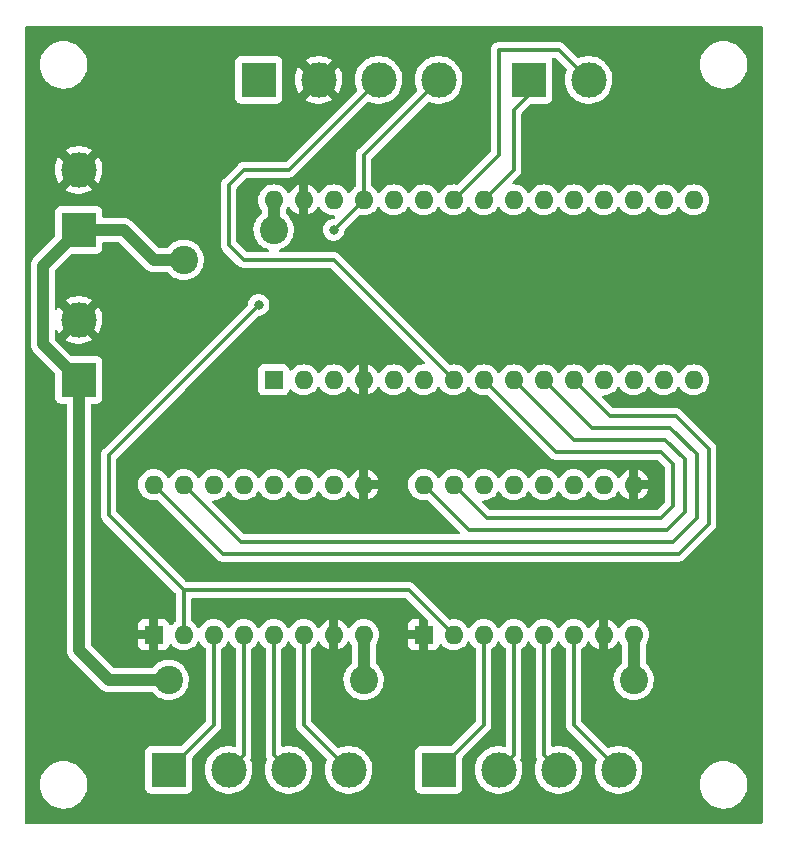
<source format=gbr>
%TF.GenerationSoftware,KiCad,Pcbnew,(6.0.7)*%
%TF.CreationDate,2022-08-10T04:04:00-07:00*%
%TF.ProjectId,pulse-pcb,70756c73-652d-4706-9362-2e6b69636164,rev?*%
%TF.SameCoordinates,Original*%
%TF.FileFunction,Copper,L1,Top*%
%TF.FilePolarity,Positive*%
%FSLAX46Y46*%
G04 Gerber Fmt 4.6, Leading zero omitted, Abs format (unit mm)*
G04 Created by KiCad (PCBNEW (6.0.7)) date 2022-08-10 04:04:00*
%MOMM*%
%LPD*%
G01*
G04 APERTURE LIST*
%TA.AperFunction,ComponentPad*%
%ADD10R,3.000000X3.000000*%
%TD*%
%TA.AperFunction,ComponentPad*%
%ADD11C,3.000000*%
%TD*%
%TA.AperFunction,ComponentPad*%
%ADD12R,1.600000X1.600000*%
%TD*%
%TA.AperFunction,ComponentPad*%
%ADD13O,1.600000X1.600000*%
%TD*%
%TA.AperFunction,ViaPad*%
%ADD14C,0.800000*%
%TD*%
%TA.AperFunction,ViaPad*%
%ADD15C,2.400000*%
%TD*%
%TA.AperFunction,Conductor*%
%ADD16C,0.300000*%
%TD*%
%TA.AperFunction,Conductor*%
%ADD17C,1.000000*%
%TD*%
G04 APERTURE END LIST*
D10*
%TO.P,JSTEP1,1,Pin_1*%
%TO.N,Net-(A1-Pad3)*%
X104140000Y-129540000D03*
D11*
%TO.P,JSTEP1,2,Pin_2*%
%TO.N,Net-(A1-Pad4)*%
X109220000Y-129540000D03*
%TO.P,JSTEP1,3,Pin_3*%
%TO.N,Net-(A1-Pad5)*%
X114300000Y-129540000D03*
%TO.P,JSTEP1,4,Pin_4*%
%TO.N,Net-(A1-Pad6)*%
X119380000Y-129540000D03*
%TD*%
D10*
%TO.P,JI2C1,1,Pin_1*%
%TO.N,Net-(JI2C1-Pad1)*%
X134620000Y-71120000D03*
D11*
%TO.P,JI2C1,2,Pin_2*%
%TO.N,Net-(JI2C1-Pad2)*%
X139700000Y-71120000D03*
%TD*%
D10*
%TO.P,JSTEP2,1,Pin_1*%
%TO.N,Net-(A2-Pad3)*%
X127000000Y-129540000D03*
D11*
%TO.P,JSTEP2,2,Pin_2*%
%TO.N,Net-(A2-Pad4)*%
X132080000Y-129540000D03*
%TO.P,JSTEP2,3,Pin_3*%
%TO.N,Net-(A2-Pad5)*%
X137160000Y-129540000D03*
%TO.P,JSTEP2,4,Pin_4*%
%TO.N,Net-(A2-Pad6)*%
X142240000Y-129540000D03*
%TD*%
D12*
%TO.P,A2,1,GND*%
%TO.N,/GND*%
X125730000Y-118100000D03*
D13*
%TO.P,A2,2,VDD*%
%TO.N,Net-(A1-Pad2)*%
X128270000Y-118100000D03*
%TO.P,A2,3,1B*%
%TO.N,Net-(A2-Pad3)*%
X130810000Y-118100000D03*
%TO.P,A2,4,1A*%
%TO.N,Net-(A2-Pad4)*%
X133350000Y-118100000D03*
%TO.P,A2,5,2A*%
%TO.N,Net-(A2-Pad5)*%
X135890000Y-118100000D03*
%TO.P,A2,6,2B*%
%TO.N,Net-(A2-Pad6)*%
X138430000Y-118100000D03*
%TO.P,A2,7,GND*%
%TO.N,/GND*%
X140970000Y-118100000D03*
%TO.P,A2,8,VMOT*%
%TO.N,/+12V*%
X143510000Y-118100000D03*
%TO.P,A2,9,~{ENABLE}*%
%TO.N,/GND*%
X143510000Y-105400000D03*
%TO.P,A2,10,MS1*%
%TO.N,unconnected-(A2-Pad10)*%
X140970000Y-105400000D03*
%TO.P,A2,11,MS2*%
%TO.N,unconnected-(A2-Pad11)*%
X138430000Y-105400000D03*
%TO.P,A2,12,MS3*%
%TO.N,unconnected-(A2-Pad12)*%
X135890000Y-105400000D03*
%TO.P,A2,13,~{RESET}*%
%TO.N,unconnected-(A2-Pad13)*%
X133350000Y-105400000D03*
%TO.P,A2,14,~{SLEEP}*%
%TO.N,unconnected-(A2-Pad14)*%
X130810000Y-105400000D03*
%TO.P,A2,15,STEP*%
%TO.N,Net-(A2-Pad15)*%
X128270000Y-105400000D03*
%TO.P,A2,16,DIR*%
%TO.N,Net-(A2-Pad16)*%
X125730000Y-105400000D03*
%TD*%
D12*
%TO.P,A1,1,GND*%
%TO.N,/GND*%
X102870000Y-118100000D03*
D13*
%TO.P,A1,2,VDD*%
%TO.N,Net-(A1-Pad2)*%
X105410000Y-118100000D03*
%TO.P,A1,3,1B*%
%TO.N,Net-(A1-Pad3)*%
X107950000Y-118100000D03*
%TO.P,A1,4,1A*%
%TO.N,Net-(A1-Pad4)*%
X110490000Y-118100000D03*
%TO.P,A1,5,2A*%
%TO.N,Net-(A1-Pad5)*%
X113030000Y-118100000D03*
%TO.P,A1,6,2B*%
%TO.N,Net-(A1-Pad6)*%
X115570000Y-118100000D03*
%TO.P,A1,7,GND*%
%TO.N,/GND*%
X118110000Y-118100000D03*
%TO.P,A1,8,VMOT*%
%TO.N,/+12V*%
X120650000Y-118100000D03*
%TO.P,A1,9,~{ENABLE}*%
%TO.N,/GND*%
X120650000Y-105400000D03*
%TO.P,A1,10,MS1*%
%TO.N,unconnected-(A1-Pad10)*%
X118110000Y-105400000D03*
%TO.P,A1,11,MS2*%
%TO.N,unconnected-(A1-Pad11)*%
X115570000Y-105400000D03*
%TO.P,A1,12,MS3*%
%TO.N,unconnected-(A1-Pad12)*%
X113030000Y-105400000D03*
%TO.P,A1,13,~{RESET}*%
%TO.N,unconnected-(A1-Pad13)*%
X110490000Y-105400000D03*
%TO.P,A1,14,~{SLEEP}*%
%TO.N,unconnected-(A1-Pad14)*%
X107950000Y-105400000D03*
%TO.P,A1,15,STEP*%
%TO.N,Net-(A1-Pad15)*%
X105410000Y-105400000D03*
%TO.P,A1,16,DIR*%
%TO.N,Net-(A1-Pad16)*%
X102870000Y-105400000D03*
%TD*%
D10*
%TO.P,JLED1,1,Pin_1*%
%TO.N,/+12V*%
X96520000Y-96520000D03*
D11*
%TO.P,JLED1,2,Pin_2*%
%TO.N,/GND*%
X96520000Y-91440000D03*
%TD*%
D10*
%TO.P,JV1,1,+12V*%
%TO.N,/+12V*%
X96520000Y-83820000D03*
D11*
%TO.P,JV1,2,GND*%
%TO.N,/GND*%
X96520000Y-78740000D03*
%TD*%
D12*
%TO.P,N1,1,D1/TX*%
%TO.N,unconnected-(N1-Pad1)*%
X113030000Y-96520000D03*
D13*
%TO.P,N1,2,D0/RX*%
%TO.N,unconnected-(N1-Pad2)*%
X115570000Y-96520000D03*
%TO.P,N1,3,~{RESET}*%
%TO.N,unconnected-(N1-Pad3)*%
X118110000Y-96520000D03*
%TO.P,N1,4,GND*%
%TO.N,/GND*%
X120650000Y-96520000D03*
%TO.P,N1,5,D2*%
%TO.N,unconnected-(N1-Pad5)*%
X123190000Y-96520000D03*
%TO.P,N1,6,D3*%
%TO.N,unconnected-(N1-Pad6)*%
X125730000Y-96520000D03*
%TO.P,N1,7,D4*%
%TO.N,Net-(JPIR1-Pad3)*%
X128270000Y-96520000D03*
%TO.P,N1,8,D5*%
%TO.N,Net-(A2-Pad15)*%
X130810000Y-96520000D03*
%TO.P,N1,9,D6*%
%TO.N,Net-(A2-Pad16)*%
X133350000Y-96520000D03*
%TO.P,N1,10,D7*%
%TO.N,Net-(A1-Pad15)*%
X135890000Y-96520000D03*
%TO.P,N1,11,D8*%
%TO.N,Net-(A1-Pad16)*%
X138430000Y-96520000D03*
%TO.P,N1,12,D9*%
%TO.N,unconnected-(N1-Pad12)*%
X140970000Y-96520000D03*
%TO.P,N1,13,D10*%
%TO.N,unconnected-(N1-Pad13)*%
X143510000Y-96520000D03*
%TO.P,N1,14,D11*%
%TO.N,unconnected-(N1-Pad14)*%
X146050000Y-96520000D03*
%TO.P,N1,15,D12*%
%TO.N,unconnected-(N1-Pad15)*%
X148590000Y-96520000D03*
%TO.P,N1,16,D13*%
%TO.N,unconnected-(N1-Pad16)*%
X148590000Y-81280000D03*
%TO.P,N1,17,3V3*%
%TO.N,unconnected-(N1-Pad17)*%
X146050000Y-81280000D03*
%TO.P,N1,18,AREF*%
%TO.N,unconnected-(N1-Pad18)*%
X143510000Y-81280000D03*
%TO.P,N1,19,A0*%
%TO.N,unconnected-(N1-Pad19)*%
X140970000Y-81280000D03*
%TO.P,N1,20,A1*%
%TO.N,unconnected-(N1-Pad20)*%
X138430000Y-81280000D03*
%TO.P,N1,21,A2*%
%TO.N,unconnected-(N1-Pad21)*%
X135890000Y-81280000D03*
%TO.P,N1,22,A3*%
%TO.N,unconnected-(N1-Pad22)*%
X133350000Y-81280000D03*
%TO.P,N1,23,A4*%
%TO.N,Net-(JI2C1-Pad1)*%
X130810000Y-81280000D03*
%TO.P,N1,24,A5*%
%TO.N,Net-(JI2C1-Pad2)*%
X128270000Y-81280000D03*
%TO.P,N1,25,A6*%
%TO.N,unconnected-(N1-Pad25)*%
X125730000Y-81280000D03*
%TO.P,N1,26,A7*%
%TO.N,unconnected-(N1-Pad26)*%
X123190000Y-81280000D03*
%TO.P,N1,27,+5V*%
%TO.N,Net-(A1-Pad2)*%
X120650000Y-81280000D03*
%TO.P,N1,28,~{RESET}*%
%TO.N,unconnected-(N1-Pad28)*%
X118110000Y-81280000D03*
%TO.P,N1,29,GND*%
%TO.N,/GND*%
X115570000Y-81280000D03*
%TO.P,N1,30,VIN*%
%TO.N,/+12V*%
X113030000Y-81280000D03*
%TD*%
D10*
%TO.P,JPIR1,1,Pin_1*%
%TO.N,unconnected-(JPIR1-Pad1)*%
X111760000Y-71120000D03*
D11*
%TO.P,JPIR1,2,Pin_2*%
%TO.N,/GND*%
X116840000Y-71120000D03*
%TO.P,JPIR1,3,Pin_3*%
%TO.N,Net-(JPIR1-Pad3)*%
X121920000Y-71120000D03*
%TO.P,JPIR1,4,Pin_4*%
%TO.N,Net-(A1-Pad2)*%
X127000000Y-71120000D03*
%TD*%
D14*
%TO.N,Net-(A1-Pad2)*%
X118110000Y-83820000D03*
X111760000Y-90170000D03*
D15*
%TO.N,/+12V*%
X113030000Y-83820000D03*
X105410000Y-86360000D03*
X120650000Y-121920000D03*
X143510000Y-121920000D03*
X104140000Y-121920000D03*
%TD*%
D16*
%TO.N,Net-(JPIR1-Pad3)*%
X109220000Y-85090000D02*
X110490000Y-86360000D01*
X110490000Y-78740000D02*
X109220000Y-80010000D01*
X114300000Y-78740000D02*
X110490000Y-78740000D01*
X109220000Y-80010000D02*
X109220000Y-85090000D01*
X110490000Y-86360000D02*
X118110000Y-86360000D01*
X118110000Y-86360000D02*
X128270000Y-96520000D01*
X121920000Y-71120000D02*
X114300000Y-78740000D01*
D17*
%TO.N,/+12V*%
X100330000Y-83820000D02*
X102870000Y-86360000D01*
X102870000Y-86360000D02*
X105410000Y-86360000D01*
X96520000Y-83820000D02*
X100330000Y-83820000D01*
D16*
%TO.N,Net-(A1-Pad2)*%
X124470000Y-114300000D02*
X105410000Y-114300000D01*
X128270000Y-118100000D02*
X124470000Y-114300000D01*
X120650000Y-77470000D02*
X120650000Y-81280000D01*
X105410000Y-118110000D02*
X105410000Y-114300000D01*
X99060000Y-107950000D02*
X105410000Y-114300000D01*
X105410000Y-118100000D02*
X105410000Y-118110000D01*
X118110000Y-83820000D02*
X120650000Y-81280000D01*
X99060000Y-102870000D02*
X99060000Y-107950000D01*
X127000000Y-71120000D02*
X120650000Y-77470000D01*
X111760000Y-90170000D02*
X99060000Y-102870000D01*
%TO.N,Net-(A1-Pad3)*%
X107950000Y-118100000D02*
X107950000Y-125730000D01*
X107950000Y-125730000D02*
X104140000Y-129540000D01*
%TO.N,Net-(A1-Pad4)*%
X110490000Y-118100000D02*
X110490000Y-128270000D01*
X110490000Y-128270000D02*
X109220000Y-129540000D01*
%TO.N,Net-(A1-Pad5)*%
X113030000Y-128270000D02*
X114300000Y-129540000D01*
X113030000Y-118100000D02*
X113030000Y-128270000D01*
%TO.N,Net-(A1-Pad6)*%
X115570000Y-118100000D02*
X115570000Y-125730000D01*
X115570000Y-125730000D02*
X119380000Y-129540000D01*
%TO.N,Net-(A1-Pad15)*%
X135890000Y-96520000D02*
X139954000Y-100584000D01*
X146621500Y-100584000D02*
X148844000Y-102806500D01*
X110246000Y-110236000D02*
X105410000Y-105400000D01*
X139954000Y-100584000D02*
X146621500Y-100584000D01*
X148844000Y-108204000D02*
X146812000Y-110236000D01*
X148844000Y-102806500D02*
X148844000Y-108204000D01*
X146812000Y-110236000D02*
X110246000Y-110236000D01*
%TO.N,Net-(A1-Pad16)*%
X141478000Y-99568000D02*
X138430000Y-96520000D01*
X102870000Y-105410000D02*
X108712000Y-111252000D01*
X147066000Y-99568000D02*
X141478000Y-99568000D01*
X102870000Y-105400000D02*
X102870000Y-105410000D01*
X149860000Y-102362000D02*
X147066000Y-99568000D01*
X147320000Y-111252000D02*
X149860000Y-108712000D01*
X149860000Y-108712000D02*
X149860000Y-102362000D01*
X108712000Y-111252000D02*
X147320000Y-111252000D01*
%TO.N,Net-(A2-Pad3)*%
X130810000Y-125730000D02*
X127000000Y-129540000D01*
X130810000Y-118100000D02*
X130810000Y-125730000D01*
%TO.N,Net-(A2-Pad4)*%
X133350000Y-118100000D02*
X133350000Y-128270000D01*
X133350000Y-128270000D02*
X132080000Y-129540000D01*
%TO.N,Net-(A2-Pad5)*%
X135890000Y-118100000D02*
X135890000Y-128270000D01*
X135890000Y-128270000D02*
X137160000Y-129540000D01*
%TO.N,Net-(A2-Pad6)*%
X138430000Y-125730000D02*
X142240000Y-129540000D01*
X138430000Y-118100000D02*
X138430000Y-125730000D01*
%TO.N,Net-(A2-Pad15)*%
X128270000Y-105400000D02*
X131074000Y-108204000D01*
X146812000Y-107188000D02*
X146812000Y-103632000D01*
X145796000Y-102616000D02*
X136906000Y-102616000D01*
X146812000Y-103632000D02*
X145796000Y-102616000D01*
X131074000Y-108204000D02*
X145796000Y-108204000D01*
X136906000Y-102616000D02*
X130810000Y-96520000D01*
X145796000Y-108204000D02*
X146812000Y-107188000D01*
%TO.N,Net-(A2-Pad16)*%
X146177000Y-101600000D02*
X138430000Y-101600000D01*
X146304000Y-109220000D02*
X147828000Y-107696000D01*
X147828000Y-103251000D02*
X146177000Y-101600000D01*
X138430000Y-101600000D02*
X133350000Y-96520000D01*
X129550000Y-109220000D02*
X146304000Y-109220000D01*
X147828000Y-107696000D02*
X147828000Y-103251000D01*
X125730000Y-105400000D02*
X129550000Y-109220000D01*
%TO.N,Net-(JI2C1-Pad1)*%
X134620000Y-72390000D02*
X133350000Y-73660000D01*
X133350000Y-78740000D02*
X130810000Y-81280000D01*
X133350000Y-73660000D02*
X133350000Y-78740000D01*
X134620000Y-71120000D02*
X134620000Y-72390000D01*
%TO.N,Net-(JI2C1-Pad2)*%
X132080000Y-68580000D02*
X132080000Y-77470000D01*
X132080000Y-77470000D02*
X128270000Y-81280000D01*
X139700000Y-71120000D02*
X137160000Y-68580000D01*
X137160000Y-68580000D02*
X132080000Y-68580000D01*
D17*
%TO.N,/+12V*%
X93472000Y-93472000D02*
X96520000Y-96520000D01*
X96520000Y-119380000D02*
X96520000Y-96520000D01*
X143510000Y-121920000D02*
X143510000Y-118100000D01*
X120650000Y-121920000D02*
X120650000Y-118100000D01*
X113030000Y-83820000D02*
X113030000Y-81280000D01*
X93472000Y-86868000D02*
X93472000Y-93472000D01*
X99060000Y-121920000D02*
X96520000Y-119380000D01*
X104140000Y-121920000D02*
X99060000Y-121920000D01*
X96520000Y-83820000D02*
X93472000Y-86868000D01*
%TD*%
%TA.AperFunction,Conductor*%
%TO.N,/GND*%
G36*
X154373621Y-66568502D02*
G01*
X154420114Y-66622158D01*
X154431500Y-66674500D01*
X154431500Y-133985500D01*
X154411498Y-134053621D01*
X154357842Y-134100114D01*
X154305500Y-134111500D01*
X92074500Y-134111500D01*
X92006379Y-134091498D01*
X91959886Y-134037842D01*
X91948500Y-133985500D01*
X91948500Y-130739733D01*
X93237822Y-130739733D01*
X93237975Y-130744121D01*
X93237975Y-130744127D01*
X93246764Y-130995799D01*
X93247625Y-131020458D01*
X93248387Y-131024781D01*
X93248388Y-131024788D01*
X93271827Y-131157715D01*
X93296402Y-131297087D01*
X93383203Y-131564235D01*
X93506340Y-131816702D01*
X93508795Y-131820341D01*
X93508798Y-131820347D01*
X93581890Y-131928710D01*
X93663415Y-132049576D01*
X93851371Y-132258322D01*
X94066550Y-132438879D01*
X94304764Y-132587731D01*
X94561375Y-132701982D01*
X94831390Y-132779407D01*
X94835740Y-132780018D01*
X94835743Y-132780019D01*
X94938690Y-132794487D01*
X95109552Y-132818500D01*
X95320146Y-132818500D01*
X95322332Y-132818347D01*
X95322336Y-132818347D01*
X95525827Y-132804118D01*
X95525832Y-132804117D01*
X95530212Y-132803811D01*
X95804970Y-132745409D01*
X95809099Y-132743906D01*
X95809103Y-132743905D01*
X96064781Y-132650846D01*
X96064785Y-132650844D01*
X96068926Y-132649337D01*
X96316942Y-132517464D01*
X96421896Y-132441211D01*
X96540629Y-132354947D01*
X96540632Y-132354944D01*
X96544192Y-132352358D01*
X96746252Y-132157231D01*
X96919188Y-131935882D01*
X96921384Y-131932078D01*
X96921389Y-131932071D01*
X97057435Y-131696431D01*
X97059636Y-131692619D01*
X97164862Y-131432176D01*
X97193828Y-131316000D01*
X97231753Y-131163893D01*
X97231754Y-131163888D01*
X97232817Y-131159624D01*
X97233796Y-131150316D01*
X97261719Y-130884636D01*
X97261719Y-130884633D01*
X97262178Y-130880267D01*
X97262025Y-130875873D01*
X97252529Y-130603939D01*
X97252528Y-130603933D01*
X97252375Y-130599542D01*
X97246873Y-130568334D01*
X97204360Y-130327236D01*
X97203598Y-130322913D01*
X97116797Y-130055765D01*
X96993660Y-129803298D01*
X96991205Y-129799659D01*
X96991202Y-129799653D01*
X96910935Y-129680653D01*
X96836585Y-129570424D01*
X96794063Y-129523198D01*
X96651566Y-129364940D01*
X96648629Y-129361678D01*
X96433450Y-129181121D01*
X96195236Y-129032269D01*
X95938625Y-128918018D01*
X95668610Y-128840593D01*
X95664260Y-128839982D01*
X95664257Y-128839981D01*
X95561310Y-128825513D01*
X95390448Y-128801500D01*
X95179854Y-128801500D01*
X95177668Y-128801653D01*
X95177664Y-128801653D01*
X94974173Y-128815882D01*
X94974168Y-128815883D01*
X94969788Y-128816189D01*
X94695030Y-128874591D01*
X94690901Y-128876094D01*
X94690897Y-128876095D01*
X94435219Y-128969154D01*
X94435215Y-128969156D01*
X94431074Y-128970663D01*
X94183058Y-129102536D01*
X94179499Y-129105122D01*
X94179497Y-129105123D01*
X93962774Y-129262581D01*
X93955808Y-129267642D01*
X93952644Y-129270698D01*
X93952641Y-129270700D01*
X93863865Y-129356431D01*
X93753748Y-129462769D01*
X93580812Y-129684118D01*
X93578616Y-129687922D01*
X93578611Y-129687929D01*
X93484661Y-129850657D01*
X93440364Y-129927381D01*
X93335138Y-130187824D01*
X93334073Y-130192097D01*
X93334072Y-130192099D01*
X93286767Y-130381830D01*
X93267183Y-130460376D01*
X93266724Y-130464744D01*
X93266723Y-130464749D01*
X93256208Y-130564799D01*
X93237822Y-130739733D01*
X91948500Y-130739733D01*
X91948500Y-86864462D01*
X92458626Y-86864462D01*
X92459206Y-86870593D01*
X92462941Y-86910109D01*
X92463500Y-86921967D01*
X92463500Y-93410157D01*
X92462763Y-93423764D01*
X92459928Y-93449867D01*
X92458676Y-93461388D01*
X92459213Y-93467523D01*
X92463050Y-93511388D01*
X92463379Y-93516214D01*
X92463500Y-93518686D01*
X92463500Y-93521769D01*
X92463801Y-93524837D01*
X92467690Y-93564506D01*
X92467812Y-93565819D01*
X92475913Y-93658413D01*
X92477400Y-93663532D01*
X92477920Y-93668833D01*
X92504791Y-93757834D01*
X92505126Y-93758967D01*
X92531091Y-93848336D01*
X92533544Y-93853068D01*
X92535084Y-93858169D01*
X92537978Y-93863612D01*
X92578731Y-93940260D01*
X92579343Y-93941426D01*
X92622108Y-94023926D01*
X92625431Y-94028089D01*
X92627934Y-94032796D01*
X92686755Y-94104918D01*
X92687446Y-94105774D01*
X92718738Y-94144973D01*
X92721242Y-94147477D01*
X92721884Y-94148195D01*
X92725585Y-94152528D01*
X92752935Y-94186062D01*
X92757682Y-94189989D01*
X92757684Y-94189991D01*
X92788262Y-94215287D01*
X92797042Y-94223277D01*
X94474595Y-95900829D01*
X94508620Y-95963141D01*
X94511500Y-95989924D01*
X94511500Y-98068134D01*
X94518255Y-98130316D01*
X94569385Y-98266705D01*
X94656739Y-98383261D01*
X94773295Y-98470615D01*
X94909684Y-98521745D01*
X94971866Y-98528500D01*
X95385500Y-98528500D01*
X95453621Y-98548502D01*
X95500114Y-98602158D01*
X95511500Y-98654500D01*
X95511500Y-119318157D01*
X95510763Y-119331764D01*
X95508924Y-119348698D01*
X95506676Y-119369388D01*
X95507213Y-119375523D01*
X95511050Y-119419388D01*
X95511379Y-119424214D01*
X95511500Y-119426686D01*
X95511500Y-119429769D01*
X95511801Y-119432837D01*
X95515690Y-119472506D01*
X95515812Y-119473819D01*
X95523913Y-119566413D01*
X95525400Y-119571532D01*
X95525920Y-119576833D01*
X95552791Y-119665834D01*
X95553126Y-119666967D01*
X95579091Y-119756336D01*
X95581544Y-119761068D01*
X95583084Y-119766169D01*
X95585978Y-119771612D01*
X95626731Y-119848260D01*
X95627343Y-119849426D01*
X95670108Y-119931926D01*
X95673431Y-119936089D01*
X95675934Y-119940796D01*
X95734755Y-120012918D01*
X95735446Y-120013774D01*
X95766738Y-120052973D01*
X95769242Y-120055477D01*
X95769884Y-120056195D01*
X95773585Y-120060528D01*
X95800935Y-120094062D01*
X95805682Y-120097989D01*
X95805684Y-120097991D01*
X95836262Y-120123287D01*
X95845042Y-120131277D01*
X98303149Y-122589384D01*
X98312251Y-122599527D01*
X98335968Y-122629025D01*
X98374446Y-122661312D01*
X98378062Y-122664467D01*
X98379888Y-122666123D01*
X98382074Y-122668309D01*
X98384454Y-122670264D01*
X98384464Y-122670273D01*
X98415268Y-122695576D01*
X98416283Y-122696418D01*
X98487474Y-122756154D01*
X98492148Y-122758723D01*
X98496261Y-122762102D01*
X98501698Y-122765017D01*
X98501699Y-122765018D01*
X98578047Y-122805955D01*
X98579207Y-122806584D01*
X98647807Y-122844297D01*
X98660787Y-122851433D01*
X98665869Y-122853045D01*
X98670563Y-122855562D01*
X98759531Y-122882762D01*
X98760559Y-122883082D01*
X98849306Y-122911235D01*
X98854602Y-122911829D01*
X98859698Y-122913387D01*
X98952257Y-122922790D01*
X98953393Y-122922911D01*
X98987008Y-122926681D01*
X98999730Y-122928108D01*
X98999734Y-122928108D01*
X99003227Y-122928500D01*
X99006754Y-122928500D01*
X99007739Y-122928555D01*
X99013419Y-122929002D01*
X99042825Y-122931989D01*
X99050337Y-122932752D01*
X99050339Y-122932752D01*
X99056462Y-122933374D01*
X99102108Y-122929059D01*
X99113967Y-122928500D01*
X102697535Y-122928500D01*
X102765656Y-122948502D01*
X102798493Y-122979111D01*
X102844171Y-123040282D01*
X102844176Y-123040288D01*
X102846963Y-123044020D01*
X102850272Y-123047300D01*
X102850277Y-123047306D01*
X102948859Y-123145031D01*
X103027307Y-123222797D01*
X103031069Y-123225555D01*
X103031072Y-123225558D01*
X103136764Y-123303054D01*
X103232094Y-123372953D01*
X103236229Y-123375129D01*
X103236233Y-123375131D01*
X103354289Y-123437243D01*
X103456827Y-123491191D01*
X103696568Y-123574912D01*
X103946050Y-123622278D01*
X104066532Y-123627011D01*
X104195125Y-123632064D01*
X104195130Y-123632064D01*
X104199793Y-123632247D01*
X104298774Y-123621407D01*
X104447569Y-123605112D01*
X104447575Y-123605111D01*
X104452222Y-123604602D01*
X104561680Y-123575784D01*
X104693273Y-123541138D01*
X104697793Y-123539948D01*
X104816353Y-123489011D01*
X104926807Y-123441557D01*
X104926810Y-123441555D01*
X104931110Y-123439708D01*
X104935090Y-123437245D01*
X104935094Y-123437243D01*
X105143064Y-123308547D01*
X105143066Y-123308545D01*
X105147047Y-123306082D01*
X105245428Y-123222797D01*
X105337289Y-123145031D01*
X105337291Y-123145029D01*
X105340862Y-123142006D01*
X105508295Y-122951084D01*
X105519687Y-122933374D01*
X105610275Y-122792539D01*
X105645669Y-122737512D01*
X105749967Y-122505980D01*
X105818896Y-122261575D01*
X105850943Y-122009667D01*
X105853291Y-121920000D01*
X105834472Y-121666759D01*
X105778428Y-121419082D01*
X105686391Y-121182409D01*
X105665866Y-121146498D01*
X105562702Y-120965997D01*
X105562700Y-120965995D01*
X105560383Y-120961940D01*
X105403171Y-120762517D01*
X105218209Y-120588523D01*
X105145591Y-120538146D01*
X105013393Y-120446437D01*
X105013390Y-120446435D01*
X105009561Y-120443779D01*
X105005384Y-120441719D01*
X105005377Y-120441715D01*
X104785996Y-120333528D01*
X104785992Y-120333527D01*
X104781810Y-120331464D01*
X104539960Y-120254047D01*
X104535355Y-120253297D01*
X104293935Y-120213980D01*
X104293934Y-120213980D01*
X104289323Y-120213229D01*
X104162365Y-120211567D01*
X104040083Y-120209966D01*
X104040080Y-120209966D01*
X104035406Y-120209905D01*
X103783787Y-120244149D01*
X103539993Y-120315208D01*
X103309380Y-120421522D01*
X103305471Y-120424085D01*
X103100928Y-120558189D01*
X103100923Y-120558193D01*
X103097015Y-120560755D01*
X102907562Y-120729848D01*
X102904573Y-120733442D01*
X102904568Y-120733447D01*
X102794267Y-120866069D01*
X102735329Y-120905653D01*
X102697393Y-120911500D01*
X99529924Y-120911500D01*
X99461803Y-120891498D01*
X99440829Y-120874595D01*
X97565405Y-118999171D01*
X97535644Y-118944669D01*
X101562001Y-118944669D01*
X101562371Y-118951490D01*
X101567895Y-119002352D01*
X101571521Y-119017604D01*
X101616676Y-119138054D01*
X101625214Y-119153649D01*
X101701715Y-119255724D01*
X101714276Y-119268285D01*
X101816351Y-119344786D01*
X101831946Y-119353324D01*
X101952394Y-119398478D01*
X101967649Y-119402105D01*
X102018514Y-119407631D01*
X102025328Y-119408000D01*
X102470885Y-119408000D01*
X102486124Y-119403525D01*
X102487329Y-119402135D01*
X102489000Y-119394452D01*
X102489000Y-118499115D01*
X102484525Y-118483876D01*
X102483135Y-118482671D01*
X102475452Y-118481000D01*
X101580116Y-118481000D01*
X101564877Y-118485475D01*
X101563672Y-118486865D01*
X101562001Y-118494548D01*
X101562001Y-118944669D01*
X97535644Y-118944669D01*
X97531379Y-118936859D01*
X97528500Y-118910076D01*
X97528500Y-117700885D01*
X101562000Y-117700885D01*
X101566475Y-117716124D01*
X101567865Y-117717329D01*
X101575548Y-117719000D01*
X102470885Y-117719000D01*
X102486124Y-117714525D01*
X102487329Y-117713135D01*
X102489000Y-117705452D01*
X102489000Y-116810116D01*
X102484525Y-116794877D01*
X102483135Y-116793672D01*
X102475452Y-116792001D01*
X102025331Y-116792001D01*
X102018510Y-116792371D01*
X101967648Y-116797895D01*
X101952396Y-116801521D01*
X101831946Y-116846676D01*
X101816351Y-116855214D01*
X101714276Y-116931715D01*
X101701715Y-116944276D01*
X101625214Y-117046351D01*
X101616676Y-117061946D01*
X101571522Y-117182394D01*
X101567895Y-117197649D01*
X101562369Y-117248514D01*
X101562000Y-117255328D01*
X101562000Y-117700885D01*
X97528500Y-117700885D01*
X97528500Y-102849152D01*
X98396594Y-102849152D01*
X98397340Y-102857043D01*
X98400941Y-102895138D01*
X98401500Y-102906996D01*
X98401500Y-107867944D01*
X98400941Y-107879800D01*
X98399212Y-107887537D01*
X98399461Y-107895459D01*
X98401438Y-107958369D01*
X98401500Y-107962327D01*
X98401500Y-107991432D01*
X98402056Y-107995832D01*
X98402988Y-108007664D01*
X98404438Y-108053831D01*
X98406650Y-108061444D01*
X98406650Y-108061445D01*
X98410419Y-108074416D01*
X98414430Y-108093782D01*
X98417118Y-108115064D01*
X98420034Y-108122429D01*
X98420035Y-108122433D01*
X98434126Y-108158021D01*
X98437965Y-108169231D01*
X98450855Y-108213600D01*
X98461775Y-108232065D01*
X98470466Y-108249805D01*
X98478365Y-108269756D01*
X98505516Y-108307126D01*
X98512033Y-108317048D01*
X98531507Y-108349977D01*
X98531510Y-108349981D01*
X98535547Y-108356807D01*
X98550711Y-108371971D01*
X98563551Y-108387004D01*
X98576159Y-108404357D01*
X98611752Y-108433802D01*
X98620532Y-108441792D01*
X104714595Y-114535855D01*
X104748621Y-114598167D01*
X104751500Y-114624950D01*
X104751500Y-116898112D01*
X104731498Y-116966233D01*
X104697772Y-117001324D01*
X104633467Y-117046351D01*
X104570211Y-117090643D01*
X104570208Y-117090645D01*
X104565700Y-117093802D01*
X104403802Y-117255700D01*
X104400643Y-117260211D01*
X104397108Y-117264424D01*
X104396140Y-117263612D01*
X104345506Y-117304090D01*
X104274887Y-117311404D01*
X104211524Y-117279376D01*
X104175536Y-117218177D01*
X104172480Y-117201099D01*
X104172105Y-117197648D01*
X104168479Y-117182396D01*
X104123324Y-117061946D01*
X104114786Y-117046351D01*
X104038285Y-116944276D01*
X104025724Y-116931715D01*
X103923649Y-116855214D01*
X103908054Y-116846676D01*
X103787606Y-116801522D01*
X103772351Y-116797895D01*
X103721486Y-116792369D01*
X103714672Y-116792000D01*
X103269115Y-116792000D01*
X103253876Y-116796475D01*
X103252671Y-116797865D01*
X103251000Y-116805548D01*
X103251000Y-119389884D01*
X103255475Y-119405123D01*
X103256865Y-119406328D01*
X103264548Y-119407999D01*
X103714669Y-119407999D01*
X103721490Y-119407629D01*
X103772352Y-119402105D01*
X103787604Y-119398479D01*
X103908054Y-119353324D01*
X103923649Y-119344786D01*
X104025724Y-119268285D01*
X104038285Y-119255724D01*
X104114786Y-119153649D01*
X104123324Y-119138054D01*
X104168478Y-119017606D01*
X104172104Y-119002357D01*
X104172479Y-118998904D01*
X104173522Y-118996394D01*
X104173932Y-118994669D01*
X104174211Y-118994735D01*
X104199719Y-118933341D01*
X104258080Y-118892912D01*
X104329034Y-118890454D01*
X104390054Y-118926747D01*
X104399344Y-118938240D01*
X104400641Y-118939786D01*
X104403802Y-118944300D01*
X104565700Y-119106198D01*
X104570208Y-119109355D01*
X104570211Y-119109357D01*
X104611195Y-119138054D01*
X104753251Y-119237523D01*
X104758233Y-119239846D01*
X104758238Y-119239849D01*
X104954767Y-119331491D01*
X104960757Y-119334284D01*
X104966065Y-119335706D01*
X104966067Y-119335707D01*
X105176598Y-119392119D01*
X105176600Y-119392119D01*
X105181913Y-119393543D01*
X105410000Y-119413498D01*
X105638087Y-119393543D01*
X105643400Y-119392119D01*
X105643402Y-119392119D01*
X105853933Y-119335707D01*
X105853935Y-119335706D01*
X105859243Y-119334284D01*
X105865233Y-119331491D01*
X106061762Y-119239849D01*
X106061767Y-119239846D01*
X106066749Y-119237523D01*
X106208805Y-119138054D01*
X106249789Y-119109357D01*
X106249792Y-119109355D01*
X106254300Y-119106198D01*
X106416198Y-118944300D01*
X106420442Y-118938240D01*
X106544366Y-118761257D01*
X106547523Y-118756749D01*
X106549846Y-118751767D01*
X106549849Y-118751762D01*
X106565805Y-118717543D01*
X106612722Y-118664258D01*
X106680999Y-118644797D01*
X106748959Y-118665339D01*
X106794195Y-118717543D01*
X106810151Y-118751762D01*
X106810154Y-118751767D01*
X106812477Y-118756749D01*
X106815634Y-118761257D01*
X106939559Y-118938240D01*
X106943802Y-118944300D01*
X107105700Y-119106198D01*
X107110208Y-119109355D01*
X107110211Y-119109357D01*
X107151195Y-119138054D01*
X107237772Y-119198676D01*
X107282099Y-119254132D01*
X107291500Y-119301888D01*
X107291500Y-125405050D01*
X107271498Y-125473171D01*
X107254595Y-125494145D01*
X105254145Y-127494595D01*
X105191833Y-127528621D01*
X105165050Y-127531500D01*
X102591866Y-127531500D01*
X102529684Y-127538255D01*
X102393295Y-127589385D01*
X102276739Y-127676739D01*
X102189385Y-127793295D01*
X102138255Y-127929684D01*
X102131500Y-127991866D01*
X102131500Y-131088134D01*
X102138255Y-131150316D01*
X102189385Y-131286705D01*
X102276739Y-131403261D01*
X102393295Y-131490615D01*
X102529684Y-131541745D01*
X102591866Y-131548500D01*
X105688134Y-131548500D01*
X105750316Y-131541745D01*
X105886705Y-131490615D01*
X106003261Y-131403261D01*
X106090615Y-131286705D01*
X106141745Y-131150316D01*
X106148500Y-131088134D01*
X106148500Y-128514950D01*
X106168502Y-128446829D01*
X106185405Y-128425855D01*
X108357605Y-126253655D01*
X108366385Y-126245665D01*
X108366387Y-126245663D01*
X108373080Y-126241416D01*
X108421605Y-126189742D01*
X108424359Y-126186901D01*
X108444927Y-126166333D01*
X108447647Y-126162826D01*
X108455353Y-126153804D01*
X108481544Y-126125913D01*
X108486972Y-126120133D01*
X108490794Y-126113181D01*
X108497303Y-126101342D01*
X108508157Y-126084818D01*
X108516445Y-126074132D01*
X108521304Y-126067868D01*
X108524452Y-126060594D01*
X108539654Y-126025465D01*
X108544876Y-126014805D01*
X108563305Y-125981284D01*
X108563306Y-125981282D01*
X108567124Y-125974337D01*
X108572459Y-125953559D01*
X108578858Y-125934869D01*
X108587380Y-125915176D01*
X108594606Y-125869552D01*
X108597013Y-125857929D01*
X108606528Y-125820868D01*
X108608500Y-125813188D01*
X108608500Y-125791741D01*
X108610051Y-125772031D01*
X108612166Y-125758677D01*
X108613406Y-125750848D01*
X108609059Y-125704859D01*
X108608500Y-125693004D01*
X108608500Y-119301888D01*
X108628502Y-119233767D01*
X108662228Y-119198676D01*
X108748805Y-119138054D01*
X108789789Y-119109357D01*
X108789792Y-119109355D01*
X108794300Y-119106198D01*
X108956198Y-118944300D01*
X108960442Y-118938240D01*
X109084366Y-118761257D01*
X109087523Y-118756749D01*
X109089846Y-118751767D01*
X109089849Y-118751762D01*
X109105805Y-118717543D01*
X109152722Y-118664258D01*
X109220999Y-118644797D01*
X109288959Y-118665339D01*
X109334195Y-118717543D01*
X109350151Y-118751762D01*
X109350154Y-118751767D01*
X109352477Y-118756749D01*
X109355634Y-118761257D01*
X109479559Y-118938240D01*
X109483802Y-118944300D01*
X109645700Y-119106198D01*
X109650208Y-119109355D01*
X109650211Y-119109357D01*
X109691195Y-119138054D01*
X109777772Y-119198676D01*
X109822099Y-119254132D01*
X109831500Y-119301888D01*
X109831500Y-127458854D01*
X109811498Y-127526975D01*
X109757842Y-127573468D01*
X109687568Y-127583572D01*
X109670981Y-127580033D01*
X109642697Y-127571976D01*
X109642687Y-127571974D01*
X109638566Y-127570800D01*
X109367443Y-127532213D01*
X109223589Y-127531460D01*
X109097877Y-127530802D01*
X109097871Y-127530802D01*
X109093591Y-127530780D01*
X109089347Y-127531339D01*
X109089343Y-127531339D01*
X109015741Y-127541029D01*
X108822078Y-127566525D01*
X108817938Y-127567658D01*
X108817936Y-127567658D01*
X108767748Y-127581388D01*
X108557928Y-127638788D01*
X108553980Y-127640472D01*
X108309982Y-127744546D01*
X108309978Y-127744548D01*
X108306030Y-127746232D01*
X108286125Y-127758145D01*
X108074725Y-127884664D01*
X108074721Y-127884667D01*
X108071043Y-127886868D01*
X107857318Y-128058094D01*
X107840717Y-128075588D01*
X107680082Y-128244862D01*
X107668808Y-128256742D01*
X107509002Y-128479136D01*
X107380857Y-128721161D01*
X107379385Y-128725184D01*
X107379383Y-128725188D01*
X107289551Y-128970663D01*
X107286743Y-128978337D01*
X107228404Y-129245907D01*
X107206917Y-129518918D01*
X107222682Y-129792320D01*
X107223507Y-129796525D01*
X107223508Y-129796533D01*
X107225611Y-129807250D01*
X107275405Y-130061053D01*
X107276792Y-130065103D01*
X107276793Y-130065108D01*
X107320272Y-130192099D01*
X107364112Y-130320144D01*
X107487160Y-130564799D01*
X107489586Y-130568328D01*
X107489589Y-130568334D01*
X107604387Y-130735364D01*
X107642274Y-130790490D01*
X107826582Y-130993043D01*
X108036675Y-131168707D01*
X108040316Y-131170991D01*
X108265024Y-131311951D01*
X108265028Y-131311953D01*
X108268664Y-131314234D01*
X108336544Y-131344883D01*
X108514345Y-131425164D01*
X108514349Y-131425166D01*
X108518257Y-131426930D01*
X108581393Y-131445632D01*
X108776723Y-131503491D01*
X108776727Y-131503492D01*
X108780836Y-131504709D01*
X108785070Y-131505357D01*
X108785075Y-131505358D01*
X109047298Y-131545483D01*
X109047300Y-131545483D01*
X109051540Y-131546132D01*
X109190912Y-131548322D01*
X109321071Y-131550367D01*
X109321077Y-131550367D01*
X109325362Y-131550434D01*
X109597235Y-131517534D01*
X109862127Y-131448041D01*
X109866087Y-131446401D01*
X109866092Y-131446399D01*
X109988632Y-131395641D01*
X110115136Y-131343241D01*
X110351582Y-131205073D01*
X110567089Y-131036094D01*
X110578046Y-131024788D01*
X110754686Y-130842509D01*
X110757669Y-130839431D01*
X110760202Y-130835983D01*
X110760206Y-130835978D01*
X110917257Y-130622178D01*
X110919795Y-130618723D01*
X110927822Y-130603939D01*
X111048418Y-130381830D01*
X111048419Y-130381828D01*
X111050468Y-130378054D01*
X111098868Y-130249966D01*
X111145751Y-130125895D01*
X111145752Y-130125891D01*
X111147269Y-130121877D01*
X111208407Y-129854933D01*
X111213016Y-129803298D01*
X111232531Y-129584627D01*
X111232531Y-129584625D01*
X111232751Y-129582161D01*
X111233193Y-129540000D01*
X111231465Y-129514648D01*
X111214859Y-129271055D01*
X111214858Y-129271049D01*
X111214567Y-129266778D01*
X111159032Y-128998612D01*
X111067617Y-128740465D01*
X111065648Y-128736650D01*
X111065644Y-128736641D01*
X111059561Y-128724856D01*
X111046091Y-128655149D01*
X111061444Y-128607931D01*
X111061303Y-128607870D01*
X111061304Y-128607869D01*
X111079659Y-128565455D01*
X111084873Y-128554812D01*
X111103304Y-128521286D01*
X111103304Y-128521285D01*
X111107124Y-128514337D01*
X111109095Y-128506660D01*
X111109097Y-128506655D01*
X111112455Y-128493574D01*
X111118861Y-128474862D01*
X111124233Y-128462448D01*
X111127380Y-128455177D01*
X111129399Y-128442433D01*
X111134607Y-128409544D01*
X111137012Y-128397930D01*
X111148500Y-128353188D01*
X111148500Y-128331742D01*
X111150051Y-128312032D01*
X111152166Y-128298678D01*
X111152166Y-128298677D01*
X111153406Y-128290848D01*
X111149059Y-128244859D01*
X111148500Y-128233004D01*
X111148500Y-119301888D01*
X111168502Y-119233767D01*
X111202228Y-119198676D01*
X111288805Y-119138054D01*
X111329789Y-119109357D01*
X111329792Y-119109355D01*
X111334300Y-119106198D01*
X111496198Y-118944300D01*
X111500442Y-118938240D01*
X111624366Y-118761257D01*
X111627523Y-118756749D01*
X111629846Y-118751767D01*
X111629849Y-118751762D01*
X111645805Y-118717543D01*
X111692722Y-118664258D01*
X111760999Y-118644797D01*
X111828959Y-118665339D01*
X111874195Y-118717543D01*
X111890151Y-118751762D01*
X111890154Y-118751767D01*
X111892477Y-118756749D01*
X111895634Y-118761257D01*
X112019559Y-118938240D01*
X112023802Y-118944300D01*
X112185700Y-119106198D01*
X112190208Y-119109355D01*
X112190211Y-119109357D01*
X112231195Y-119138054D01*
X112317772Y-119198676D01*
X112362099Y-119254132D01*
X112371500Y-119301888D01*
X112371500Y-128187944D01*
X112370941Y-128199800D01*
X112369212Y-128207537D01*
X112369461Y-128215459D01*
X112371438Y-128278369D01*
X112371500Y-128282327D01*
X112371500Y-128311432D01*
X112372056Y-128315832D01*
X112372988Y-128327664D01*
X112374438Y-128373831D01*
X112376650Y-128381444D01*
X112376650Y-128381445D01*
X112380419Y-128394416D01*
X112384430Y-128413782D01*
X112387118Y-128435064D01*
X112390034Y-128442429D01*
X112390035Y-128442433D01*
X112404126Y-128478021D01*
X112407965Y-128489231D01*
X112420855Y-128533600D01*
X112431775Y-128552065D01*
X112440466Y-128569805D01*
X112448365Y-128589756D01*
X112453027Y-128596173D01*
X112456845Y-128603118D01*
X112454360Y-128604484D01*
X112473683Y-128658617D01*
X112462994Y-128717079D01*
X112462866Y-128717367D01*
X112460857Y-128721161D01*
X112455192Y-128736641D01*
X112370104Y-128969154D01*
X112366743Y-128978337D01*
X112308404Y-129245907D01*
X112286917Y-129518918D01*
X112302682Y-129792320D01*
X112303507Y-129796525D01*
X112303508Y-129796533D01*
X112305611Y-129807250D01*
X112355405Y-130061053D01*
X112356792Y-130065103D01*
X112356793Y-130065108D01*
X112400272Y-130192099D01*
X112444112Y-130320144D01*
X112567160Y-130564799D01*
X112569586Y-130568328D01*
X112569589Y-130568334D01*
X112684387Y-130735364D01*
X112722274Y-130790490D01*
X112906582Y-130993043D01*
X113116675Y-131168707D01*
X113120316Y-131170991D01*
X113345024Y-131311951D01*
X113345028Y-131311953D01*
X113348664Y-131314234D01*
X113416544Y-131344883D01*
X113594345Y-131425164D01*
X113594349Y-131425166D01*
X113598257Y-131426930D01*
X113661393Y-131445632D01*
X113856723Y-131503491D01*
X113856727Y-131503492D01*
X113860836Y-131504709D01*
X113865070Y-131505357D01*
X113865075Y-131505358D01*
X114127298Y-131545483D01*
X114127300Y-131545483D01*
X114131540Y-131546132D01*
X114270912Y-131548322D01*
X114401071Y-131550367D01*
X114401077Y-131550367D01*
X114405362Y-131550434D01*
X114677235Y-131517534D01*
X114942127Y-131448041D01*
X114946087Y-131446401D01*
X114946092Y-131446399D01*
X115068632Y-131395641D01*
X115195136Y-131343241D01*
X115431582Y-131205073D01*
X115647089Y-131036094D01*
X115658046Y-131024788D01*
X115834686Y-130842509D01*
X115837669Y-130839431D01*
X115840202Y-130835983D01*
X115840206Y-130835978D01*
X115997257Y-130622178D01*
X115999795Y-130618723D01*
X116007822Y-130603939D01*
X116128418Y-130381830D01*
X116128419Y-130381828D01*
X116130468Y-130378054D01*
X116178868Y-130249966D01*
X116225751Y-130125895D01*
X116225752Y-130125891D01*
X116227269Y-130121877D01*
X116288407Y-129854933D01*
X116293016Y-129803298D01*
X116312531Y-129584627D01*
X116312531Y-129584625D01*
X116312751Y-129582161D01*
X116313193Y-129540000D01*
X116311465Y-129514648D01*
X116294859Y-129271055D01*
X116294858Y-129271049D01*
X116294567Y-129266778D01*
X116239032Y-128998612D01*
X116147617Y-128740465D01*
X116031220Y-128514950D01*
X116023978Y-128500919D01*
X116023978Y-128500918D01*
X116022013Y-128497112D01*
X116019527Y-128493574D01*
X115905789Y-128331742D01*
X115864545Y-128273057D01*
X115678125Y-128072445D01*
X115674810Y-128069731D01*
X115674806Y-128069728D01*
X115513304Y-127937540D01*
X115466205Y-127898990D01*
X115232704Y-127755901D01*
X115228768Y-127754173D01*
X114985873Y-127647549D01*
X114985869Y-127647548D01*
X114981945Y-127645825D01*
X114718566Y-127570800D01*
X114714324Y-127570196D01*
X114714318Y-127570195D01*
X114506267Y-127540585D01*
X114447443Y-127532213D01*
X114303589Y-127531460D01*
X114177877Y-127530802D01*
X114177871Y-127530802D01*
X114173591Y-127530780D01*
X114169347Y-127531339D01*
X114169343Y-127531339D01*
X114095741Y-127541029D01*
X113902078Y-127566525D01*
X113897938Y-127567658D01*
X113897936Y-127567658D01*
X113867803Y-127575901D01*
X113847748Y-127581388D01*
X113776764Y-127580070D01*
X113717760Y-127540585D01*
X113689471Y-127475467D01*
X113688500Y-127459854D01*
X113688500Y-119301888D01*
X113708502Y-119233767D01*
X113742228Y-119198676D01*
X113828805Y-119138054D01*
X113869789Y-119109357D01*
X113869792Y-119109355D01*
X113874300Y-119106198D01*
X114036198Y-118944300D01*
X114040442Y-118938240D01*
X114164366Y-118761257D01*
X114167523Y-118756749D01*
X114169846Y-118751767D01*
X114169849Y-118751762D01*
X114185805Y-118717543D01*
X114232722Y-118664258D01*
X114300999Y-118644797D01*
X114368959Y-118665339D01*
X114414195Y-118717543D01*
X114430151Y-118751762D01*
X114430154Y-118751767D01*
X114432477Y-118756749D01*
X114435634Y-118761257D01*
X114559559Y-118938240D01*
X114563802Y-118944300D01*
X114725700Y-119106198D01*
X114730208Y-119109355D01*
X114730211Y-119109357D01*
X114771195Y-119138054D01*
X114857772Y-119198676D01*
X114902099Y-119254132D01*
X114911500Y-119301888D01*
X114911500Y-125647944D01*
X114910941Y-125659800D01*
X114909212Y-125667537D01*
X114909461Y-125675459D01*
X114911438Y-125738369D01*
X114911500Y-125742327D01*
X114911500Y-125771432D01*
X114912056Y-125775832D01*
X114912988Y-125787664D01*
X114914438Y-125833831D01*
X114916650Y-125841444D01*
X114916650Y-125841445D01*
X114920419Y-125854416D01*
X114924430Y-125873782D01*
X114927118Y-125895064D01*
X114930034Y-125902429D01*
X114930035Y-125902433D01*
X114944126Y-125938021D01*
X114947965Y-125949231D01*
X114960855Y-125993600D01*
X114971775Y-126012065D01*
X114980466Y-126029805D01*
X114988365Y-126049756D01*
X115001524Y-126067868D01*
X115015516Y-126087126D01*
X115022033Y-126097048D01*
X115041507Y-126129977D01*
X115041510Y-126129981D01*
X115045547Y-126136807D01*
X115060711Y-126151971D01*
X115073551Y-126167004D01*
X115086159Y-126184357D01*
X115121752Y-126213802D01*
X115130532Y-126221792D01*
X117507843Y-128599103D01*
X117541869Y-128661415D01*
X117537074Y-128731498D01*
X117497375Y-128839981D01*
X117450104Y-128969154D01*
X117446743Y-128978337D01*
X117388404Y-129245907D01*
X117366917Y-129518918D01*
X117382682Y-129792320D01*
X117383507Y-129796525D01*
X117383508Y-129796533D01*
X117385611Y-129807250D01*
X117435405Y-130061053D01*
X117436792Y-130065103D01*
X117436793Y-130065108D01*
X117480272Y-130192099D01*
X117524112Y-130320144D01*
X117647160Y-130564799D01*
X117649586Y-130568328D01*
X117649589Y-130568334D01*
X117764387Y-130735364D01*
X117802274Y-130790490D01*
X117986582Y-130993043D01*
X118196675Y-131168707D01*
X118200316Y-131170991D01*
X118425024Y-131311951D01*
X118425028Y-131311953D01*
X118428664Y-131314234D01*
X118496544Y-131344883D01*
X118674345Y-131425164D01*
X118674349Y-131425166D01*
X118678257Y-131426930D01*
X118741393Y-131445632D01*
X118936723Y-131503491D01*
X118936727Y-131503492D01*
X118940836Y-131504709D01*
X118945070Y-131505357D01*
X118945075Y-131505358D01*
X119207298Y-131545483D01*
X119207300Y-131545483D01*
X119211540Y-131546132D01*
X119350912Y-131548322D01*
X119481071Y-131550367D01*
X119481077Y-131550367D01*
X119485362Y-131550434D01*
X119757235Y-131517534D01*
X120022127Y-131448041D01*
X120026087Y-131446401D01*
X120026092Y-131446399D01*
X120148632Y-131395641D01*
X120275136Y-131343241D01*
X120511582Y-131205073D01*
X120727089Y-131036094D01*
X120738046Y-131024788D01*
X120914686Y-130842509D01*
X120917669Y-130839431D01*
X120920202Y-130835983D01*
X120920206Y-130835978D01*
X121077257Y-130622178D01*
X121079795Y-130618723D01*
X121087822Y-130603939D01*
X121208418Y-130381830D01*
X121208419Y-130381828D01*
X121210468Y-130378054D01*
X121258868Y-130249966D01*
X121305751Y-130125895D01*
X121305752Y-130125891D01*
X121307269Y-130121877D01*
X121368407Y-129854933D01*
X121373016Y-129803298D01*
X121392531Y-129584627D01*
X121392531Y-129584625D01*
X121392751Y-129582161D01*
X121393193Y-129540000D01*
X121391465Y-129514648D01*
X121374859Y-129271055D01*
X121374858Y-129271049D01*
X121374567Y-129266778D01*
X121319032Y-128998612D01*
X121227617Y-128740465D01*
X121111220Y-128514950D01*
X121103978Y-128500919D01*
X121103978Y-128500918D01*
X121102013Y-128497112D01*
X121099527Y-128493574D01*
X120985789Y-128331742D01*
X120944545Y-128273057D01*
X120758125Y-128072445D01*
X120754810Y-128069731D01*
X120754806Y-128069728D01*
X120593304Y-127937540D01*
X120546205Y-127898990D01*
X120312704Y-127755901D01*
X120308768Y-127754173D01*
X120065873Y-127647549D01*
X120065869Y-127647548D01*
X120061945Y-127645825D01*
X119798566Y-127570800D01*
X119794324Y-127570196D01*
X119794318Y-127570195D01*
X119586267Y-127540585D01*
X119527443Y-127532213D01*
X119383589Y-127531460D01*
X119257877Y-127530802D01*
X119257871Y-127530802D01*
X119253591Y-127530780D01*
X119249347Y-127531339D01*
X119249343Y-127531339D01*
X119175741Y-127541029D01*
X118982078Y-127566525D01*
X118977938Y-127567658D01*
X118977936Y-127567658D01*
X118927748Y-127581388D01*
X118717928Y-127638788D01*
X118713980Y-127640472D01*
X118580426Y-127697438D01*
X118509919Y-127705767D01*
X118441896Y-127670636D01*
X116265405Y-125494145D01*
X116231379Y-125431833D01*
X116228500Y-125405050D01*
X116228500Y-119301888D01*
X116248502Y-119233767D01*
X116282228Y-119198676D01*
X116368805Y-119138054D01*
X116409789Y-119109357D01*
X116409792Y-119109355D01*
X116414300Y-119106198D01*
X116576198Y-118944300D01*
X116580442Y-118938240D01*
X116704366Y-118761257D01*
X116707523Y-118756749D01*
X116709846Y-118751767D01*
X116709849Y-118751762D01*
X116726081Y-118716951D01*
X116772998Y-118663666D01*
X116841275Y-118644205D01*
X116909235Y-118664747D01*
X116954471Y-118716951D01*
X116970586Y-118751511D01*
X116976069Y-118761007D01*
X117101028Y-118939467D01*
X117108084Y-118947875D01*
X117262125Y-119101916D01*
X117270533Y-119108972D01*
X117448993Y-119233931D01*
X117458489Y-119239414D01*
X117655950Y-119331491D01*
X117666240Y-119335236D01*
X117711501Y-119347364D01*
X117725600Y-119347029D01*
X117729000Y-119339088D01*
X117729000Y-119333938D01*
X118491000Y-119333938D01*
X118494973Y-119347469D01*
X118503521Y-119348698D01*
X118553760Y-119335236D01*
X118564050Y-119331491D01*
X118761511Y-119239414D01*
X118771007Y-119233931D01*
X118949467Y-119108972D01*
X118957875Y-119101916D01*
X119111916Y-118947875D01*
X119118972Y-118939467D01*
X119243931Y-118761007D01*
X119249414Y-118751511D01*
X119265529Y-118716951D01*
X119312446Y-118663666D01*
X119380723Y-118644205D01*
X119448683Y-118664747D01*
X119493919Y-118716951D01*
X119510151Y-118751762D01*
X119510154Y-118751767D01*
X119512477Y-118756749D01*
X119515634Y-118761257D01*
X119618713Y-118908469D01*
X119641500Y-118980740D01*
X119641500Y-120473548D01*
X119621498Y-120541669D01*
X119599402Y-120567550D01*
X119417562Y-120729848D01*
X119255183Y-120925087D01*
X119123447Y-121142182D01*
X119025246Y-121376365D01*
X118962738Y-121622490D01*
X118937296Y-121875151D01*
X118949480Y-122128798D01*
X118999021Y-122377857D01*
X119000600Y-122382255D01*
X119000602Y-122382262D01*
X119045022Y-122505980D01*
X119084831Y-122616858D01*
X119087048Y-122620984D01*
X119162594Y-122761582D01*
X119205025Y-122840551D01*
X119207820Y-122844294D01*
X119207822Y-122844297D01*
X119354171Y-123040282D01*
X119354176Y-123040288D01*
X119356963Y-123044020D01*
X119360272Y-123047300D01*
X119360277Y-123047306D01*
X119458859Y-123145031D01*
X119537307Y-123222797D01*
X119541069Y-123225555D01*
X119541072Y-123225558D01*
X119646764Y-123303054D01*
X119742094Y-123372953D01*
X119746229Y-123375129D01*
X119746233Y-123375131D01*
X119864289Y-123437243D01*
X119966827Y-123491191D01*
X120206568Y-123574912D01*
X120456050Y-123622278D01*
X120576532Y-123627011D01*
X120705125Y-123632064D01*
X120705130Y-123632064D01*
X120709793Y-123632247D01*
X120808774Y-123621407D01*
X120957569Y-123605112D01*
X120957575Y-123605111D01*
X120962222Y-123604602D01*
X121071680Y-123575784D01*
X121203273Y-123541138D01*
X121207793Y-123539948D01*
X121326353Y-123489011D01*
X121436807Y-123441557D01*
X121436810Y-123441555D01*
X121441110Y-123439708D01*
X121445090Y-123437245D01*
X121445094Y-123437243D01*
X121653064Y-123308547D01*
X121653066Y-123308545D01*
X121657047Y-123306082D01*
X121755428Y-123222797D01*
X121847289Y-123145031D01*
X121847291Y-123145029D01*
X121850862Y-123142006D01*
X122018295Y-122951084D01*
X122029687Y-122933374D01*
X122120275Y-122792539D01*
X122155669Y-122737512D01*
X122259967Y-122505980D01*
X122328896Y-122261575D01*
X122360943Y-122009667D01*
X122363291Y-121920000D01*
X122344472Y-121666759D01*
X122288428Y-121419082D01*
X122196391Y-121182409D01*
X122175866Y-121146498D01*
X122072702Y-120965997D01*
X122072700Y-120965995D01*
X122070383Y-120961940D01*
X121913171Y-120762517D01*
X121728209Y-120588523D01*
X121712680Y-120577750D01*
X121668110Y-120522487D01*
X121658500Y-120474223D01*
X121658500Y-118980740D01*
X121669873Y-118944669D01*
X124422001Y-118944669D01*
X124422371Y-118951490D01*
X124427895Y-119002352D01*
X124431521Y-119017604D01*
X124476676Y-119138054D01*
X124485214Y-119153649D01*
X124561715Y-119255724D01*
X124574276Y-119268285D01*
X124676351Y-119344786D01*
X124691946Y-119353324D01*
X124812394Y-119398478D01*
X124827649Y-119402105D01*
X124878514Y-119407631D01*
X124885328Y-119408000D01*
X125330885Y-119408000D01*
X125346124Y-119403525D01*
X125347329Y-119402135D01*
X125349000Y-119394452D01*
X125349000Y-118499115D01*
X125344525Y-118483876D01*
X125343135Y-118482671D01*
X125335452Y-118481000D01*
X124440116Y-118481000D01*
X124424877Y-118485475D01*
X124423672Y-118486865D01*
X124422001Y-118494548D01*
X124422001Y-118944669D01*
X121669873Y-118944669D01*
X121681287Y-118908469D01*
X121784366Y-118761257D01*
X121787523Y-118756749D01*
X121789846Y-118751767D01*
X121789849Y-118751762D01*
X121881961Y-118554225D01*
X121881961Y-118554224D01*
X121884284Y-118549243D01*
X121943543Y-118328087D01*
X121963498Y-118100000D01*
X121943543Y-117871913D01*
X121897716Y-117700885D01*
X124422000Y-117700885D01*
X124426475Y-117716124D01*
X124427865Y-117717329D01*
X124435548Y-117719000D01*
X125330885Y-117719000D01*
X125346124Y-117714525D01*
X125347329Y-117713135D01*
X125349000Y-117705452D01*
X125349000Y-116810116D01*
X125344525Y-116794877D01*
X125343135Y-116793672D01*
X125335452Y-116792001D01*
X124885331Y-116792001D01*
X124878510Y-116792371D01*
X124827648Y-116797895D01*
X124812396Y-116801521D01*
X124691946Y-116846676D01*
X124676351Y-116855214D01*
X124574276Y-116931715D01*
X124561715Y-116944276D01*
X124485214Y-117046351D01*
X124476676Y-117061946D01*
X124431522Y-117182394D01*
X124427895Y-117197649D01*
X124422369Y-117248514D01*
X124422000Y-117255328D01*
X124422000Y-117700885D01*
X121897716Y-117700885D01*
X121884284Y-117650757D01*
X121789966Y-117448489D01*
X121789849Y-117448238D01*
X121789846Y-117448233D01*
X121787523Y-117443251D01*
X121714098Y-117338389D01*
X121659357Y-117260211D01*
X121659355Y-117260208D01*
X121656198Y-117255700D01*
X121494300Y-117093802D01*
X121489792Y-117090645D01*
X121489789Y-117090643D01*
X121411611Y-117035902D01*
X121306749Y-116962477D01*
X121301767Y-116960154D01*
X121301762Y-116960151D01*
X121104225Y-116868039D01*
X121104224Y-116868039D01*
X121099243Y-116865716D01*
X121093935Y-116864294D01*
X121093933Y-116864293D01*
X120883402Y-116807881D01*
X120883400Y-116807881D01*
X120878087Y-116806457D01*
X120650000Y-116786502D01*
X120421913Y-116806457D01*
X120416600Y-116807881D01*
X120416598Y-116807881D01*
X120206067Y-116864293D01*
X120206065Y-116864294D01*
X120200757Y-116865716D01*
X120195776Y-116868039D01*
X120195775Y-116868039D01*
X119998238Y-116960151D01*
X119998233Y-116960154D01*
X119993251Y-116962477D01*
X119888389Y-117035902D01*
X119810211Y-117090643D01*
X119810208Y-117090645D01*
X119805700Y-117093802D01*
X119643802Y-117255700D01*
X119640645Y-117260208D01*
X119640643Y-117260211D01*
X119585902Y-117338389D01*
X119512477Y-117443251D01*
X119510154Y-117448233D01*
X119510151Y-117448238D01*
X119493919Y-117483049D01*
X119447002Y-117536334D01*
X119378725Y-117555795D01*
X119310765Y-117535253D01*
X119265529Y-117483049D01*
X119249414Y-117448489D01*
X119243931Y-117438993D01*
X119118972Y-117260533D01*
X119111916Y-117252125D01*
X118957875Y-117098084D01*
X118949467Y-117091028D01*
X118771007Y-116966069D01*
X118761511Y-116960586D01*
X118564050Y-116868509D01*
X118553760Y-116864764D01*
X118508499Y-116852636D01*
X118494400Y-116852971D01*
X118491000Y-116860912D01*
X118491000Y-119333938D01*
X117729000Y-119333938D01*
X117729000Y-116866062D01*
X117725027Y-116852531D01*
X117716479Y-116851302D01*
X117666240Y-116864764D01*
X117655950Y-116868509D01*
X117458489Y-116960586D01*
X117448993Y-116966069D01*
X117270533Y-117091028D01*
X117262125Y-117098084D01*
X117108084Y-117252125D01*
X117101028Y-117260533D01*
X116976069Y-117438993D01*
X116970586Y-117448489D01*
X116954471Y-117483049D01*
X116907554Y-117536334D01*
X116839277Y-117555795D01*
X116771317Y-117535253D01*
X116726081Y-117483049D01*
X116709849Y-117448238D01*
X116709846Y-117448233D01*
X116707523Y-117443251D01*
X116634098Y-117338389D01*
X116579357Y-117260211D01*
X116579355Y-117260208D01*
X116576198Y-117255700D01*
X116414300Y-117093802D01*
X116409792Y-117090645D01*
X116409789Y-117090643D01*
X116331611Y-117035902D01*
X116226749Y-116962477D01*
X116221767Y-116960154D01*
X116221762Y-116960151D01*
X116024225Y-116868039D01*
X116024224Y-116868039D01*
X116019243Y-116865716D01*
X116013935Y-116864294D01*
X116013933Y-116864293D01*
X115803402Y-116807881D01*
X115803400Y-116807881D01*
X115798087Y-116806457D01*
X115570000Y-116786502D01*
X115341913Y-116806457D01*
X115336600Y-116807881D01*
X115336598Y-116807881D01*
X115126067Y-116864293D01*
X115126065Y-116864294D01*
X115120757Y-116865716D01*
X115115776Y-116868039D01*
X115115775Y-116868039D01*
X114918238Y-116960151D01*
X114918233Y-116960154D01*
X114913251Y-116962477D01*
X114808389Y-117035902D01*
X114730211Y-117090643D01*
X114730208Y-117090645D01*
X114725700Y-117093802D01*
X114563802Y-117255700D01*
X114560645Y-117260208D01*
X114560643Y-117260211D01*
X114505902Y-117338389D01*
X114432477Y-117443251D01*
X114430154Y-117448233D01*
X114430151Y-117448238D01*
X114414195Y-117482457D01*
X114367278Y-117535742D01*
X114299001Y-117555203D01*
X114231041Y-117534661D01*
X114185805Y-117482457D01*
X114169849Y-117448238D01*
X114169846Y-117448233D01*
X114167523Y-117443251D01*
X114094098Y-117338389D01*
X114039357Y-117260211D01*
X114039355Y-117260208D01*
X114036198Y-117255700D01*
X113874300Y-117093802D01*
X113869792Y-117090645D01*
X113869789Y-117090643D01*
X113791611Y-117035902D01*
X113686749Y-116962477D01*
X113681767Y-116960154D01*
X113681762Y-116960151D01*
X113484225Y-116868039D01*
X113484224Y-116868039D01*
X113479243Y-116865716D01*
X113473935Y-116864294D01*
X113473933Y-116864293D01*
X113263402Y-116807881D01*
X113263400Y-116807881D01*
X113258087Y-116806457D01*
X113030000Y-116786502D01*
X112801913Y-116806457D01*
X112796600Y-116807881D01*
X112796598Y-116807881D01*
X112586067Y-116864293D01*
X112586065Y-116864294D01*
X112580757Y-116865716D01*
X112575776Y-116868039D01*
X112575775Y-116868039D01*
X112378238Y-116960151D01*
X112378233Y-116960154D01*
X112373251Y-116962477D01*
X112268389Y-117035902D01*
X112190211Y-117090643D01*
X112190208Y-117090645D01*
X112185700Y-117093802D01*
X112023802Y-117255700D01*
X112020645Y-117260208D01*
X112020643Y-117260211D01*
X111965902Y-117338389D01*
X111892477Y-117443251D01*
X111890154Y-117448233D01*
X111890151Y-117448238D01*
X111874195Y-117482457D01*
X111827278Y-117535742D01*
X111759001Y-117555203D01*
X111691041Y-117534661D01*
X111645805Y-117482457D01*
X111629849Y-117448238D01*
X111629846Y-117448233D01*
X111627523Y-117443251D01*
X111554098Y-117338389D01*
X111499357Y-117260211D01*
X111499355Y-117260208D01*
X111496198Y-117255700D01*
X111334300Y-117093802D01*
X111329792Y-117090645D01*
X111329789Y-117090643D01*
X111251611Y-117035902D01*
X111146749Y-116962477D01*
X111141767Y-116960154D01*
X111141762Y-116960151D01*
X110944225Y-116868039D01*
X110944224Y-116868039D01*
X110939243Y-116865716D01*
X110933935Y-116864294D01*
X110933933Y-116864293D01*
X110723402Y-116807881D01*
X110723400Y-116807881D01*
X110718087Y-116806457D01*
X110490000Y-116786502D01*
X110261913Y-116806457D01*
X110256600Y-116807881D01*
X110256598Y-116807881D01*
X110046067Y-116864293D01*
X110046065Y-116864294D01*
X110040757Y-116865716D01*
X110035776Y-116868039D01*
X110035775Y-116868039D01*
X109838238Y-116960151D01*
X109838233Y-116960154D01*
X109833251Y-116962477D01*
X109728389Y-117035902D01*
X109650211Y-117090643D01*
X109650208Y-117090645D01*
X109645700Y-117093802D01*
X109483802Y-117255700D01*
X109480645Y-117260208D01*
X109480643Y-117260211D01*
X109425902Y-117338389D01*
X109352477Y-117443251D01*
X109350154Y-117448233D01*
X109350151Y-117448238D01*
X109334195Y-117482457D01*
X109287278Y-117535742D01*
X109219001Y-117555203D01*
X109151041Y-117534661D01*
X109105805Y-117482457D01*
X109089849Y-117448238D01*
X109089846Y-117448233D01*
X109087523Y-117443251D01*
X109014098Y-117338389D01*
X108959357Y-117260211D01*
X108959355Y-117260208D01*
X108956198Y-117255700D01*
X108794300Y-117093802D01*
X108789792Y-117090645D01*
X108789789Y-117090643D01*
X108711611Y-117035902D01*
X108606749Y-116962477D01*
X108601767Y-116960154D01*
X108601762Y-116960151D01*
X108404225Y-116868039D01*
X108404224Y-116868039D01*
X108399243Y-116865716D01*
X108393935Y-116864294D01*
X108393933Y-116864293D01*
X108183402Y-116807881D01*
X108183400Y-116807881D01*
X108178087Y-116806457D01*
X107950000Y-116786502D01*
X107721913Y-116806457D01*
X107716600Y-116807881D01*
X107716598Y-116807881D01*
X107506067Y-116864293D01*
X107506065Y-116864294D01*
X107500757Y-116865716D01*
X107495776Y-116868039D01*
X107495775Y-116868039D01*
X107298238Y-116960151D01*
X107298233Y-116960154D01*
X107293251Y-116962477D01*
X107188389Y-117035902D01*
X107110211Y-117090643D01*
X107110208Y-117090645D01*
X107105700Y-117093802D01*
X106943802Y-117255700D01*
X106940645Y-117260208D01*
X106940643Y-117260211D01*
X106885902Y-117338389D01*
X106812477Y-117443251D01*
X106810154Y-117448233D01*
X106810151Y-117448238D01*
X106794195Y-117482457D01*
X106747278Y-117535742D01*
X106679001Y-117555203D01*
X106611041Y-117534661D01*
X106565805Y-117482457D01*
X106549849Y-117448238D01*
X106549846Y-117448233D01*
X106547523Y-117443251D01*
X106474098Y-117338389D01*
X106419357Y-117260211D01*
X106419355Y-117260208D01*
X106416198Y-117255700D01*
X106254300Y-117093802D01*
X106249792Y-117090645D01*
X106249789Y-117090643D01*
X106186533Y-117046351D01*
X106122228Y-117001324D01*
X106077901Y-116945868D01*
X106068500Y-116898112D01*
X106068500Y-115084500D01*
X106088502Y-115016379D01*
X106142158Y-114969886D01*
X106194500Y-114958500D01*
X124145050Y-114958500D01*
X124213171Y-114978502D01*
X124234145Y-114995405D01*
X126074095Y-116835355D01*
X126108121Y-116897667D01*
X126111000Y-116924450D01*
X126111000Y-119389884D01*
X126115475Y-119405123D01*
X126116865Y-119406328D01*
X126124548Y-119407999D01*
X126574669Y-119407999D01*
X126581490Y-119407629D01*
X126632352Y-119402105D01*
X126647604Y-119398479D01*
X126768054Y-119353324D01*
X126783649Y-119344786D01*
X126885724Y-119268285D01*
X126898285Y-119255724D01*
X126974786Y-119153649D01*
X126983324Y-119138054D01*
X127028478Y-119017606D01*
X127032104Y-119002357D01*
X127032479Y-118998904D01*
X127033522Y-118996394D01*
X127033932Y-118994669D01*
X127034211Y-118994735D01*
X127059719Y-118933341D01*
X127118080Y-118892912D01*
X127189034Y-118890454D01*
X127250054Y-118926747D01*
X127259344Y-118938240D01*
X127260641Y-118939786D01*
X127263802Y-118944300D01*
X127425700Y-119106198D01*
X127430208Y-119109355D01*
X127430211Y-119109357D01*
X127471195Y-119138054D01*
X127613251Y-119237523D01*
X127618233Y-119239846D01*
X127618238Y-119239849D01*
X127814767Y-119331491D01*
X127820757Y-119334284D01*
X127826065Y-119335706D01*
X127826067Y-119335707D01*
X128036598Y-119392119D01*
X128036600Y-119392119D01*
X128041913Y-119393543D01*
X128270000Y-119413498D01*
X128498087Y-119393543D01*
X128503400Y-119392119D01*
X128503402Y-119392119D01*
X128713933Y-119335707D01*
X128713935Y-119335706D01*
X128719243Y-119334284D01*
X128725233Y-119331491D01*
X128921762Y-119239849D01*
X128921767Y-119239846D01*
X128926749Y-119237523D01*
X129068805Y-119138054D01*
X129109789Y-119109357D01*
X129109792Y-119109355D01*
X129114300Y-119106198D01*
X129276198Y-118944300D01*
X129280442Y-118938240D01*
X129404366Y-118761257D01*
X129407523Y-118756749D01*
X129409846Y-118751767D01*
X129409849Y-118751762D01*
X129425805Y-118717543D01*
X129472722Y-118664258D01*
X129540999Y-118644797D01*
X129608959Y-118665339D01*
X129654195Y-118717543D01*
X129670151Y-118751762D01*
X129670154Y-118751767D01*
X129672477Y-118756749D01*
X129675634Y-118761257D01*
X129799559Y-118938240D01*
X129803802Y-118944300D01*
X129965700Y-119106198D01*
X129970208Y-119109355D01*
X129970211Y-119109357D01*
X130011195Y-119138054D01*
X130097772Y-119198676D01*
X130142099Y-119254132D01*
X130151500Y-119301888D01*
X130151500Y-125405050D01*
X130131498Y-125473171D01*
X130114595Y-125494145D01*
X128114145Y-127494595D01*
X128051833Y-127528621D01*
X128025050Y-127531500D01*
X125451866Y-127531500D01*
X125389684Y-127538255D01*
X125253295Y-127589385D01*
X125136739Y-127676739D01*
X125049385Y-127793295D01*
X124998255Y-127929684D01*
X124991500Y-127991866D01*
X124991500Y-131088134D01*
X124998255Y-131150316D01*
X125049385Y-131286705D01*
X125136739Y-131403261D01*
X125253295Y-131490615D01*
X125389684Y-131541745D01*
X125451866Y-131548500D01*
X128548134Y-131548500D01*
X128610316Y-131541745D01*
X128746705Y-131490615D01*
X128863261Y-131403261D01*
X128950615Y-131286705D01*
X129001745Y-131150316D01*
X129008500Y-131088134D01*
X129008500Y-128514950D01*
X129028502Y-128446829D01*
X129045405Y-128425855D01*
X131217605Y-126253655D01*
X131226385Y-126245665D01*
X131226387Y-126245663D01*
X131233080Y-126241416D01*
X131281605Y-126189742D01*
X131284359Y-126186901D01*
X131304927Y-126166333D01*
X131307647Y-126162826D01*
X131315353Y-126153804D01*
X131341544Y-126125913D01*
X131346972Y-126120133D01*
X131350794Y-126113181D01*
X131357303Y-126101342D01*
X131368157Y-126084818D01*
X131376445Y-126074132D01*
X131381304Y-126067868D01*
X131384452Y-126060594D01*
X131399654Y-126025465D01*
X131404876Y-126014805D01*
X131423305Y-125981284D01*
X131423306Y-125981282D01*
X131427124Y-125974337D01*
X131432459Y-125953559D01*
X131438858Y-125934869D01*
X131447380Y-125915176D01*
X131454606Y-125869552D01*
X131457013Y-125857929D01*
X131466528Y-125820868D01*
X131468500Y-125813188D01*
X131468500Y-125791741D01*
X131470051Y-125772031D01*
X131472166Y-125758677D01*
X131473406Y-125750848D01*
X131469059Y-125704859D01*
X131468500Y-125693004D01*
X131468500Y-119301888D01*
X131488502Y-119233767D01*
X131522228Y-119198676D01*
X131608805Y-119138054D01*
X131649789Y-119109357D01*
X131649792Y-119109355D01*
X131654300Y-119106198D01*
X131816198Y-118944300D01*
X131820442Y-118938240D01*
X131944366Y-118761257D01*
X131947523Y-118756749D01*
X131949846Y-118751767D01*
X131949849Y-118751762D01*
X131965805Y-118717543D01*
X132012722Y-118664258D01*
X132080999Y-118644797D01*
X132148959Y-118665339D01*
X132194195Y-118717543D01*
X132210151Y-118751762D01*
X132210154Y-118751767D01*
X132212477Y-118756749D01*
X132215634Y-118761257D01*
X132339559Y-118938240D01*
X132343802Y-118944300D01*
X132505700Y-119106198D01*
X132510208Y-119109355D01*
X132510211Y-119109357D01*
X132551195Y-119138054D01*
X132637772Y-119198676D01*
X132682099Y-119254132D01*
X132691500Y-119301888D01*
X132691500Y-127458854D01*
X132671498Y-127526975D01*
X132617842Y-127573468D01*
X132547568Y-127583572D01*
X132530981Y-127580033D01*
X132502697Y-127571976D01*
X132502687Y-127571974D01*
X132498566Y-127570800D01*
X132227443Y-127532213D01*
X132083589Y-127531460D01*
X131957877Y-127530802D01*
X131957871Y-127530802D01*
X131953591Y-127530780D01*
X131949347Y-127531339D01*
X131949343Y-127531339D01*
X131875741Y-127541029D01*
X131682078Y-127566525D01*
X131677938Y-127567658D01*
X131677936Y-127567658D01*
X131627748Y-127581388D01*
X131417928Y-127638788D01*
X131413980Y-127640472D01*
X131169982Y-127744546D01*
X131169978Y-127744548D01*
X131166030Y-127746232D01*
X131146125Y-127758145D01*
X130934725Y-127884664D01*
X130934721Y-127884667D01*
X130931043Y-127886868D01*
X130717318Y-128058094D01*
X130700717Y-128075588D01*
X130540082Y-128244862D01*
X130528808Y-128256742D01*
X130369002Y-128479136D01*
X130240857Y-128721161D01*
X130239385Y-128725184D01*
X130239383Y-128725188D01*
X130149551Y-128970663D01*
X130146743Y-128978337D01*
X130088404Y-129245907D01*
X130066917Y-129518918D01*
X130082682Y-129792320D01*
X130083507Y-129796525D01*
X130083508Y-129796533D01*
X130085611Y-129807250D01*
X130135405Y-130061053D01*
X130136792Y-130065103D01*
X130136793Y-130065108D01*
X130180272Y-130192099D01*
X130224112Y-130320144D01*
X130347160Y-130564799D01*
X130349586Y-130568328D01*
X130349589Y-130568334D01*
X130464387Y-130735364D01*
X130502274Y-130790490D01*
X130686582Y-130993043D01*
X130896675Y-131168707D01*
X130900316Y-131170991D01*
X131125024Y-131311951D01*
X131125028Y-131311953D01*
X131128664Y-131314234D01*
X131196544Y-131344883D01*
X131374345Y-131425164D01*
X131374349Y-131425166D01*
X131378257Y-131426930D01*
X131441393Y-131445632D01*
X131636723Y-131503491D01*
X131636727Y-131503492D01*
X131640836Y-131504709D01*
X131645070Y-131505357D01*
X131645075Y-131505358D01*
X131907298Y-131545483D01*
X131907300Y-131545483D01*
X131911540Y-131546132D01*
X132050912Y-131548322D01*
X132181071Y-131550367D01*
X132181077Y-131550367D01*
X132185362Y-131550434D01*
X132457235Y-131517534D01*
X132722127Y-131448041D01*
X132726087Y-131446401D01*
X132726092Y-131446399D01*
X132848632Y-131395641D01*
X132975136Y-131343241D01*
X133211582Y-131205073D01*
X133427089Y-131036094D01*
X133438046Y-131024788D01*
X133614686Y-130842509D01*
X133617669Y-130839431D01*
X133620202Y-130835983D01*
X133620206Y-130835978D01*
X133777257Y-130622178D01*
X133779795Y-130618723D01*
X133787822Y-130603939D01*
X133908418Y-130381830D01*
X133908419Y-130381828D01*
X133910468Y-130378054D01*
X133958868Y-130249966D01*
X134005751Y-130125895D01*
X134005752Y-130125891D01*
X134007269Y-130121877D01*
X134068407Y-129854933D01*
X134073016Y-129803298D01*
X134092531Y-129584627D01*
X134092531Y-129584625D01*
X134092751Y-129582161D01*
X134093193Y-129540000D01*
X134091465Y-129514648D01*
X134074859Y-129271055D01*
X134074858Y-129271049D01*
X134074567Y-129266778D01*
X134019032Y-128998612D01*
X133927617Y-128740465D01*
X133925648Y-128736650D01*
X133925644Y-128736641D01*
X133919561Y-128724856D01*
X133906091Y-128655149D01*
X133921444Y-128607931D01*
X133921303Y-128607870D01*
X133921304Y-128607869D01*
X133939659Y-128565455D01*
X133944873Y-128554812D01*
X133963304Y-128521286D01*
X133963304Y-128521285D01*
X133967124Y-128514337D01*
X133969095Y-128506660D01*
X133969097Y-128506655D01*
X133972455Y-128493574D01*
X133978861Y-128474862D01*
X133984233Y-128462448D01*
X133987380Y-128455177D01*
X133989399Y-128442433D01*
X133994607Y-128409544D01*
X133997012Y-128397930D01*
X134008500Y-128353188D01*
X134008500Y-128331742D01*
X134010051Y-128312032D01*
X134012166Y-128298678D01*
X134012166Y-128298677D01*
X134013406Y-128290848D01*
X134009059Y-128244859D01*
X134008500Y-128233004D01*
X134008500Y-119301888D01*
X134028502Y-119233767D01*
X134062228Y-119198676D01*
X134148805Y-119138054D01*
X134189789Y-119109357D01*
X134189792Y-119109355D01*
X134194300Y-119106198D01*
X134356198Y-118944300D01*
X134360442Y-118938240D01*
X134484366Y-118761257D01*
X134487523Y-118756749D01*
X134489846Y-118751767D01*
X134489849Y-118751762D01*
X134505805Y-118717543D01*
X134552722Y-118664258D01*
X134620999Y-118644797D01*
X134688959Y-118665339D01*
X134734195Y-118717543D01*
X134750151Y-118751762D01*
X134750154Y-118751767D01*
X134752477Y-118756749D01*
X134755634Y-118761257D01*
X134879559Y-118938240D01*
X134883802Y-118944300D01*
X135045700Y-119106198D01*
X135050208Y-119109355D01*
X135050211Y-119109357D01*
X135091195Y-119138054D01*
X135177772Y-119198676D01*
X135222099Y-119254132D01*
X135231500Y-119301888D01*
X135231500Y-128187944D01*
X135230941Y-128199800D01*
X135229212Y-128207537D01*
X135229461Y-128215459D01*
X135231438Y-128278369D01*
X135231500Y-128282327D01*
X135231500Y-128311432D01*
X135232056Y-128315832D01*
X135232988Y-128327664D01*
X135234438Y-128373831D01*
X135236650Y-128381444D01*
X135236650Y-128381445D01*
X135240419Y-128394416D01*
X135244430Y-128413782D01*
X135247118Y-128435064D01*
X135250034Y-128442429D01*
X135250035Y-128442433D01*
X135264126Y-128478021D01*
X135267965Y-128489231D01*
X135280855Y-128533600D01*
X135291775Y-128552065D01*
X135300466Y-128569805D01*
X135308365Y-128589756D01*
X135313027Y-128596173D01*
X135316845Y-128603118D01*
X135314360Y-128604484D01*
X135333683Y-128658617D01*
X135322994Y-128717079D01*
X135322866Y-128717367D01*
X135320857Y-128721161D01*
X135315192Y-128736641D01*
X135230104Y-128969154D01*
X135226743Y-128978337D01*
X135168404Y-129245907D01*
X135146917Y-129518918D01*
X135162682Y-129792320D01*
X135163507Y-129796525D01*
X135163508Y-129796533D01*
X135165611Y-129807250D01*
X135215405Y-130061053D01*
X135216792Y-130065103D01*
X135216793Y-130065108D01*
X135260272Y-130192099D01*
X135304112Y-130320144D01*
X135427160Y-130564799D01*
X135429586Y-130568328D01*
X135429589Y-130568334D01*
X135544387Y-130735364D01*
X135582274Y-130790490D01*
X135766582Y-130993043D01*
X135976675Y-131168707D01*
X135980316Y-131170991D01*
X136205024Y-131311951D01*
X136205028Y-131311953D01*
X136208664Y-131314234D01*
X136276544Y-131344883D01*
X136454345Y-131425164D01*
X136454349Y-131425166D01*
X136458257Y-131426930D01*
X136521393Y-131445632D01*
X136716723Y-131503491D01*
X136716727Y-131503492D01*
X136720836Y-131504709D01*
X136725070Y-131505357D01*
X136725075Y-131505358D01*
X136987298Y-131545483D01*
X136987300Y-131545483D01*
X136991540Y-131546132D01*
X137130912Y-131548322D01*
X137261071Y-131550367D01*
X137261077Y-131550367D01*
X137265362Y-131550434D01*
X137537235Y-131517534D01*
X137802127Y-131448041D01*
X137806087Y-131446401D01*
X137806092Y-131446399D01*
X137928632Y-131395641D01*
X138055136Y-131343241D01*
X138291582Y-131205073D01*
X138507089Y-131036094D01*
X138518046Y-131024788D01*
X138694686Y-130842509D01*
X138697669Y-130839431D01*
X138700202Y-130835983D01*
X138700206Y-130835978D01*
X138857257Y-130622178D01*
X138859795Y-130618723D01*
X138867822Y-130603939D01*
X138988418Y-130381830D01*
X138988419Y-130381828D01*
X138990468Y-130378054D01*
X139038868Y-130249966D01*
X139085751Y-130125895D01*
X139085752Y-130125891D01*
X139087269Y-130121877D01*
X139148407Y-129854933D01*
X139153016Y-129803298D01*
X139172531Y-129584627D01*
X139172531Y-129584625D01*
X139172751Y-129582161D01*
X139173193Y-129540000D01*
X139171465Y-129514648D01*
X139154859Y-129271055D01*
X139154858Y-129271049D01*
X139154567Y-129266778D01*
X139099032Y-128998612D01*
X139007617Y-128740465D01*
X138891220Y-128514950D01*
X138883978Y-128500919D01*
X138883978Y-128500918D01*
X138882013Y-128497112D01*
X138879527Y-128493574D01*
X138765789Y-128331742D01*
X138724545Y-128273057D01*
X138538125Y-128072445D01*
X138534810Y-128069731D01*
X138534806Y-128069728D01*
X138373304Y-127937540D01*
X138326205Y-127898990D01*
X138092704Y-127755901D01*
X138088768Y-127754173D01*
X137845873Y-127647549D01*
X137845869Y-127647548D01*
X137841945Y-127645825D01*
X137578566Y-127570800D01*
X137574324Y-127570196D01*
X137574318Y-127570195D01*
X137366267Y-127540585D01*
X137307443Y-127532213D01*
X137163589Y-127531460D01*
X137037877Y-127530802D01*
X137037871Y-127530802D01*
X137033591Y-127530780D01*
X137029347Y-127531339D01*
X137029343Y-127531339D01*
X136955741Y-127541029D01*
X136762078Y-127566525D01*
X136757938Y-127567658D01*
X136757936Y-127567658D01*
X136727803Y-127575901D01*
X136707748Y-127581388D01*
X136636764Y-127580070D01*
X136577760Y-127540585D01*
X136549471Y-127475467D01*
X136548500Y-127459854D01*
X136548500Y-119301888D01*
X136568502Y-119233767D01*
X136602228Y-119198676D01*
X136688805Y-119138054D01*
X136729789Y-119109357D01*
X136729792Y-119109355D01*
X136734300Y-119106198D01*
X136896198Y-118944300D01*
X136900442Y-118938240D01*
X137024366Y-118761257D01*
X137027523Y-118756749D01*
X137029846Y-118751767D01*
X137029849Y-118751762D01*
X137045805Y-118717543D01*
X137092722Y-118664258D01*
X137160999Y-118644797D01*
X137228959Y-118665339D01*
X137274195Y-118717543D01*
X137290151Y-118751762D01*
X137290154Y-118751767D01*
X137292477Y-118756749D01*
X137295634Y-118761257D01*
X137419559Y-118938240D01*
X137423802Y-118944300D01*
X137585700Y-119106198D01*
X137590208Y-119109355D01*
X137590211Y-119109357D01*
X137631195Y-119138054D01*
X137717772Y-119198676D01*
X137762099Y-119254132D01*
X137771500Y-119301888D01*
X137771500Y-125647944D01*
X137770941Y-125659800D01*
X137769212Y-125667537D01*
X137769461Y-125675459D01*
X137771438Y-125738369D01*
X137771500Y-125742327D01*
X137771500Y-125771432D01*
X137772056Y-125775832D01*
X137772988Y-125787664D01*
X137774438Y-125833831D01*
X137776650Y-125841444D01*
X137776650Y-125841445D01*
X137780419Y-125854416D01*
X137784430Y-125873782D01*
X137787118Y-125895064D01*
X137790034Y-125902429D01*
X137790035Y-125902433D01*
X137804126Y-125938021D01*
X137807965Y-125949231D01*
X137820855Y-125993600D01*
X137831775Y-126012065D01*
X137840466Y-126029805D01*
X137848365Y-126049756D01*
X137861524Y-126067868D01*
X137875516Y-126087126D01*
X137882033Y-126097048D01*
X137901507Y-126129977D01*
X137901510Y-126129981D01*
X137905547Y-126136807D01*
X137920711Y-126151971D01*
X137933551Y-126167004D01*
X137946159Y-126184357D01*
X137981752Y-126213802D01*
X137990532Y-126221792D01*
X140367843Y-128599103D01*
X140401869Y-128661415D01*
X140397074Y-128731498D01*
X140357375Y-128839981D01*
X140310104Y-128969154D01*
X140306743Y-128978337D01*
X140248404Y-129245907D01*
X140226917Y-129518918D01*
X140242682Y-129792320D01*
X140243507Y-129796525D01*
X140243508Y-129796533D01*
X140245611Y-129807250D01*
X140295405Y-130061053D01*
X140296792Y-130065103D01*
X140296793Y-130065108D01*
X140340272Y-130192099D01*
X140384112Y-130320144D01*
X140507160Y-130564799D01*
X140509586Y-130568328D01*
X140509589Y-130568334D01*
X140624387Y-130735364D01*
X140662274Y-130790490D01*
X140846582Y-130993043D01*
X141056675Y-131168707D01*
X141060316Y-131170991D01*
X141285024Y-131311951D01*
X141285028Y-131311953D01*
X141288664Y-131314234D01*
X141356544Y-131344883D01*
X141534345Y-131425164D01*
X141534349Y-131425166D01*
X141538257Y-131426930D01*
X141601393Y-131445632D01*
X141796723Y-131503491D01*
X141796727Y-131503492D01*
X141800836Y-131504709D01*
X141805070Y-131505357D01*
X141805075Y-131505358D01*
X142067298Y-131545483D01*
X142067300Y-131545483D01*
X142071540Y-131546132D01*
X142210912Y-131548322D01*
X142341071Y-131550367D01*
X142341077Y-131550367D01*
X142345362Y-131550434D01*
X142617235Y-131517534D01*
X142882127Y-131448041D01*
X142886087Y-131446401D01*
X142886092Y-131446399D01*
X143008632Y-131395641D01*
X143135136Y-131343241D01*
X143371582Y-131205073D01*
X143587089Y-131036094D01*
X143598046Y-131024788D01*
X143774686Y-130842509D01*
X143777669Y-130839431D01*
X143780202Y-130835983D01*
X143780206Y-130835978D01*
X143850905Y-130739733D01*
X149117822Y-130739733D01*
X149117975Y-130744121D01*
X149117975Y-130744127D01*
X149126764Y-130995799D01*
X149127625Y-131020458D01*
X149128387Y-131024781D01*
X149128388Y-131024788D01*
X149151827Y-131157715D01*
X149176402Y-131297087D01*
X149263203Y-131564235D01*
X149386340Y-131816702D01*
X149388795Y-131820341D01*
X149388798Y-131820347D01*
X149461890Y-131928710D01*
X149543415Y-132049576D01*
X149731371Y-132258322D01*
X149946550Y-132438879D01*
X150184764Y-132587731D01*
X150441375Y-132701982D01*
X150711390Y-132779407D01*
X150715740Y-132780018D01*
X150715743Y-132780019D01*
X150818690Y-132794487D01*
X150989552Y-132818500D01*
X151200146Y-132818500D01*
X151202332Y-132818347D01*
X151202336Y-132818347D01*
X151405827Y-132804118D01*
X151405832Y-132804117D01*
X151410212Y-132803811D01*
X151684970Y-132745409D01*
X151689099Y-132743906D01*
X151689103Y-132743905D01*
X151944781Y-132650846D01*
X151944785Y-132650844D01*
X151948926Y-132649337D01*
X152196942Y-132517464D01*
X152301896Y-132441211D01*
X152420629Y-132354947D01*
X152420632Y-132354944D01*
X152424192Y-132352358D01*
X152626252Y-132157231D01*
X152799188Y-131935882D01*
X152801384Y-131932078D01*
X152801389Y-131932071D01*
X152937435Y-131696431D01*
X152939636Y-131692619D01*
X153044862Y-131432176D01*
X153073828Y-131316000D01*
X153111753Y-131163893D01*
X153111754Y-131163888D01*
X153112817Y-131159624D01*
X153113796Y-131150316D01*
X153141719Y-130884636D01*
X153141719Y-130884633D01*
X153142178Y-130880267D01*
X153142025Y-130875873D01*
X153132529Y-130603939D01*
X153132528Y-130603933D01*
X153132375Y-130599542D01*
X153126873Y-130568334D01*
X153084360Y-130327236D01*
X153083598Y-130322913D01*
X152996797Y-130055765D01*
X152873660Y-129803298D01*
X152871205Y-129799659D01*
X152871202Y-129799653D01*
X152790935Y-129680653D01*
X152716585Y-129570424D01*
X152674063Y-129523198D01*
X152531566Y-129364940D01*
X152528629Y-129361678D01*
X152313450Y-129181121D01*
X152075236Y-129032269D01*
X151818625Y-128918018D01*
X151548610Y-128840593D01*
X151544260Y-128839982D01*
X151544257Y-128839981D01*
X151441310Y-128825513D01*
X151270448Y-128801500D01*
X151059854Y-128801500D01*
X151057668Y-128801653D01*
X151057664Y-128801653D01*
X150854173Y-128815882D01*
X150854168Y-128815883D01*
X150849788Y-128816189D01*
X150575030Y-128874591D01*
X150570901Y-128876094D01*
X150570897Y-128876095D01*
X150315219Y-128969154D01*
X150315215Y-128969156D01*
X150311074Y-128970663D01*
X150063058Y-129102536D01*
X150059499Y-129105122D01*
X150059497Y-129105123D01*
X149842774Y-129262581D01*
X149835808Y-129267642D01*
X149832644Y-129270698D01*
X149832641Y-129270700D01*
X149743864Y-129356431D01*
X149633748Y-129462769D01*
X149460812Y-129684118D01*
X149458616Y-129687922D01*
X149458611Y-129687929D01*
X149364661Y-129850657D01*
X149320364Y-129927381D01*
X149215138Y-130187824D01*
X149214073Y-130192097D01*
X149214072Y-130192099D01*
X149166767Y-130381830D01*
X149147183Y-130460376D01*
X149146724Y-130464744D01*
X149146723Y-130464749D01*
X149136208Y-130564799D01*
X149117822Y-130739733D01*
X143850905Y-130739733D01*
X143937257Y-130622178D01*
X143939795Y-130618723D01*
X143947822Y-130603939D01*
X144068418Y-130381830D01*
X144068419Y-130381828D01*
X144070468Y-130378054D01*
X144118868Y-130249966D01*
X144165751Y-130125895D01*
X144165752Y-130125891D01*
X144167269Y-130121877D01*
X144228407Y-129854933D01*
X144233016Y-129803298D01*
X144252531Y-129584627D01*
X144252531Y-129584625D01*
X144252751Y-129582161D01*
X144253193Y-129540000D01*
X144251465Y-129514648D01*
X144234859Y-129271055D01*
X144234858Y-129271049D01*
X144234567Y-129266778D01*
X144179032Y-128998612D01*
X144087617Y-128740465D01*
X143971220Y-128514950D01*
X143963978Y-128500919D01*
X143963978Y-128500918D01*
X143962013Y-128497112D01*
X143959527Y-128493574D01*
X143845789Y-128331742D01*
X143804545Y-128273057D01*
X143618125Y-128072445D01*
X143614810Y-128069731D01*
X143614806Y-128069728D01*
X143453304Y-127937540D01*
X143406205Y-127898990D01*
X143172704Y-127755901D01*
X143168768Y-127754173D01*
X142925873Y-127647549D01*
X142925869Y-127647548D01*
X142921945Y-127645825D01*
X142658566Y-127570800D01*
X142654324Y-127570196D01*
X142654318Y-127570195D01*
X142446267Y-127540585D01*
X142387443Y-127532213D01*
X142243589Y-127531460D01*
X142117877Y-127530802D01*
X142117871Y-127530802D01*
X142113591Y-127530780D01*
X142109347Y-127531339D01*
X142109343Y-127531339D01*
X142035741Y-127541029D01*
X141842078Y-127566525D01*
X141837938Y-127567658D01*
X141837936Y-127567658D01*
X141787748Y-127581388D01*
X141577928Y-127638788D01*
X141573980Y-127640472D01*
X141440426Y-127697438D01*
X141369919Y-127705767D01*
X141301896Y-127670636D01*
X139125405Y-125494145D01*
X139091379Y-125431833D01*
X139088500Y-125405050D01*
X139088500Y-119301888D01*
X139108502Y-119233767D01*
X139142228Y-119198676D01*
X139228805Y-119138054D01*
X139269789Y-119109357D01*
X139269792Y-119109355D01*
X139274300Y-119106198D01*
X139436198Y-118944300D01*
X139440442Y-118938240D01*
X139564366Y-118761257D01*
X139567523Y-118756749D01*
X139569846Y-118751767D01*
X139569849Y-118751762D01*
X139586081Y-118716951D01*
X139632998Y-118663666D01*
X139701275Y-118644205D01*
X139769235Y-118664747D01*
X139814471Y-118716951D01*
X139830586Y-118751511D01*
X139836069Y-118761007D01*
X139961028Y-118939467D01*
X139968084Y-118947875D01*
X140122125Y-119101916D01*
X140130533Y-119108972D01*
X140308993Y-119233931D01*
X140318489Y-119239414D01*
X140515950Y-119331491D01*
X140526240Y-119335236D01*
X140571501Y-119347364D01*
X140585600Y-119347029D01*
X140589000Y-119339088D01*
X140589000Y-119333938D01*
X141351000Y-119333938D01*
X141354973Y-119347469D01*
X141363521Y-119348698D01*
X141413760Y-119335236D01*
X141424050Y-119331491D01*
X141621511Y-119239414D01*
X141631007Y-119233931D01*
X141809467Y-119108972D01*
X141817875Y-119101916D01*
X141971916Y-118947875D01*
X141978972Y-118939467D01*
X142103931Y-118761007D01*
X142109414Y-118751511D01*
X142125529Y-118716951D01*
X142172446Y-118663666D01*
X142240723Y-118644205D01*
X142308683Y-118664747D01*
X142353919Y-118716951D01*
X142370151Y-118751762D01*
X142370154Y-118751767D01*
X142372477Y-118756749D01*
X142375634Y-118761257D01*
X142478713Y-118908469D01*
X142501500Y-118980740D01*
X142501500Y-120473548D01*
X142481498Y-120541669D01*
X142459402Y-120567550D01*
X142277562Y-120729848D01*
X142115183Y-120925087D01*
X141983447Y-121142182D01*
X141885246Y-121376365D01*
X141822738Y-121622490D01*
X141797296Y-121875151D01*
X141809480Y-122128798D01*
X141859021Y-122377857D01*
X141860600Y-122382255D01*
X141860602Y-122382262D01*
X141905022Y-122505980D01*
X141944831Y-122616858D01*
X141947048Y-122620984D01*
X142022594Y-122761582D01*
X142065025Y-122840551D01*
X142067820Y-122844294D01*
X142067822Y-122844297D01*
X142214171Y-123040282D01*
X142214176Y-123040288D01*
X142216963Y-123044020D01*
X142220272Y-123047300D01*
X142220277Y-123047306D01*
X142318859Y-123145031D01*
X142397307Y-123222797D01*
X142401069Y-123225555D01*
X142401072Y-123225558D01*
X142506764Y-123303054D01*
X142602094Y-123372953D01*
X142606229Y-123375129D01*
X142606233Y-123375131D01*
X142724289Y-123437243D01*
X142826827Y-123491191D01*
X143066568Y-123574912D01*
X143316050Y-123622278D01*
X143436532Y-123627011D01*
X143565125Y-123632064D01*
X143565130Y-123632064D01*
X143569793Y-123632247D01*
X143668774Y-123621407D01*
X143817569Y-123605112D01*
X143817575Y-123605111D01*
X143822222Y-123604602D01*
X143931680Y-123575784D01*
X144063273Y-123541138D01*
X144067793Y-123539948D01*
X144186353Y-123489011D01*
X144296807Y-123441557D01*
X144296810Y-123441555D01*
X144301110Y-123439708D01*
X144305090Y-123437245D01*
X144305094Y-123437243D01*
X144513064Y-123308547D01*
X144513066Y-123308545D01*
X144517047Y-123306082D01*
X144615428Y-123222797D01*
X144707289Y-123145031D01*
X144707291Y-123145029D01*
X144710862Y-123142006D01*
X144878295Y-122951084D01*
X144889687Y-122933374D01*
X144980275Y-122792539D01*
X145015669Y-122737512D01*
X145119967Y-122505980D01*
X145188896Y-122261575D01*
X145220943Y-122009667D01*
X145223291Y-121920000D01*
X145204472Y-121666759D01*
X145148428Y-121419082D01*
X145056391Y-121182409D01*
X145035866Y-121146498D01*
X144932702Y-120965997D01*
X144932700Y-120965995D01*
X144930383Y-120961940D01*
X144773171Y-120762517D01*
X144588209Y-120588523D01*
X144572680Y-120577750D01*
X144528110Y-120522487D01*
X144518500Y-120474223D01*
X144518500Y-118980740D01*
X144541287Y-118908469D01*
X144644366Y-118761257D01*
X144647523Y-118756749D01*
X144649846Y-118751767D01*
X144649849Y-118751762D01*
X144741961Y-118554225D01*
X144741961Y-118554224D01*
X144744284Y-118549243D01*
X144803543Y-118328087D01*
X144823498Y-118100000D01*
X144803543Y-117871913D01*
X144744284Y-117650757D01*
X144649966Y-117448489D01*
X144649849Y-117448238D01*
X144649846Y-117448233D01*
X144647523Y-117443251D01*
X144574098Y-117338389D01*
X144519357Y-117260211D01*
X144519355Y-117260208D01*
X144516198Y-117255700D01*
X144354300Y-117093802D01*
X144349792Y-117090645D01*
X144349789Y-117090643D01*
X144271611Y-117035902D01*
X144166749Y-116962477D01*
X144161767Y-116960154D01*
X144161762Y-116960151D01*
X143964225Y-116868039D01*
X143964224Y-116868039D01*
X143959243Y-116865716D01*
X143953935Y-116864294D01*
X143953933Y-116864293D01*
X143743402Y-116807881D01*
X143743400Y-116807881D01*
X143738087Y-116806457D01*
X143510000Y-116786502D01*
X143281913Y-116806457D01*
X143276600Y-116807881D01*
X143276598Y-116807881D01*
X143066067Y-116864293D01*
X143066065Y-116864294D01*
X143060757Y-116865716D01*
X143055776Y-116868039D01*
X143055775Y-116868039D01*
X142858238Y-116960151D01*
X142858233Y-116960154D01*
X142853251Y-116962477D01*
X142748389Y-117035902D01*
X142670211Y-117090643D01*
X142670208Y-117090645D01*
X142665700Y-117093802D01*
X142503802Y-117255700D01*
X142500645Y-117260208D01*
X142500643Y-117260211D01*
X142445902Y-117338389D01*
X142372477Y-117443251D01*
X142370154Y-117448233D01*
X142370151Y-117448238D01*
X142353919Y-117483049D01*
X142307002Y-117536334D01*
X142238725Y-117555795D01*
X142170765Y-117535253D01*
X142125529Y-117483049D01*
X142109414Y-117448489D01*
X142103931Y-117438993D01*
X141978972Y-117260533D01*
X141971916Y-117252125D01*
X141817875Y-117098084D01*
X141809467Y-117091028D01*
X141631007Y-116966069D01*
X141621511Y-116960586D01*
X141424050Y-116868509D01*
X141413760Y-116864764D01*
X141368499Y-116852636D01*
X141354400Y-116852971D01*
X141351000Y-116860912D01*
X141351000Y-119333938D01*
X140589000Y-119333938D01*
X140589000Y-116866062D01*
X140585027Y-116852531D01*
X140576479Y-116851302D01*
X140526240Y-116864764D01*
X140515950Y-116868509D01*
X140318489Y-116960586D01*
X140308993Y-116966069D01*
X140130533Y-117091028D01*
X140122125Y-117098084D01*
X139968084Y-117252125D01*
X139961028Y-117260533D01*
X139836069Y-117438993D01*
X139830586Y-117448489D01*
X139814471Y-117483049D01*
X139767554Y-117536334D01*
X139699277Y-117555795D01*
X139631317Y-117535253D01*
X139586081Y-117483049D01*
X139569849Y-117448238D01*
X139569846Y-117448233D01*
X139567523Y-117443251D01*
X139494098Y-117338389D01*
X139439357Y-117260211D01*
X139439355Y-117260208D01*
X139436198Y-117255700D01*
X139274300Y-117093802D01*
X139269792Y-117090645D01*
X139269789Y-117090643D01*
X139191611Y-117035902D01*
X139086749Y-116962477D01*
X139081767Y-116960154D01*
X139081762Y-116960151D01*
X138884225Y-116868039D01*
X138884224Y-116868039D01*
X138879243Y-116865716D01*
X138873935Y-116864294D01*
X138873933Y-116864293D01*
X138663402Y-116807881D01*
X138663400Y-116807881D01*
X138658087Y-116806457D01*
X138430000Y-116786502D01*
X138201913Y-116806457D01*
X138196600Y-116807881D01*
X138196598Y-116807881D01*
X137986067Y-116864293D01*
X137986065Y-116864294D01*
X137980757Y-116865716D01*
X137975776Y-116868039D01*
X137975775Y-116868039D01*
X137778238Y-116960151D01*
X137778233Y-116960154D01*
X137773251Y-116962477D01*
X137668389Y-117035902D01*
X137590211Y-117090643D01*
X137590208Y-117090645D01*
X137585700Y-117093802D01*
X137423802Y-117255700D01*
X137420645Y-117260208D01*
X137420643Y-117260211D01*
X137365902Y-117338389D01*
X137292477Y-117443251D01*
X137290154Y-117448233D01*
X137290151Y-117448238D01*
X137274195Y-117482457D01*
X137227278Y-117535742D01*
X137159001Y-117555203D01*
X137091041Y-117534661D01*
X137045805Y-117482457D01*
X137029849Y-117448238D01*
X137029846Y-117448233D01*
X137027523Y-117443251D01*
X136954098Y-117338389D01*
X136899357Y-117260211D01*
X136899355Y-117260208D01*
X136896198Y-117255700D01*
X136734300Y-117093802D01*
X136729792Y-117090645D01*
X136729789Y-117090643D01*
X136651611Y-117035902D01*
X136546749Y-116962477D01*
X136541767Y-116960154D01*
X136541762Y-116960151D01*
X136344225Y-116868039D01*
X136344224Y-116868039D01*
X136339243Y-116865716D01*
X136333935Y-116864294D01*
X136333933Y-116864293D01*
X136123402Y-116807881D01*
X136123400Y-116807881D01*
X136118087Y-116806457D01*
X135890000Y-116786502D01*
X135661913Y-116806457D01*
X135656600Y-116807881D01*
X135656598Y-116807881D01*
X135446067Y-116864293D01*
X135446065Y-116864294D01*
X135440757Y-116865716D01*
X135435776Y-116868039D01*
X135435775Y-116868039D01*
X135238238Y-116960151D01*
X135238233Y-116960154D01*
X135233251Y-116962477D01*
X135128389Y-117035902D01*
X135050211Y-117090643D01*
X135050208Y-117090645D01*
X135045700Y-117093802D01*
X134883802Y-117255700D01*
X134880645Y-117260208D01*
X134880643Y-117260211D01*
X134825902Y-117338389D01*
X134752477Y-117443251D01*
X134750154Y-117448233D01*
X134750151Y-117448238D01*
X134734195Y-117482457D01*
X134687278Y-117535742D01*
X134619001Y-117555203D01*
X134551041Y-117534661D01*
X134505805Y-117482457D01*
X134489849Y-117448238D01*
X134489846Y-117448233D01*
X134487523Y-117443251D01*
X134414098Y-117338389D01*
X134359357Y-117260211D01*
X134359355Y-117260208D01*
X134356198Y-117255700D01*
X134194300Y-117093802D01*
X134189792Y-117090645D01*
X134189789Y-117090643D01*
X134111611Y-117035902D01*
X134006749Y-116962477D01*
X134001767Y-116960154D01*
X134001762Y-116960151D01*
X133804225Y-116868039D01*
X133804224Y-116868039D01*
X133799243Y-116865716D01*
X133793935Y-116864294D01*
X133793933Y-116864293D01*
X133583402Y-116807881D01*
X133583400Y-116807881D01*
X133578087Y-116806457D01*
X133350000Y-116786502D01*
X133121913Y-116806457D01*
X133116600Y-116807881D01*
X133116598Y-116807881D01*
X132906067Y-116864293D01*
X132906065Y-116864294D01*
X132900757Y-116865716D01*
X132895776Y-116868039D01*
X132895775Y-116868039D01*
X132698238Y-116960151D01*
X132698233Y-116960154D01*
X132693251Y-116962477D01*
X132588389Y-117035902D01*
X132510211Y-117090643D01*
X132510208Y-117090645D01*
X132505700Y-117093802D01*
X132343802Y-117255700D01*
X132340645Y-117260208D01*
X132340643Y-117260211D01*
X132285902Y-117338389D01*
X132212477Y-117443251D01*
X132210154Y-117448233D01*
X132210151Y-117448238D01*
X132194195Y-117482457D01*
X132147278Y-117535742D01*
X132079001Y-117555203D01*
X132011041Y-117534661D01*
X131965805Y-117482457D01*
X131949849Y-117448238D01*
X131949846Y-117448233D01*
X131947523Y-117443251D01*
X131874098Y-117338389D01*
X131819357Y-117260211D01*
X131819355Y-117260208D01*
X131816198Y-117255700D01*
X131654300Y-117093802D01*
X131649792Y-117090645D01*
X131649789Y-117090643D01*
X131571611Y-117035902D01*
X131466749Y-116962477D01*
X131461767Y-116960154D01*
X131461762Y-116960151D01*
X131264225Y-116868039D01*
X131264224Y-116868039D01*
X131259243Y-116865716D01*
X131253935Y-116864294D01*
X131253933Y-116864293D01*
X131043402Y-116807881D01*
X131043400Y-116807881D01*
X131038087Y-116806457D01*
X130810000Y-116786502D01*
X130581913Y-116806457D01*
X130576600Y-116807881D01*
X130576598Y-116807881D01*
X130366067Y-116864293D01*
X130366065Y-116864294D01*
X130360757Y-116865716D01*
X130355776Y-116868039D01*
X130355775Y-116868039D01*
X130158238Y-116960151D01*
X130158233Y-116960154D01*
X130153251Y-116962477D01*
X130048389Y-117035902D01*
X129970211Y-117090643D01*
X129970208Y-117090645D01*
X129965700Y-117093802D01*
X129803802Y-117255700D01*
X129800645Y-117260208D01*
X129800643Y-117260211D01*
X129745902Y-117338389D01*
X129672477Y-117443251D01*
X129670154Y-117448233D01*
X129670151Y-117448238D01*
X129654195Y-117482457D01*
X129607278Y-117535742D01*
X129539001Y-117555203D01*
X129471041Y-117534661D01*
X129425805Y-117482457D01*
X129409849Y-117448238D01*
X129409846Y-117448233D01*
X129407523Y-117443251D01*
X129334098Y-117338389D01*
X129279357Y-117260211D01*
X129279355Y-117260208D01*
X129276198Y-117255700D01*
X129114300Y-117093802D01*
X129109792Y-117090645D01*
X129109789Y-117090643D01*
X129031611Y-117035902D01*
X128926749Y-116962477D01*
X128921767Y-116960154D01*
X128921762Y-116960151D01*
X128724225Y-116868039D01*
X128724224Y-116868039D01*
X128719243Y-116865716D01*
X128713935Y-116864294D01*
X128713933Y-116864293D01*
X128503402Y-116807881D01*
X128503400Y-116807881D01*
X128498087Y-116806457D01*
X128270000Y-116786502D01*
X128041913Y-116806457D01*
X128036595Y-116807882D01*
X128006341Y-116815988D01*
X127935365Y-116814298D01*
X127884636Y-116783376D01*
X124993655Y-113892395D01*
X124985665Y-113883615D01*
X124985663Y-113883613D01*
X124981416Y-113876920D01*
X124929742Y-113828395D01*
X124926901Y-113825641D01*
X124906333Y-113805073D01*
X124902826Y-113802353D01*
X124893804Y-113794647D01*
X124865913Y-113768456D01*
X124860133Y-113763028D01*
X124853181Y-113759206D01*
X124841342Y-113752697D01*
X124824818Y-113741843D01*
X124814132Y-113733555D01*
X124807868Y-113728696D01*
X124800596Y-113725549D01*
X124800594Y-113725548D01*
X124765465Y-113710346D01*
X124754805Y-113705124D01*
X124721284Y-113686695D01*
X124721282Y-113686694D01*
X124714337Y-113682876D01*
X124693559Y-113677541D01*
X124674869Y-113671142D01*
X124655176Y-113662620D01*
X124609552Y-113655394D01*
X124597929Y-113652987D01*
X124569928Y-113645798D01*
X124553188Y-113641500D01*
X124531741Y-113641500D01*
X124512031Y-113639949D01*
X124498677Y-113637834D01*
X124490848Y-113636594D01*
X124444859Y-113640941D01*
X124433004Y-113641500D01*
X105734950Y-113641500D01*
X105666829Y-113621498D01*
X105645855Y-113604595D01*
X99755405Y-107714145D01*
X99721379Y-107651833D01*
X99718500Y-107625050D01*
X99718500Y-105400000D01*
X101556502Y-105400000D01*
X101576457Y-105628087D01*
X101635716Y-105849243D01*
X101638039Y-105854224D01*
X101638039Y-105854225D01*
X101730151Y-106051762D01*
X101730154Y-106051767D01*
X101732477Y-106056749D01*
X101863802Y-106244300D01*
X102025700Y-106406198D01*
X102030208Y-106409355D01*
X102030211Y-106409357D01*
X102108389Y-106464098D01*
X102213251Y-106537523D01*
X102218233Y-106539846D01*
X102218238Y-106539849D01*
X102414767Y-106631491D01*
X102420757Y-106634284D01*
X102426065Y-106635706D01*
X102426067Y-106635707D01*
X102636598Y-106692119D01*
X102636600Y-106692119D01*
X102641913Y-106693543D01*
X102870000Y-106713498D01*
X103098087Y-106693543D01*
X103103392Y-106692121D01*
X103103406Y-106692119D01*
X103125769Y-106686126D01*
X103196746Y-106687814D01*
X103247477Y-106718737D01*
X108188345Y-111659605D01*
X108196335Y-111668385D01*
X108200584Y-111675080D01*
X108206362Y-111680506D01*
X108206363Y-111680507D01*
X108252257Y-111723604D01*
X108255099Y-111726359D01*
X108275667Y-111746927D01*
X108279170Y-111749644D01*
X108288195Y-111757352D01*
X108321867Y-111788972D01*
X108328818Y-111792793D01*
X108328819Y-111792794D01*
X108340658Y-111799303D01*
X108357182Y-111810157D01*
X108367271Y-111817982D01*
X108374132Y-111823304D01*
X108381404Y-111826451D01*
X108381406Y-111826452D01*
X108416535Y-111841654D01*
X108427195Y-111846876D01*
X108457168Y-111863354D01*
X108467663Y-111869124D01*
X108488441Y-111874459D01*
X108507131Y-111880858D01*
X108526824Y-111889380D01*
X108561563Y-111894882D01*
X108572448Y-111896606D01*
X108584071Y-111899013D01*
X108608754Y-111905350D01*
X108628812Y-111910500D01*
X108650259Y-111910500D01*
X108669969Y-111912051D01*
X108691152Y-111915406D01*
X108737141Y-111911059D01*
X108748996Y-111910500D01*
X147237944Y-111910500D01*
X147249800Y-111911059D01*
X147249803Y-111911059D01*
X147257537Y-111912788D01*
X147328369Y-111910562D01*
X147332327Y-111910500D01*
X147361432Y-111910500D01*
X147365832Y-111909944D01*
X147377664Y-111909012D01*
X147423831Y-111907562D01*
X147444421Y-111901580D01*
X147463782Y-111897570D01*
X147471416Y-111896606D01*
X147477204Y-111895875D01*
X147477205Y-111895875D01*
X147485064Y-111894882D01*
X147492429Y-111891966D01*
X147492433Y-111891965D01*
X147528021Y-111877874D01*
X147539231Y-111874035D01*
X147583600Y-111861145D01*
X147602065Y-111850225D01*
X147619805Y-111841534D01*
X147639756Y-111833635D01*
X147677129Y-111806482D01*
X147687048Y-111799967D01*
X147719977Y-111780493D01*
X147719981Y-111780490D01*
X147726807Y-111776453D01*
X147741971Y-111761289D01*
X147757005Y-111748448D01*
X147774357Y-111735841D01*
X147803803Y-111700247D01*
X147811792Y-111691468D01*
X150267600Y-109235659D01*
X150276381Y-109227669D01*
X150276390Y-109227661D01*
X150283080Y-109223416D01*
X150331621Y-109171725D01*
X150334375Y-109168884D01*
X150354926Y-109148333D01*
X150357638Y-109144837D01*
X150365349Y-109135808D01*
X150391544Y-109107913D01*
X150396972Y-109102133D01*
X150407301Y-109083345D01*
X150418158Y-109066816D01*
X150426447Y-109056131D01*
X150426448Y-109056129D01*
X150431304Y-109049869D01*
X150449657Y-109007456D01*
X150454868Y-108996819D01*
X150477124Y-108956337D01*
X150482457Y-108935566D01*
X150488859Y-108916864D01*
X150497379Y-108897177D01*
X150504605Y-108851552D01*
X150507013Y-108839926D01*
X150516529Y-108802865D01*
X150516529Y-108802864D01*
X150518500Y-108795188D01*
X150518500Y-108773742D01*
X150520051Y-108754031D01*
X150522166Y-108740678D01*
X150523406Y-108732849D01*
X150519059Y-108686864D01*
X150518500Y-108675006D01*
X150518500Y-102444059D01*
X150519059Y-102432203D01*
X150520789Y-102424463D01*
X150520388Y-102411685D01*
X150518562Y-102353611D01*
X150518500Y-102349653D01*
X150518500Y-102320568D01*
X150517946Y-102316179D01*
X150517013Y-102304337D01*
X150515811Y-102266094D01*
X150515562Y-102258169D01*
X150509580Y-102237579D01*
X150505570Y-102218216D01*
X150503875Y-102204796D01*
X150503875Y-102204795D01*
X150502882Y-102196936D01*
X150499966Y-102189571D01*
X150499965Y-102189567D01*
X150485874Y-102153979D01*
X150482035Y-102142769D01*
X150469145Y-102098400D01*
X150458225Y-102079935D01*
X150449534Y-102062195D01*
X150441635Y-102042244D01*
X150414482Y-102004871D01*
X150407967Y-101994952D01*
X150388493Y-101962023D01*
X150388490Y-101962019D01*
X150384453Y-101955193D01*
X150369289Y-101940029D01*
X150356448Y-101924995D01*
X150348501Y-101914057D01*
X150343841Y-101907643D01*
X150308247Y-101878197D01*
X150299468Y-101870208D01*
X147589655Y-99160395D01*
X147581665Y-99151615D01*
X147581663Y-99151613D01*
X147577416Y-99144920D01*
X147525742Y-99096395D01*
X147522901Y-99093641D01*
X147502333Y-99073073D01*
X147498826Y-99070353D01*
X147489804Y-99062647D01*
X147461913Y-99036456D01*
X147456133Y-99031028D01*
X147449181Y-99027206D01*
X147437342Y-99020697D01*
X147420818Y-99009843D01*
X147410132Y-99001555D01*
X147403868Y-98996696D01*
X147396596Y-98993549D01*
X147396594Y-98993548D01*
X147361465Y-98978346D01*
X147350805Y-98973124D01*
X147317284Y-98954695D01*
X147317282Y-98954694D01*
X147310337Y-98950876D01*
X147289559Y-98945541D01*
X147270869Y-98939142D01*
X147251176Y-98930620D01*
X147205552Y-98923394D01*
X147193929Y-98920987D01*
X147165928Y-98913798D01*
X147149188Y-98909500D01*
X147127741Y-98909500D01*
X147108031Y-98907949D01*
X147094677Y-98905834D01*
X147086848Y-98904594D01*
X147040859Y-98908941D01*
X147029004Y-98909500D01*
X141802950Y-98909500D01*
X141734829Y-98889498D01*
X141713855Y-98872595D01*
X140889374Y-98048114D01*
X140855348Y-97985802D01*
X140860413Y-97914987D01*
X140902960Y-97858151D01*
X140969236Y-97833431D01*
X140970000Y-97833498D01*
X140973404Y-97833200D01*
X140973410Y-97833200D01*
X141068650Y-97824867D01*
X141198087Y-97813543D01*
X141203400Y-97812119D01*
X141203402Y-97812119D01*
X141413933Y-97755707D01*
X141413935Y-97755706D01*
X141419243Y-97754284D01*
X141425233Y-97751491D01*
X141621762Y-97659849D01*
X141621767Y-97659846D01*
X141626749Y-97657523D01*
X141768458Y-97558297D01*
X141809789Y-97529357D01*
X141809792Y-97529355D01*
X141814300Y-97526198D01*
X141976198Y-97364300D01*
X142107523Y-97176749D01*
X142109846Y-97171767D01*
X142109849Y-97171762D01*
X142125805Y-97137543D01*
X142172722Y-97084258D01*
X142240999Y-97064797D01*
X142308959Y-97085339D01*
X142354195Y-97137543D01*
X142370151Y-97171762D01*
X142370154Y-97171767D01*
X142372477Y-97176749D01*
X142503802Y-97364300D01*
X142665700Y-97526198D01*
X142670208Y-97529355D01*
X142670211Y-97529357D01*
X142711542Y-97558297D01*
X142853251Y-97657523D01*
X142858233Y-97659846D01*
X142858238Y-97659849D01*
X143054767Y-97751491D01*
X143060757Y-97754284D01*
X143066065Y-97755706D01*
X143066067Y-97755707D01*
X143276598Y-97812119D01*
X143276600Y-97812119D01*
X143281913Y-97813543D01*
X143510000Y-97833498D01*
X143738087Y-97813543D01*
X143743400Y-97812119D01*
X143743402Y-97812119D01*
X143953933Y-97755707D01*
X143953935Y-97755706D01*
X143959243Y-97754284D01*
X143965233Y-97751491D01*
X144161762Y-97659849D01*
X144161767Y-97659846D01*
X144166749Y-97657523D01*
X144308458Y-97558297D01*
X144349789Y-97529357D01*
X144349792Y-97529355D01*
X144354300Y-97526198D01*
X144516198Y-97364300D01*
X144647523Y-97176749D01*
X144649846Y-97171767D01*
X144649849Y-97171762D01*
X144665805Y-97137543D01*
X144712722Y-97084258D01*
X144780999Y-97064797D01*
X144848959Y-97085339D01*
X144894195Y-97137543D01*
X144910151Y-97171762D01*
X144910154Y-97171767D01*
X144912477Y-97176749D01*
X145043802Y-97364300D01*
X145205700Y-97526198D01*
X145210208Y-97529355D01*
X145210211Y-97529357D01*
X145251542Y-97558297D01*
X145393251Y-97657523D01*
X145398233Y-97659846D01*
X145398238Y-97659849D01*
X145594767Y-97751491D01*
X145600757Y-97754284D01*
X145606065Y-97755706D01*
X145606067Y-97755707D01*
X145816598Y-97812119D01*
X145816600Y-97812119D01*
X145821913Y-97813543D01*
X146050000Y-97833498D01*
X146278087Y-97813543D01*
X146283400Y-97812119D01*
X146283402Y-97812119D01*
X146493933Y-97755707D01*
X146493935Y-97755706D01*
X146499243Y-97754284D01*
X146505233Y-97751491D01*
X146701762Y-97659849D01*
X146701767Y-97659846D01*
X146706749Y-97657523D01*
X146848458Y-97558297D01*
X146889789Y-97529357D01*
X146889792Y-97529355D01*
X146894300Y-97526198D01*
X147056198Y-97364300D01*
X147187523Y-97176749D01*
X147189846Y-97171767D01*
X147189849Y-97171762D01*
X147205805Y-97137543D01*
X147252722Y-97084258D01*
X147320999Y-97064797D01*
X147388959Y-97085339D01*
X147434195Y-97137543D01*
X147450151Y-97171762D01*
X147450154Y-97171767D01*
X147452477Y-97176749D01*
X147583802Y-97364300D01*
X147745700Y-97526198D01*
X147750208Y-97529355D01*
X147750211Y-97529357D01*
X147791542Y-97558297D01*
X147933251Y-97657523D01*
X147938233Y-97659846D01*
X147938238Y-97659849D01*
X148134767Y-97751491D01*
X148140757Y-97754284D01*
X148146065Y-97755706D01*
X148146067Y-97755707D01*
X148356598Y-97812119D01*
X148356600Y-97812119D01*
X148361913Y-97813543D01*
X148590000Y-97833498D01*
X148818087Y-97813543D01*
X148823400Y-97812119D01*
X148823402Y-97812119D01*
X149033933Y-97755707D01*
X149033935Y-97755706D01*
X149039243Y-97754284D01*
X149045233Y-97751491D01*
X149241762Y-97659849D01*
X149241767Y-97659846D01*
X149246749Y-97657523D01*
X149388458Y-97558297D01*
X149429789Y-97529357D01*
X149429792Y-97529355D01*
X149434300Y-97526198D01*
X149596198Y-97364300D01*
X149727523Y-97176749D01*
X149729846Y-97171767D01*
X149729849Y-97171762D01*
X149821961Y-96974225D01*
X149821961Y-96974224D01*
X149824284Y-96969243D01*
X149883543Y-96748087D01*
X149903498Y-96520000D01*
X149883543Y-96291913D01*
X149824284Y-96070757D01*
X149779727Y-95975203D01*
X149729849Y-95868238D01*
X149729846Y-95868233D01*
X149727523Y-95863251D01*
X149596198Y-95675700D01*
X149434300Y-95513802D01*
X149429792Y-95510645D01*
X149429789Y-95510643D01*
X149351611Y-95455902D01*
X149246749Y-95382477D01*
X149241767Y-95380154D01*
X149241762Y-95380151D01*
X149044225Y-95288039D01*
X149044224Y-95288039D01*
X149039243Y-95285716D01*
X149033935Y-95284294D01*
X149033933Y-95284293D01*
X148823402Y-95227881D01*
X148823400Y-95227881D01*
X148818087Y-95226457D01*
X148590000Y-95206502D01*
X148361913Y-95226457D01*
X148356600Y-95227881D01*
X148356598Y-95227881D01*
X148146067Y-95284293D01*
X148146065Y-95284294D01*
X148140757Y-95285716D01*
X148135776Y-95288039D01*
X148135775Y-95288039D01*
X147938238Y-95380151D01*
X147938233Y-95380154D01*
X147933251Y-95382477D01*
X147828389Y-95455902D01*
X147750211Y-95510643D01*
X147750208Y-95510645D01*
X147745700Y-95513802D01*
X147583802Y-95675700D01*
X147452477Y-95863251D01*
X147450154Y-95868233D01*
X147450151Y-95868238D01*
X147434195Y-95902457D01*
X147387278Y-95955742D01*
X147319001Y-95975203D01*
X147251041Y-95954661D01*
X147205805Y-95902457D01*
X147189849Y-95868238D01*
X147189846Y-95868233D01*
X147187523Y-95863251D01*
X147056198Y-95675700D01*
X146894300Y-95513802D01*
X146889792Y-95510645D01*
X146889789Y-95510643D01*
X146811611Y-95455902D01*
X146706749Y-95382477D01*
X146701767Y-95380154D01*
X146701762Y-95380151D01*
X146504225Y-95288039D01*
X146504224Y-95288039D01*
X146499243Y-95285716D01*
X146493935Y-95284294D01*
X146493933Y-95284293D01*
X146283402Y-95227881D01*
X146283400Y-95227881D01*
X146278087Y-95226457D01*
X146050000Y-95206502D01*
X145821913Y-95226457D01*
X145816600Y-95227881D01*
X145816598Y-95227881D01*
X145606067Y-95284293D01*
X145606065Y-95284294D01*
X145600757Y-95285716D01*
X145595776Y-95288039D01*
X145595775Y-95288039D01*
X145398238Y-95380151D01*
X145398233Y-95380154D01*
X145393251Y-95382477D01*
X145288389Y-95455902D01*
X145210211Y-95510643D01*
X145210208Y-95510645D01*
X145205700Y-95513802D01*
X145043802Y-95675700D01*
X144912477Y-95863251D01*
X144910154Y-95868233D01*
X144910151Y-95868238D01*
X144894195Y-95902457D01*
X144847278Y-95955742D01*
X144779001Y-95975203D01*
X144711041Y-95954661D01*
X144665805Y-95902457D01*
X144649849Y-95868238D01*
X144649846Y-95868233D01*
X144647523Y-95863251D01*
X144516198Y-95675700D01*
X144354300Y-95513802D01*
X144349792Y-95510645D01*
X144349789Y-95510643D01*
X144271611Y-95455902D01*
X144166749Y-95382477D01*
X144161767Y-95380154D01*
X144161762Y-95380151D01*
X143964225Y-95288039D01*
X143964224Y-95288039D01*
X143959243Y-95285716D01*
X143953935Y-95284294D01*
X143953933Y-95284293D01*
X143743402Y-95227881D01*
X143743400Y-95227881D01*
X143738087Y-95226457D01*
X143510000Y-95206502D01*
X143281913Y-95226457D01*
X143276600Y-95227881D01*
X143276598Y-95227881D01*
X143066067Y-95284293D01*
X143066065Y-95284294D01*
X143060757Y-95285716D01*
X143055776Y-95288039D01*
X143055775Y-95288039D01*
X142858238Y-95380151D01*
X142858233Y-95380154D01*
X142853251Y-95382477D01*
X142748389Y-95455902D01*
X142670211Y-95510643D01*
X142670208Y-95510645D01*
X142665700Y-95513802D01*
X142503802Y-95675700D01*
X142372477Y-95863251D01*
X142370154Y-95868233D01*
X142370151Y-95868238D01*
X142354195Y-95902457D01*
X142307278Y-95955742D01*
X142239001Y-95975203D01*
X142171041Y-95954661D01*
X142125805Y-95902457D01*
X142109849Y-95868238D01*
X142109846Y-95868233D01*
X142107523Y-95863251D01*
X141976198Y-95675700D01*
X141814300Y-95513802D01*
X141809792Y-95510645D01*
X141809789Y-95510643D01*
X141731611Y-95455902D01*
X141626749Y-95382477D01*
X141621767Y-95380154D01*
X141621762Y-95380151D01*
X141424225Y-95288039D01*
X141424224Y-95288039D01*
X141419243Y-95285716D01*
X141413935Y-95284294D01*
X141413933Y-95284293D01*
X141203402Y-95227881D01*
X141203400Y-95227881D01*
X141198087Y-95226457D01*
X140970000Y-95206502D01*
X140741913Y-95226457D01*
X140736600Y-95227881D01*
X140736598Y-95227881D01*
X140526067Y-95284293D01*
X140526065Y-95284294D01*
X140520757Y-95285716D01*
X140515776Y-95288039D01*
X140515775Y-95288039D01*
X140318238Y-95380151D01*
X140318233Y-95380154D01*
X140313251Y-95382477D01*
X140208389Y-95455902D01*
X140130211Y-95510643D01*
X140130208Y-95510645D01*
X140125700Y-95513802D01*
X139963802Y-95675700D01*
X139832477Y-95863251D01*
X139830154Y-95868233D01*
X139830151Y-95868238D01*
X139814195Y-95902457D01*
X139767278Y-95955742D01*
X139699001Y-95975203D01*
X139631041Y-95954661D01*
X139585805Y-95902457D01*
X139569849Y-95868238D01*
X139569846Y-95868233D01*
X139567523Y-95863251D01*
X139436198Y-95675700D01*
X139274300Y-95513802D01*
X139269792Y-95510645D01*
X139269789Y-95510643D01*
X139191611Y-95455902D01*
X139086749Y-95382477D01*
X139081767Y-95380154D01*
X139081762Y-95380151D01*
X138884225Y-95288039D01*
X138884224Y-95288039D01*
X138879243Y-95285716D01*
X138873935Y-95284294D01*
X138873933Y-95284293D01*
X138663402Y-95227881D01*
X138663400Y-95227881D01*
X138658087Y-95226457D01*
X138430000Y-95206502D01*
X138201913Y-95226457D01*
X138196600Y-95227881D01*
X138196598Y-95227881D01*
X137986067Y-95284293D01*
X137986065Y-95284294D01*
X137980757Y-95285716D01*
X137975776Y-95288039D01*
X137975775Y-95288039D01*
X137778238Y-95380151D01*
X137778233Y-95380154D01*
X137773251Y-95382477D01*
X137668389Y-95455902D01*
X137590211Y-95510643D01*
X137590208Y-95510645D01*
X137585700Y-95513802D01*
X137423802Y-95675700D01*
X137292477Y-95863251D01*
X137290154Y-95868233D01*
X137290151Y-95868238D01*
X137274195Y-95902457D01*
X137227278Y-95955742D01*
X137159001Y-95975203D01*
X137091041Y-95954661D01*
X137045805Y-95902457D01*
X137029849Y-95868238D01*
X137029846Y-95868233D01*
X137027523Y-95863251D01*
X136896198Y-95675700D01*
X136734300Y-95513802D01*
X136729792Y-95510645D01*
X136729789Y-95510643D01*
X136651611Y-95455902D01*
X136546749Y-95382477D01*
X136541767Y-95380154D01*
X136541762Y-95380151D01*
X136344225Y-95288039D01*
X136344224Y-95288039D01*
X136339243Y-95285716D01*
X136333935Y-95284294D01*
X136333933Y-95284293D01*
X136123402Y-95227881D01*
X136123400Y-95227881D01*
X136118087Y-95226457D01*
X135890000Y-95206502D01*
X135661913Y-95226457D01*
X135656600Y-95227881D01*
X135656598Y-95227881D01*
X135446067Y-95284293D01*
X135446065Y-95284294D01*
X135440757Y-95285716D01*
X135435776Y-95288039D01*
X135435775Y-95288039D01*
X135238238Y-95380151D01*
X135238233Y-95380154D01*
X135233251Y-95382477D01*
X135128389Y-95455902D01*
X135050211Y-95510643D01*
X135050208Y-95510645D01*
X135045700Y-95513802D01*
X134883802Y-95675700D01*
X134752477Y-95863251D01*
X134750154Y-95868233D01*
X134750151Y-95868238D01*
X134734195Y-95902457D01*
X134687278Y-95955742D01*
X134619001Y-95975203D01*
X134551041Y-95954661D01*
X134505805Y-95902457D01*
X134489849Y-95868238D01*
X134489846Y-95868233D01*
X134487523Y-95863251D01*
X134356198Y-95675700D01*
X134194300Y-95513802D01*
X134189792Y-95510645D01*
X134189789Y-95510643D01*
X134111611Y-95455902D01*
X134006749Y-95382477D01*
X134001767Y-95380154D01*
X134001762Y-95380151D01*
X133804225Y-95288039D01*
X133804224Y-95288039D01*
X133799243Y-95285716D01*
X133793935Y-95284294D01*
X133793933Y-95284293D01*
X133583402Y-95227881D01*
X133583400Y-95227881D01*
X133578087Y-95226457D01*
X133350000Y-95206502D01*
X133121913Y-95226457D01*
X133116600Y-95227881D01*
X133116598Y-95227881D01*
X132906067Y-95284293D01*
X132906065Y-95284294D01*
X132900757Y-95285716D01*
X132895776Y-95288039D01*
X132895775Y-95288039D01*
X132698238Y-95380151D01*
X132698233Y-95380154D01*
X132693251Y-95382477D01*
X132588389Y-95455902D01*
X132510211Y-95510643D01*
X132510208Y-95510645D01*
X132505700Y-95513802D01*
X132343802Y-95675700D01*
X132212477Y-95863251D01*
X132210154Y-95868233D01*
X132210151Y-95868238D01*
X132194195Y-95902457D01*
X132147278Y-95955742D01*
X132079001Y-95975203D01*
X132011041Y-95954661D01*
X131965805Y-95902457D01*
X131949849Y-95868238D01*
X131949846Y-95868233D01*
X131947523Y-95863251D01*
X131816198Y-95675700D01*
X131654300Y-95513802D01*
X131649792Y-95510645D01*
X131649789Y-95510643D01*
X131571611Y-95455902D01*
X131466749Y-95382477D01*
X131461767Y-95380154D01*
X131461762Y-95380151D01*
X131264225Y-95288039D01*
X131264224Y-95288039D01*
X131259243Y-95285716D01*
X131253935Y-95284294D01*
X131253933Y-95284293D01*
X131043402Y-95227881D01*
X131043400Y-95227881D01*
X131038087Y-95226457D01*
X130810000Y-95206502D01*
X130581913Y-95226457D01*
X130576600Y-95227881D01*
X130576598Y-95227881D01*
X130366067Y-95284293D01*
X130366065Y-95284294D01*
X130360757Y-95285716D01*
X130355776Y-95288039D01*
X130355775Y-95288039D01*
X130158238Y-95380151D01*
X130158233Y-95380154D01*
X130153251Y-95382477D01*
X130048389Y-95455902D01*
X129970211Y-95510643D01*
X129970208Y-95510645D01*
X129965700Y-95513802D01*
X129803802Y-95675700D01*
X129672477Y-95863251D01*
X129670154Y-95868233D01*
X129670151Y-95868238D01*
X129654195Y-95902457D01*
X129607278Y-95955742D01*
X129539001Y-95975203D01*
X129471041Y-95954661D01*
X129425805Y-95902457D01*
X129409849Y-95868238D01*
X129409846Y-95868233D01*
X129407523Y-95863251D01*
X129276198Y-95675700D01*
X129114300Y-95513802D01*
X129109792Y-95510645D01*
X129109789Y-95510643D01*
X129031611Y-95455902D01*
X128926749Y-95382477D01*
X128921767Y-95380154D01*
X128921762Y-95380151D01*
X128724225Y-95288039D01*
X128724224Y-95288039D01*
X128719243Y-95285716D01*
X128713935Y-95284294D01*
X128713933Y-95284293D01*
X128503402Y-95227881D01*
X128503400Y-95227881D01*
X128498087Y-95226457D01*
X128270000Y-95206502D01*
X128041913Y-95226457D01*
X128036595Y-95227882D01*
X128006341Y-95235988D01*
X127935365Y-95234298D01*
X127884636Y-95203376D01*
X118633655Y-85952395D01*
X118625665Y-85943615D01*
X118625663Y-85943613D01*
X118621416Y-85936920D01*
X118569742Y-85888395D01*
X118566901Y-85885641D01*
X118546333Y-85865073D01*
X118542826Y-85862353D01*
X118533804Y-85854647D01*
X118505913Y-85828456D01*
X118500133Y-85823028D01*
X118493181Y-85819206D01*
X118481342Y-85812697D01*
X118464818Y-85801843D01*
X118454132Y-85793555D01*
X118447868Y-85788696D01*
X118440596Y-85785549D01*
X118440594Y-85785548D01*
X118405465Y-85770346D01*
X118394805Y-85765124D01*
X118361284Y-85746695D01*
X118361282Y-85746694D01*
X118354337Y-85742876D01*
X118333559Y-85737541D01*
X118314869Y-85731142D01*
X118295176Y-85722620D01*
X118249552Y-85715394D01*
X118237929Y-85712987D01*
X118209928Y-85705798D01*
X118193188Y-85701500D01*
X118171741Y-85701500D01*
X118152031Y-85699949D01*
X118138677Y-85697834D01*
X118130848Y-85696594D01*
X118084859Y-85700941D01*
X118073004Y-85701500D01*
X113567822Y-85701500D01*
X113499701Y-85681498D01*
X113453208Y-85627842D01*
X113443104Y-85557568D01*
X113472598Y-85492988D01*
X113535742Y-85453652D01*
X113583273Y-85441138D01*
X113587793Y-85439948D01*
X113745813Y-85372058D01*
X113816807Y-85341557D01*
X113816810Y-85341555D01*
X113821110Y-85339708D01*
X113825090Y-85337245D01*
X113825094Y-85337243D01*
X114033064Y-85208547D01*
X114033066Y-85208545D01*
X114037047Y-85206082D01*
X114041258Y-85202517D01*
X114227289Y-85045031D01*
X114227291Y-85045029D01*
X114230862Y-85042006D01*
X114398295Y-84851084D01*
X114420065Y-84817240D01*
X114527658Y-84649966D01*
X114535669Y-84637512D01*
X114639967Y-84405980D01*
X114708896Y-84161575D01*
X114727389Y-84016207D01*
X114740545Y-83912798D01*
X114740545Y-83912792D01*
X114740943Y-83909667D01*
X114743291Y-83820000D01*
X114729177Y-83630072D01*
X114724818Y-83571411D01*
X114724817Y-83571407D01*
X114724472Y-83566759D01*
X114668428Y-83319082D01*
X114601138Y-83146045D01*
X114578084Y-83086762D01*
X114578083Y-83086760D01*
X114576391Y-83082409D01*
X114572458Y-83075528D01*
X114452702Y-82865997D01*
X114452700Y-82865995D01*
X114450383Y-82861940D01*
X114293171Y-82662517D01*
X114108209Y-82488523D01*
X114092680Y-82477750D01*
X114048110Y-82422487D01*
X114038500Y-82374223D01*
X114038500Y-82160740D01*
X114061287Y-82088469D01*
X114148498Y-81963919D01*
X114167523Y-81936749D01*
X114169846Y-81931767D01*
X114169849Y-81931762D01*
X114186081Y-81896951D01*
X114232998Y-81843666D01*
X114301275Y-81824205D01*
X114369235Y-81844747D01*
X114414471Y-81896951D01*
X114430586Y-81931511D01*
X114436069Y-81941007D01*
X114561028Y-82119467D01*
X114568084Y-82127875D01*
X114722125Y-82281916D01*
X114730533Y-82288972D01*
X114908993Y-82413931D01*
X114918489Y-82419414D01*
X115115950Y-82511491D01*
X115126240Y-82515236D01*
X115171501Y-82527364D01*
X115185600Y-82527029D01*
X115189000Y-82519088D01*
X115189000Y-82513938D01*
X115951000Y-82513938D01*
X115954973Y-82527469D01*
X115963521Y-82528698D01*
X116013760Y-82515236D01*
X116024050Y-82511491D01*
X116221511Y-82419414D01*
X116231007Y-82413931D01*
X116409467Y-82288972D01*
X116417875Y-82281916D01*
X116571916Y-82127875D01*
X116578972Y-82119467D01*
X116703931Y-81941007D01*
X116709414Y-81931511D01*
X116725529Y-81896951D01*
X116772446Y-81843666D01*
X116840723Y-81824205D01*
X116908683Y-81844747D01*
X116953919Y-81896951D01*
X116970151Y-81931762D01*
X116970154Y-81931767D01*
X116972477Y-81936749D01*
X117103802Y-82124300D01*
X117265700Y-82286198D01*
X117270208Y-82289355D01*
X117270211Y-82289357D01*
X117348389Y-82344098D01*
X117453251Y-82417523D01*
X117458233Y-82419846D01*
X117458238Y-82419849D01*
X117612387Y-82491729D01*
X117660757Y-82514284D01*
X117666065Y-82515706D01*
X117666067Y-82515707D01*
X117876598Y-82572119D01*
X117876600Y-82572119D01*
X117881913Y-82573543D01*
X118110000Y-82593498D01*
X118109829Y-82595455D01*
X118169652Y-82613021D01*
X118216145Y-82666677D01*
X118226249Y-82736951D01*
X118196755Y-82801531D01*
X118190626Y-82808114D01*
X118124145Y-82874595D01*
X118061833Y-82908621D01*
X118035050Y-82911500D01*
X118014513Y-82911500D01*
X118008061Y-82912872D01*
X118008056Y-82912872D01*
X117921112Y-82931353D01*
X117827712Y-82951206D01*
X117821682Y-82953891D01*
X117821681Y-82953891D01*
X117659278Y-83026197D01*
X117659276Y-83026198D01*
X117653248Y-83028882D01*
X117498747Y-83141134D01*
X117494326Y-83146044D01*
X117494325Y-83146045D01*
X117376985Y-83276365D01*
X117370960Y-83283056D01*
X117275473Y-83448444D01*
X117216458Y-83630072D01*
X117196496Y-83820000D01*
X117216458Y-84009928D01*
X117275473Y-84191556D01*
X117370960Y-84356944D01*
X117375378Y-84361851D01*
X117375379Y-84361852D01*
X117494325Y-84493955D01*
X117498747Y-84498866D01*
X117653248Y-84611118D01*
X117659276Y-84613802D01*
X117659278Y-84613803D01*
X117747694Y-84653168D01*
X117827712Y-84688794D01*
X117921113Y-84708647D01*
X118008056Y-84727128D01*
X118008061Y-84727128D01*
X118014513Y-84728500D01*
X118205487Y-84728500D01*
X118211939Y-84727128D01*
X118211944Y-84727128D01*
X118298887Y-84708647D01*
X118392288Y-84688794D01*
X118472306Y-84653168D01*
X118560722Y-84613803D01*
X118560724Y-84613802D01*
X118566752Y-84611118D01*
X118721253Y-84498866D01*
X118725675Y-84493955D01*
X118844621Y-84361852D01*
X118844622Y-84361851D01*
X118849040Y-84356944D01*
X118944527Y-84191556D01*
X119003542Y-84009928D01*
X119016755Y-83884213D01*
X119043768Y-83818558D01*
X119052970Y-83808290D01*
X120264636Y-82596624D01*
X120326948Y-82562598D01*
X120386341Y-82564012D01*
X120414234Y-82571485D01*
X120421913Y-82573543D01*
X120650000Y-82593498D01*
X120878087Y-82573543D01*
X120883400Y-82572119D01*
X120883402Y-82572119D01*
X121093933Y-82515707D01*
X121093935Y-82515706D01*
X121099243Y-82514284D01*
X121147613Y-82491729D01*
X121301762Y-82419849D01*
X121301767Y-82419846D01*
X121306749Y-82417523D01*
X121411611Y-82344098D01*
X121489789Y-82289357D01*
X121489792Y-82289355D01*
X121494300Y-82286198D01*
X121656198Y-82124300D01*
X121787523Y-81936749D01*
X121789846Y-81931767D01*
X121789849Y-81931762D01*
X121805805Y-81897543D01*
X121852722Y-81844258D01*
X121920999Y-81824797D01*
X121988959Y-81845339D01*
X122034195Y-81897543D01*
X122050151Y-81931762D01*
X122050154Y-81931767D01*
X122052477Y-81936749D01*
X122183802Y-82124300D01*
X122345700Y-82286198D01*
X122350208Y-82289355D01*
X122350211Y-82289357D01*
X122428389Y-82344098D01*
X122533251Y-82417523D01*
X122538233Y-82419846D01*
X122538238Y-82419849D01*
X122692387Y-82491729D01*
X122740757Y-82514284D01*
X122746065Y-82515706D01*
X122746067Y-82515707D01*
X122956598Y-82572119D01*
X122956600Y-82572119D01*
X122961913Y-82573543D01*
X123190000Y-82593498D01*
X123418087Y-82573543D01*
X123423400Y-82572119D01*
X123423402Y-82572119D01*
X123633933Y-82515707D01*
X123633935Y-82515706D01*
X123639243Y-82514284D01*
X123687613Y-82491729D01*
X123841762Y-82419849D01*
X123841767Y-82419846D01*
X123846749Y-82417523D01*
X123951611Y-82344098D01*
X124029789Y-82289357D01*
X124029792Y-82289355D01*
X124034300Y-82286198D01*
X124196198Y-82124300D01*
X124327523Y-81936749D01*
X124329846Y-81931767D01*
X124329849Y-81931762D01*
X124345805Y-81897543D01*
X124392722Y-81844258D01*
X124460999Y-81824797D01*
X124528959Y-81845339D01*
X124574195Y-81897543D01*
X124590151Y-81931762D01*
X124590154Y-81931767D01*
X124592477Y-81936749D01*
X124723802Y-82124300D01*
X124885700Y-82286198D01*
X124890208Y-82289355D01*
X124890211Y-82289357D01*
X124968389Y-82344098D01*
X125073251Y-82417523D01*
X125078233Y-82419846D01*
X125078238Y-82419849D01*
X125232387Y-82491729D01*
X125280757Y-82514284D01*
X125286065Y-82515706D01*
X125286067Y-82515707D01*
X125496598Y-82572119D01*
X125496600Y-82572119D01*
X125501913Y-82573543D01*
X125730000Y-82593498D01*
X125958087Y-82573543D01*
X125963400Y-82572119D01*
X125963402Y-82572119D01*
X126173933Y-82515707D01*
X126173935Y-82515706D01*
X126179243Y-82514284D01*
X126227613Y-82491729D01*
X126381762Y-82419849D01*
X126381767Y-82419846D01*
X126386749Y-82417523D01*
X126491611Y-82344098D01*
X126569789Y-82289357D01*
X126569792Y-82289355D01*
X126574300Y-82286198D01*
X126736198Y-82124300D01*
X126867523Y-81936749D01*
X126869846Y-81931767D01*
X126869849Y-81931762D01*
X126885805Y-81897543D01*
X126932722Y-81844258D01*
X127000999Y-81824797D01*
X127068959Y-81845339D01*
X127114195Y-81897543D01*
X127130151Y-81931762D01*
X127130154Y-81931767D01*
X127132477Y-81936749D01*
X127263802Y-82124300D01*
X127425700Y-82286198D01*
X127430208Y-82289355D01*
X127430211Y-82289357D01*
X127508389Y-82344098D01*
X127613251Y-82417523D01*
X127618233Y-82419846D01*
X127618238Y-82419849D01*
X127772387Y-82491729D01*
X127820757Y-82514284D01*
X127826065Y-82515706D01*
X127826067Y-82515707D01*
X128036598Y-82572119D01*
X128036600Y-82572119D01*
X128041913Y-82573543D01*
X128270000Y-82593498D01*
X128498087Y-82573543D01*
X128503400Y-82572119D01*
X128503402Y-82572119D01*
X128713933Y-82515707D01*
X128713935Y-82515706D01*
X128719243Y-82514284D01*
X128767613Y-82491729D01*
X128921762Y-82419849D01*
X128921767Y-82419846D01*
X128926749Y-82417523D01*
X129031611Y-82344098D01*
X129109789Y-82289357D01*
X129109792Y-82289355D01*
X129114300Y-82286198D01*
X129276198Y-82124300D01*
X129407523Y-81936749D01*
X129409846Y-81931767D01*
X129409849Y-81931762D01*
X129425805Y-81897543D01*
X129472722Y-81844258D01*
X129540999Y-81824797D01*
X129608959Y-81845339D01*
X129654195Y-81897543D01*
X129670151Y-81931762D01*
X129670154Y-81931767D01*
X129672477Y-81936749D01*
X129803802Y-82124300D01*
X129965700Y-82286198D01*
X129970208Y-82289355D01*
X129970211Y-82289357D01*
X130048389Y-82344098D01*
X130153251Y-82417523D01*
X130158233Y-82419846D01*
X130158238Y-82419849D01*
X130312387Y-82491729D01*
X130360757Y-82514284D01*
X130366065Y-82515706D01*
X130366067Y-82515707D01*
X130576598Y-82572119D01*
X130576600Y-82572119D01*
X130581913Y-82573543D01*
X130810000Y-82593498D01*
X131038087Y-82573543D01*
X131043400Y-82572119D01*
X131043402Y-82572119D01*
X131253933Y-82515707D01*
X131253935Y-82515706D01*
X131259243Y-82514284D01*
X131307613Y-82491729D01*
X131461762Y-82419849D01*
X131461767Y-82419846D01*
X131466749Y-82417523D01*
X131571611Y-82344098D01*
X131649789Y-82289357D01*
X131649792Y-82289355D01*
X131654300Y-82286198D01*
X131816198Y-82124300D01*
X131947523Y-81936749D01*
X131949846Y-81931767D01*
X131949849Y-81931762D01*
X131965805Y-81897543D01*
X132012722Y-81844258D01*
X132080999Y-81824797D01*
X132148959Y-81845339D01*
X132194195Y-81897543D01*
X132210151Y-81931762D01*
X132210154Y-81931767D01*
X132212477Y-81936749D01*
X132343802Y-82124300D01*
X132505700Y-82286198D01*
X132510208Y-82289355D01*
X132510211Y-82289357D01*
X132588389Y-82344098D01*
X132693251Y-82417523D01*
X132698233Y-82419846D01*
X132698238Y-82419849D01*
X132852387Y-82491729D01*
X132900757Y-82514284D01*
X132906065Y-82515706D01*
X132906067Y-82515707D01*
X133116598Y-82572119D01*
X133116600Y-82572119D01*
X133121913Y-82573543D01*
X133350000Y-82593498D01*
X133578087Y-82573543D01*
X133583400Y-82572119D01*
X133583402Y-82572119D01*
X133793933Y-82515707D01*
X133793935Y-82515706D01*
X133799243Y-82514284D01*
X133847613Y-82491729D01*
X134001762Y-82419849D01*
X134001767Y-82419846D01*
X134006749Y-82417523D01*
X134111611Y-82344098D01*
X134189789Y-82289357D01*
X134189792Y-82289355D01*
X134194300Y-82286198D01*
X134356198Y-82124300D01*
X134487523Y-81936749D01*
X134489846Y-81931767D01*
X134489849Y-81931762D01*
X134505805Y-81897543D01*
X134552722Y-81844258D01*
X134620999Y-81824797D01*
X134688959Y-81845339D01*
X134734195Y-81897543D01*
X134750151Y-81931762D01*
X134750154Y-81931767D01*
X134752477Y-81936749D01*
X134883802Y-82124300D01*
X135045700Y-82286198D01*
X135050208Y-82289355D01*
X135050211Y-82289357D01*
X135128389Y-82344098D01*
X135233251Y-82417523D01*
X135238233Y-82419846D01*
X135238238Y-82419849D01*
X135392387Y-82491729D01*
X135440757Y-82514284D01*
X135446065Y-82515706D01*
X135446067Y-82515707D01*
X135656598Y-82572119D01*
X135656600Y-82572119D01*
X135661913Y-82573543D01*
X135890000Y-82593498D01*
X136118087Y-82573543D01*
X136123400Y-82572119D01*
X136123402Y-82572119D01*
X136333933Y-82515707D01*
X136333935Y-82515706D01*
X136339243Y-82514284D01*
X136387613Y-82491729D01*
X136541762Y-82419849D01*
X136541767Y-82419846D01*
X136546749Y-82417523D01*
X136651611Y-82344098D01*
X136729789Y-82289357D01*
X136729792Y-82289355D01*
X136734300Y-82286198D01*
X136896198Y-82124300D01*
X137027523Y-81936749D01*
X137029846Y-81931767D01*
X137029849Y-81931762D01*
X137045805Y-81897543D01*
X137092722Y-81844258D01*
X137160999Y-81824797D01*
X137228959Y-81845339D01*
X137274195Y-81897543D01*
X137290151Y-81931762D01*
X137290154Y-81931767D01*
X137292477Y-81936749D01*
X137423802Y-82124300D01*
X137585700Y-82286198D01*
X137590208Y-82289355D01*
X137590211Y-82289357D01*
X137668389Y-82344098D01*
X137773251Y-82417523D01*
X137778233Y-82419846D01*
X137778238Y-82419849D01*
X137932387Y-82491729D01*
X137980757Y-82514284D01*
X137986065Y-82515706D01*
X137986067Y-82515707D01*
X138196598Y-82572119D01*
X138196600Y-82572119D01*
X138201913Y-82573543D01*
X138430000Y-82593498D01*
X138658087Y-82573543D01*
X138663400Y-82572119D01*
X138663402Y-82572119D01*
X138873933Y-82515707D01*
X138873935Y-82515706D01*
X138879243Y-82514284D01*
X138927613Y-82491729D01*
X139081762Y-82419849D01*
X139081767Y-82419846D01*
X139086749Y-82417523D01*
X139191611Y-82344098D01*
X139269789Y-82289357D01*
X139269792Y-82289355D01*
X139274300Y-82286198D01*
X139436198Y-82124300D01*
X139567523Y-81936749D01*
X139569846Y-81931767D01*
X139569849Y-81931762D01*
X139585805Y-81897543D01*
X139632722Y-81844258D01*
X139700999Y-81824797D01*
X139768959Y-81845339D01*
X139814195Y-81897543D01*
X139830151Y-81931762D01*
X139830154Y-81931767D01*
X139832477Y-81936749D01*
X139963802Y-82124300D01*
X140125700Y-82286198D01*
X140130208Y-82289355D01*
X140130211Y-82289357D01*
X140208389Y-82344098D01*
X140313251Y-82417523D01*
X140318233Y-82419846D01*
X140318238Y-82419849D01*
X140472387Y-82491729D01*
X140520757Y-82514284D01*
X140526065Y-82515706D01*
X140526067Y-82515707D01*
X140736598Y-82572119D01*
X140736600Y-82572119D01*
X140741913Y-82573543D01*
X140970000Y-82593498D01*
X141198087Y-82573543D01*
X141203400Y-82572119D01*
X141203402Y-82572119D01*
X141413933Y-82515707D01*
X141413935Y-82515706D01*
X141419243Y-82514284D01*
X141467613Y-82491729D01*
X141621762Y-82419849D01*
X141621767Y-82419846D01*
X141626749Y-82417523D01*
X141731611Y-82344098D01*
X141809789Y-82289357D01*
X141809792Y-82289355D01*
X141814300Y-82286198D01*
X141976198Y-82124300D01*
X142107523Y-81936749D01*
X142109846Y-81931767D01*
X142109849Y-81931762D01*
X142125805Y-81897543D01*
X142172722Y-81844258D01*
X142240999Y-81824797D01*
X142308959Y-81845339D01*
X142354195Y-81897543D01*
X142370151Y-81931762D01*
X142370154Y-81931767D01*
X142372477Y-81936749D01*
X142503802Y-82124300D01*
X142665700Y-82286198D01*
X142670208Y-82289355D01*
X142670211Y-82289357D01*
X142748389Y-82344098D01*
X142853251Y-82417523D01*
X142858233Y-82419846D01*
X142858238Y-82419849D01*
X143012387Y-82491729D01*
X143060757Y-82514284D01*
X143066065Y-82515706D01*
X143066067Y-82515707D01*
X143276598Y-82572119D01*
X143276600Y-82572119D01*
X143281913Y-82573543D01*
X143510000Y-82593498D01*
X143738087Y-82573543D01*
X143743400Y-82572119D01*
X143743402Y-82572119D01*
X143953933Y-82515707D01*
X143953935Y-82515706D01*
X143959243Y-82514284D01*
X144007613Y-82491729D01*
X144161762Y-82419849D01*
X144161767Y-82419846D01*
X144166749Y-82417523D01*
X144271611Y-82344098D01*
X144349789Y-82289357D01*
X144349792Y-82289355D01*
X144354300Y-82286198D01*
X144516198Y-82124300D01*
X144647523Y-81936749D01*
X144649846Y-81931767D01*
X144649849Y-81931762D01*
X144665805Y-81897543D01*
X144712722Y-81844258D01*
X144780999Y-81824797D01*
X144848959Y-81845339D01*
X144894195Y-81897543D01*
X144910151Y-81931762D01*
X144910154Y-81931767D01*
X144912477Y-81936749D01*
X145043802Y-82124300D01*
X145205700Y-82286198D01*
X145210208Y-82289355D01*
X145210211Y-82289357D01*
X145288389Y-82344098D01*
X145393251Y-82417523D01*
X145398233Y-82419846D01*
X145398238Y-82419849D01*
X145552387Y-82491729D01*
X145600757Y-82514284D01*
X145606065Y-82515706D01*
X145606067Y-82515707D01*
X145816598Y-82572119D01*
X145816600Y-82572119D01*
X145821913Y-82573543D01*
X146050000Y-82593498D01*
X146278087Y-82573543D01*
X146283400Y-82572119D01*
X146283402Y-82572119D01*
X146493933Y-82515707D01*
X146493935Y-82515706D01*
X146499243Y-82514284D01*
X146547613Y-82491729D01*
X146701762Y-82419849D01*
X146701767Y-82419846D01*
X146706749Y-82417523D01*
X146811611Y-82344098D01*
X146889789Y-82289357D01*
X146889792Y-82289355D01*
X146894300Y-82286198D01*
X147056198Y-82124300D01*
X147187523Y-81936749D01*
X147189846Y-81931767D01*
X147189849Y-81931762D01*
X147205805Y-81897543D01*
X147252722Y-81844258D01*
X147320999Y-81824797D01*
X147388959Y-81845339D01*
X147434195Y-81897543D01*
X147450151Y-81931762D01*
X147450154Y-81931767D01*
X147452477Y-81936749D01*
X147583802Y-82124300D01*
X147745700Y-82286198D01*
X147750208Y-82289355D01*
X147750211Y-82289357D01*
X147828389Y-82344098D01*
X147933251Y-82417523D01*
X147938233Y-82419846D01*
X147938238Y-82419849D01*
X148092387Y-82491729D01*
X148140757Y-82514284D01*
X148146065Y-82515706D01*
X148146067Y-82515707D01*
X148356598Y-82572119D01*
X148356600Y-82572119D01*
X148361913Y-82573543D01*
X148590000Y-82593498D01*
X148818087Y-82573543D01*
X148823400Y-82572119D01*
X148823402Y-82572119D01*
X149033933Y-82515707D01*
X149033935Y-82515706D01*
X149039243Y-82514284D01*
X149087613Y-82491729D01*
X149241762Y-82419849D01*
X149241767Y-82419846D01*
X149246749Y-82417523D01*
X149351611Y-82344098D01*
X149429789Y-82289357D01*
X149429792Y-82289355D01*
X149434300Y-82286198D01*
X149596198Y-82124300D01*
X149727523Y-81936749D01*
X149729846Y-81931767D01*
X149729849Y-81931762D01*
X149821961Y-81734225D01*
X149821961Y-81734224D01*
X149824284Y-81729243D01*
X149883543Y-81508087D01*
X149903498Y-81280000D01*
X149883543Y-81051913D01*
X149824284Y-80830757D01*
X149786565Y-80749867D01*
X149729849Y-80628238D01*
X149729846Y-80628233D01*
X149727523Y-80623251D01*
X149596198Y-80435700D01*
X149434300Y-80273802D01*
X149429792Y-80270645D01*
X149429789Y-80270643D01*
X149351611Y-80215902D01*
X149246749Y-80142477D01*
X149241767Y-80140154D01*
X149241762Y-80140151D01*
X149044225Y-80048039D01*
X149044224Y-80048039D01*
X149039243Y-80045716D01*
X149033935Y-80044294D01*
X149033933Y-80044293D01*
X148823402Y-79987881D01*
X148823400Y-79987881D01*
X148818087Y-79986457D01*
X148590000Y-79966502D01*
X148361913Y-79986457D01*
X148356600Y-79987881D01*
X148356598Y-79987881D01*
X148146067Y-80044293D01*
X148146065Y-80044294D01*
X148140757Y-80045716D01*
X148135776Y-80048039D01*
X148135775Y-80048039D01*
X147938238Y-80140151D01*
X147938233Y-80140154D01*
X147933251Y-80142477D01*
X147828389Y-80215902D01*
X147750211Y-80270643D01*
X147750208Y-80270645D01*
X147745700Y-80273802D01*
X147583802Y-80435700D01*
X147452477Y-80623251D01*
X147450154Y-80628233D01*
X147450151Y-80628238D01*
X147434195Y-80662457D01*
X147387278Y-80715742D01*
X147319001Y-80735203D01*
X147251041Y-80714661D01*
X147205805Y-80662457D01*
X147189849Y-80628238D01*
X147189846Y-80628233D01*
X147187523Y-80623251D01*
X147056198Y-80435700D01*
X146894300Y-80273802D01*
X146889792Y-80270645D01*
X146889789Y-80270643D01*
X146811611Y-80215902D01*
X146706749Y-80142477D01*
X146701767Y-80140154D01*
X146701762Y-80140151D01*
X146504225Y-80048039D01*
X146504224Y-80048039D01*
X146499243Y-80045716D01*
X146493935Y-80044294D01*
X146493933Y-80044293D01*
X146283402Y-79987881D01*
X146283400Y-79987881D01*
X146278087Y-79986457D01*
X146050000Y-79966502D01*
X145821913Y-79986457D01*
X145816600Y-79987881D01*
X145816598Y-79987881D01*
X145606067Y-80044293D01*
X145606065Y-80044294D01*
X145600757Y-80045716D01*
X145595776Y-80048039D01*
X145595775Y-80048039D01*
X145398238Y-80140151D01*
X145398233Y-80140154D01*
X145393251Y-80142477D01*
X145288389Y-80215902D01*
X145210211Y-80270643D01*
X145210208Y-80270645D01*
X145205700Y-80273802D01*
X145043802Y-80435700D01*
X144912477Y-80623251D01*
X144910154Y-80628233D01*
X144910151Y-80628238D01*
X144894195Y-80662457D01*
X144847278Y-80715742D01*
X144779001Y-80735203D01*
X144711041Y-80714661D01*
X144665805Y-80662457D01*
X144649849Y-80628238D01*
X144649846Y-80628233D01*
X144647523Y-80623251D01*
X144516198Y-80435700D01*
X144354300Y-80273802D01*
X144349792Y-80270645D01*
X144349789Y-80270643D01*
X144271611Y-80215902D01*
X144166749Y-80142477D01*
X144161767Y-80140154D01*
X144161762Y-80140151D01*
X143964225Y-80048039D01*
X143964224Y-80048039D01*
X143959243Y-80045716D01*
X143953935Y-80044294D01*
X143953933Y-80044293D01*
X143743402Y-79987881D01*
X143743400Y-79987881D01*
X143738087Y-79986457D01*
X143510000Y-79966502D01*
X143281913Y-79986457D01*
X143276600Y-79987881D01*
X143276598Y-79987881D01*
X143066067Y-80044293D01*
X143066065Y-80044294D01*
X143060757Y-80045716D01*
X143055776Y-80048039D01*
X143055775Y-80048039D01*
X142858238Y-80140151D01*
X142858233Y-80140154D01*
X142853251Y-80142477D01*
X142748389Y-80215902D01*
X142670211Y-80270643D01*
X142670208Y-80270645D01*
X142665700Y-80273802D01*
X142503802Y-80435700D01*
X142372477Y-80623251D01*
X142370154Y-80628233D01*
X142370151Y-80628238D01*
X142354195Y-80662457D01*
X142307278Y-80715742D01*
X142239001Y-80735203D01*
X142171041Y-80714661D01*
X142125805Y-80662457D01*
X142109849Y-80628238D01*
X142109846Y-80628233D01*
X142107523Y-80623251D01*
X141976198Y-80435700D01*
X141814300Y-80273802D01*
X141809792Y-80270645D01*
X141809789Y-80270643D01*
X141731611Y-80215902D01*
X141626749Y-80142477D01*
X141621767Y-80140154D01*
X141621762Y-80140151D01*
X141424225Y-80048039D01*
X141424224Y-80048039D01*
X141419243Y-80045716D01*
X141413935Y-80044294D01*
X141413933Y-80044293D01*
X141203402Y-79987881D01*
X141203400Y-79987881D01*
X141198087Y-79986457D01*
X140970000Y-79966502D01*
X140741913Y-79986457D01*
X140736600Y-79987881D01*
X140736598Y-79987881D01*
X140526067Y-80044293D01*
X140526065Y-80044294D01*
X140520757Y-80045716D01*
X140515776Y-80048039D01*
X140515775Y-80048039D01*
X140318238Y-80140151D01*
X140318233Y-80140154D01*
X140313251Y-80142477D01*
X140208389Y-80215902D01*
X140130211Y-80270643D01*
X140130208Y-80270645D01*
X140125700Y-80273802D01*
X139963802Y-80435700D01*
X139832477Y-80623251D01*
X139830154Y-80628233D01*
X139830151Y-80628238D01*
X139814195Y-80662457D01*
X139767278Y-80715742D01*
X139699001Y-80735203D01*
X139631041Y-80714661D01*
X139585805Y-80662457D01*
X139569849Y-80628238D01*
X139569846Y-80628233D01*
X139567523Y-80623251D01*
X139436198Y-80435700D01*
X139274300Y-80273802D01*
X139269792Y-80270645D01*
X139269789Y-80270643D01*
X139191611Y-80215902D01*
X139086749Y-80142477D01*
X139081767Y-80140154D01*
X139081762Y-80140151D01*
X138884225Y-80048039D01*
X138884224Y-80048039D01*
X138879243Y-80045716D01*
X138873935Y-80044294D01*
X138873933Y-80044293D01*
X138663402Y-79987881D01*
X138663400Y-79987881D01*
X138658087Y-79986457D01*
X138430000Y-79966502D01*
X138201913Y-79986457D01*
X138196600Y-79987881D01*
X138196598Y-79987881D01*
X137986067Y-80044293D01*
X137986065Y-80044294D01*
X137980757Y-80045716D01*
X137975776Y-80048039D01*
X137975775Y-80048039D01*
X137778238Y-80140151D01*
X137778233Y-80140154D01*
X137773251Y-80142477D01*
X137668389Y-80215902D01*
X137590211Y-80270643D01*
X137590208Y-80270645D01*
X137585700Y-80273802D01*
X137423802Y-80435700D01*
X137292477Y-80623251D01*
X137290154Y-80628233D01*
X137290151Y-80628238D01*
X137274195Y-80662457D01*
X137227278Y-80715742D01*
X137159001Y-80735203D01*
X137091041Y-80714661D01*
X137045805Y-80662457D01*
X137029849Y-80628238D01*
X137029846Y-80628233D01*
X137027523Y-80623251D01*
X136896198Y-80435700D01*
X136734300Y-80273802D01*
X136729792Y-80270645D01*
X136729789Y-80270643D01*
X136651611Y-80215902D01*
X136546749Y-80142477D01*
X136541767Y-80140154D01*
X136541762Y-80140151D01*
X136344225Y-80048039D01*
X136344224Y-80048039D01*
X136339243Y-80045716D01*
X136333935Y-80044294D01*
X136333933Y-80044293D01*
X136123402Y-79987881D01*
X136123400Y-79987881D01*
X136118087Y-79986457D01*
X135890000Y-79966502D01*
X135661913Y-79986457D01*
X135656600Y-79987881D01*
X135656598Y-79987881D01*
X135446067Y-80044293D01*
X135446065Y-80044294D01*
X135440757Y-80045716D01*
X135435776Y-80048039D01*
X135435775Y-80048039D01*
X135238238Y-80140151D01*
X135238233Y-80140154D01*
X135233251Y-80142477D01*
X135128389Y-80215902D01*
X135050211Y-80270643D01*
X135050208Y-80270645D01*
X135045700Y-80273802D01*
X134883802Y-80435700D01*
X134752477Y-80623251D01*
X134750154Y-80628233D01*
X134750151Y-80628238D01*
X134734195Y-80662457D01*
X134687278Y-80715742D01*
X134619001Y-80735203D01*
X134551041Y-80714661D01*
X134505805Y-80662457D01*
X134489849Y-80628238D01*
X134489846Y-80628233D01*
X134487523Y-80623251D01*
X134356198Y-80435700D01*
X134194300Y-80273802D01*
X134189792Y-80270645D01*
X134189789Y-80270643D01*
X134111611Y-80215902D01*
X134006749Y-80142477D01*
X134001767Y-80140154D01*
X134001762Y-80140151D01*
X133804225Y-80048039D01*
X133804224Y-80048039D01*
X133799243Y-80045716D01*
X133793935Y-80044294D01*
X133793933Y-80044293D01*
X133583402Y-79987881D01*
X133583400Y-79987881D01*
X133578087Y-79986457D01*
X133350000Y-79966502D01*
X133350171Y-79964545D01*
X133290347Y-79946979D01*
X133243854Y-79893323D01*
X133233750Y-79823049D01*
X133263244Y-79758469D01*
X133269373Y-79751886D01*
X133757600Y-79263659D01*
X133766381Y-79255669D01*
X133766390Y-79255661D01*
X133773080Y-79251416D01*
X133821621Y-79199725D01*
X133824375Y-79196884D01*
X133844926Y-79176333D01*
X133847638Y-79172837D01*
X133855349Y-79163808D01*
X133881544Y-79135913D01*
X133886972Y-79130133D01*
X133897301Y-79111345D01*
X133908158Y-79094816D01*
X133916447Y-79084131D01*
X133916448Y-79084129D01*
X133921304Y-79077869D01*
X133939657Y-79035456D01*
X133944868Y-79024819D01*
X133967124Y-78984337D01*
X133972457Y-78963566D01*
X133978859Y-78944864D01*
X133987379Y-78925177D01*
X133994605Y-78879552D01*
X133997013Y-78867926D01*
X134006529Y-78830865D01*
X134006529Y-78830864D01*
X134008500Y-78823188D01*
X134008500Y-78801742D01*
X134010051Y-78782031D01*
X134012166Y-78768678D01*
X134013406Y-78760849D01*
X134009059Y-78714864D01*
X134008500Y-78703006D01*
X134008500Y-73984950D01*
X134028502Y-73916829D01*
X134045405Y-73895855D01*
X134775855Y-73165405D01*
X134838167Y-73131379D01*
X134864950Y-73128500D01*
X136168134Y-73128500D01*
X136230316Y-73121745D01*
X136366705Y-73070615D01*
X136483261Y-72983261D01*
X136570615Y-72866705D01*
X136621745Y-72730316D01*
X136628500Y-72668134D01*
X136628500Y-69571866D01*
X136621745Y-69509684D01*
X136583899Y-69408730D01*
X136578716Y-69337922D01*
X136612637Y-69275553D01*
X136674892Y-69241424D01*
X136701881Y-69238500D01*
X136835050Y-69238500D01*
X136903171Y-69258502D01*
X136924145Y-69275405D01*
X137827843Y-70179103D01*
X137861869Y-70241415D01*
X137857074Y-70311498D01*
X137766743Y-70558337D01*
X137708404Y-70825907D01*
X137686917Y-71098918D01*
X137702682Y-71372320D01*
X137703507Y-71376525D01*
X137703508Y-71376533D01*
X137706013Y-71389300D01*
X137755405Y-71641053D01*
X137756792Y-71645103D01*
X137756793Y-71645108D01*
X137829854Y-71858500D01*
X137844112Y-71900144D01*
X137967160Y-72144799D01*
X137969586Y-72148328D01*
X137969589Y-72148334D01*
X138026406Y-72231002D01*
X138122274Y-72370490D01*
X138306582Y-72573043D01*
X138516675Y-72748707D01*
X138520316Y-72750991D01*
X138745024Y-72891951D01*
X138745028Y-72891953D01*
X138748664Y-72894234D01*
X138816544Y-72924883D01*
X138994345Y-73005164D01*
X138994349Y-73005166D01*
X138998257Y-73006930D01*
X139002377Y-73008150D01*
X139002376Y-73008150D01*
X139256723Y-73083491D01*
X139256727Y-73083492D01*
X139260836Y-73084709D01*
X139265070Y-73085357D01*
X139265075Y-73085358D01*
X139527298Y-73125483D01*
X139527300Y-73125483D01*
X139531540Y-73126132D01*
X139670912Y-73128322D01*
X139801071Y-73130367D01*
X139801077Y-73130367D01*
X139805362Y-73130434D01*
X140077235Y-73097534D01*
X140342127Y-73028041D01*
X140346087Y-73026401D01*
X140346092Y-73026399D01*
X140497271Y-72963778D01*
X140595136Y-72923241D01*
X140831582Y-72785073D01*
X141047089Y-72616094D01*
X141088809Y-72573043D01*
X141234686Y-72422509D01*
X141237669Y-72419431D01*
X141240202Y-72415983D01*
X141240206Y-72415978D01*
X141397257Y-72202178D01*
X141399795Y-72198723D01*
X141427293Y-72148079D01*
X141528418Y-71961830D01*
X141528419Y-71961828D01*
X141530468Y-71958054D01*
X141627269Y-71701877D01*
X141688407Y-71434933D01*
X141694384Y-71367969D01*
X141712531Y-71164627D01*
X141712532Y-71164616D01*
X141712751Y-71162161D01*
X141713193Y-71120000D01*
X141710870Y-71085925D01*
X141694859Y-70851055D01*
X141694858Y-70851049D01*
X141694567Y-70846778D01*
X141639032Y-70578612D01*
X141547617Y-70320465D01*
X141422013Y-70077112D01*
X141412239Y-70063204D01*
X141267008Y-69856562D01*
X141264545Y-69853057D01*
X141196408Y-69779733D01*
X149117822Y-69779733D01*
X149117975Y-69784121D01*
X149117975Y-69784127D01*
X149125861Y-70009941D01*
X149127625Y-70060458D01*
X149128387Y-70064781D01*
X149128388Y-70064788D01*
X149152164Y-70199624D01*
X149176402Y-70337087D01*
X149263203Y-70604235D01*
X149386340Y-70856702D01*
X149388795Y-70860341D01*
X149388798Y-70860347D01*
X149461890Y-70968710D01*
X149543415Y-71089576D01*
X149546360Y-71092847D01*
X149546361Y-71092848D01*
X149573046Y-71122485D01*
X149731371Y-71298322D01*
X149946550Y-71478879D01*
X150184764Y-71627731D01*
X150441375Y-71741982D01*
X150711390Y-71819407D01*
X150715740Y-71820018D01*
X150715743Y-71820019D01*
X150818690Y-71834487D01*
X150989552Y-71858500D01*
X151200146Y-71858500D01*
X151202332Y-71858347D01*
X151202336Y-71858347D01*
X151405827Y-71844118D01*
X151405832Y-71844117D01*
X151410212Y-71843811D01*
X151684970Y-71785409D01*
X151689099Y-71783906D01*
X151689103Y-71783905D01*
X151944781Y-71690846D01*
X151944785Y-71690844D01*
X151948926Y-71689337D01*
X152196942Y-71557464D01*
X152301896Y-71481211D01*
X152420629Y-71394947D01*
X152420632Y-71394944D01*
X152424192Y-71392358D01*
X152440580Y-71376533D01*
X152623087Y-71200287D01*
X152626252Y-71197231D01*
X152799188Y-70975882D01*
X152801384Y-70972078D01*
X152801389Y-70972071D01*
X152937435Y-70736431D01*
X152939636Y-70732619D01*
X153044862Y-70472176D01*
X153078544Y-70337087D01*
X153111753Y-70203893D01*
X153111754Y-70203888D01*
X153112817Y-70199624D01*
X153125266Y-70081184D01*
X153141719Y-69924636D01*
X153141719Y-69924633D01*
X153142178Y-69920267D01*
X153142025Y-69915873D01*
X153132529Y-69643939D01*
X153132528Y-69643933D01*
X153132375Y-69639542D01*
X153121045Y-69575283D01*
X153086911Y-69381703D01*
X153083598Y-69362913D01*
X152996797Y-69095765D01*
X152873660Y-68843298D01*
X152871205Y-68839659D01*
X152871202Y-68839653D01*
X152790935Y-68720653D01*
X152716585Y-68610424D01*
X152528629Y-68401678D01*
X152313450Y-68221121D01*
X152075236Y-68072269D01*
X151876278Y-67983687D01*
X151822639Y-67959805D01*
X151822637Y-67959804D01*
X151818625Y-67958018D01*
X151548610Y-67880593D01*
X151544260Y-67879982D01*
X151544257Y-67879981D01*
X151441310Y-67865513D01*
X151270448Y-67841500D01*
X151059854Y-67841500D01*
X151057668Y-67841653D01*
X151057664Y-67841653D01*
X150854173Y-67855882D01*
X150854168Y-67855883D01*
X150849788Y-67856189D01*
X150575030Y-67914591D01*
X150570901Y-67916094D01*
X150570897Y-67916095D01*
X150315219Y-68009154D01*
X150315215Y-68009156D01*
X150311074Y-68010663D01*
X150063058Y-68142536D01*
X150059499Y-68145122D01*
X150059497Y-68145123D01*
X149877550Y-68277315D01*
X149835808Y-68307642D01*
X149832644Y-68310698D01*
X149832641Y-68310700D01*
X149785790Y-68355944D01*
X149633748Y-68502769D01*
X149460812Y-68724118D01*
X149458616Y-68727922D01*
X149458611Y-68727929D01*
X149344794Y-68925067D01*
X149320364Y-68967381D01*
X149215138Y-69227824D01*
X149214073Y-69232097D01*
X149214072Y-69232099D01*
X149154869Y-69469550D01*
X149147183Y-69500376D01*
X149146724Y-69504744D01*
X149146723Y-69504749D01*
X149132556Y-69639542D01*
X149117822Y-69779733D01*
X141196408Y-69779733D01*
X141078125Y-69652445D01*
X141074810Y-69649731D01*
X141074806Y-69649728D01*
X140913304Y-69517540D01*
X140866205Y-69478990D01*
X140632704Y-69335901D01*
X140628768Y-69334173D01*
X140385873Y-69227549D01*
X140385869Y-69227548D01*
X140381945Y-69225825D01*
X140118566Y-69150800D01*
X140114324Y-69150196D01*
X140114318Y-69150195D01*
X139909387Y-69121029D01*
X139847443Y-69112213D01*
X139703589Y-69111460D01*
X139577877Y-69110802D01*
X139577871Y-69110802D01*
X139573591Y-69110780D01*
X139569347Y-69111339D01*
X139569343Y-69111339D01*
X139495741Y-69121029D01*
X139302078Y-69146525D01*
X139297938Y-69147658D01*
X139297936Y-69147658D01*
X139230037Y-69166233D01*
X139037928Y-69218788D01*
X138900423Y-69277439D01*
X138829918Y-69285766D01*
X138761895Y-69250636D01*
X138239189Y-68727929D01*
X137683655Y-68172395D01*
X137675665Y-68163615D01*
X137675663Y-68163613D01*
X137671416Y-68156920D01*
X137658854Y-68145123D01*
X137619743Y-68108396D01*
X137616901Y-68105641D01*
X137596333Y-68085073D01*
X137592826Y-68082353D01*
X137583804Y-68074647D01*
X137579371Y-68070484D01*
X137550133Y-68043028D01*
X137543181Y-68039206D01*
X137531342Y-68032697D01*
X137514818Y-68021843D01*
X137504132Y-68013555D01*
X137497868Y-68008696D01*
X137490596Y-68005549D01*
X137490594Y-68005548D01*
X137455465Y-67990346D01*
X137444805Y-67985124D01*
X137411284Y-67966695D01*
X137411282Y-67966694D01*
X137404337Y-67962876D01*
X137383559Y-67957541D01*
X137364869Y-67951142D01*
X137345176Y-67942620D01*
X137299552Y-67935394D01*
X137287929Y-67932987D01*
X137254280Y-67924348D01*
X137243188Y-67921500D01*
X137221741Y-67921500D01*
X137202031Y-67919949D01*
X137196424Y-67919061D01*
X137180848Y-67916594D01*
X137134859Y-67920941D01*
X137123004Y-67921500D01*
X132154155Y-67921500D01*
X132130546Y-67919268D01*
X132129462Y-67919061D01*
X132129460Y-67919061D01*
X132121676Y-67917576D01*
X132063265Y-67921251D01*
X132055353Y-67921500D01*
X132038568Y-67921500D01*
X132022955Y-67923472D01*
X132021910Y-67923604D01*
X132014034Y-67924348D01*
X131963539Y-67927525D01*
X131963537Y-67927525D01*
X131955629Y-67928023D01*
X131947049Y-67930811D01*
X131923895Y-67935986D01*
X131922797Y-67936125D01*
X131914936Y-67937118D01*
X131907571Y-67940034D01*
X131907567Y-67940035D01*
X131860494Y-67958673D01*
X131853046Y-67961354D01*
X131797396Y-67979436D01*
X131790702Y-67983684D01*
X131790696Y-67983687D01*
X131789768Y-67984276D01*
X131768645Y-67995039D01*
X131760244Y-67998365D01*
X131719565Y-68027920D01*
X131712884Y-68032774D01*
X131706337Y-68037223D01*
X131656920Y-68068584D01*
X131651492Y-68074364D01*
X131651491Y-68074365D01*
X131650732Y-68075173D01*
X131632951Y-68090849D01*
X131625643Y-68096159D01*
X131620589Y-68102268D01*
X131620588Y-68102269D01*
X131588335Y-68141255D01*
X131583104Y-68147189D01*
X131559435Y-68172395D01*
X131543028Y-68189867D01*
X131539212Y-68196809D01*
X131539208Y-68196814D01*
X131538675Y-68197784D01*
X131525348Y-68217395D01*
X131519591Y-68224354D01*
X131516216Y-68231527D01*
X131494669Y-68277315D01*
X131491076Y-68284367D01*
X131478281Y-68307642D01*
X131462876Y-68335663D01*
X131460905Y-68343341D01*
X131460904Y-68343343D01*
X131460631Y-68344408D01*
X131452597Y-68366722D01*
X131448751Y-68374895D01*
X131447266Y-68382682D01*
X131447265Y-68382684D01*
X131437782Y-68432399D01*
X131436056Y-68440120D01*
X131421500Y-68496812D01*
X131421500Y-68505845D01*
X131419268Y-68529454D01*
X131417576Y-68538324D01*
X131418074Y-68546235D01*
X131421251Y-68596735D01*
X131421500Y-68604647D01*
X131421500Y-77145050D01*
X131401498Y-77213171D01*
X131384595Y-77234145D01*
X128655364Y-79963376D01*
X128593052Y-79997402D01*
X128533659Y-79995988D01*
X128503405Y-79987882D01*
X128498087Y-79986457D01*
X128270000Y-79966502D01*
X128041913Y-79986457D01*
X128036600Y-79987881D01*
X128036598Y-79987881D01*
X127826067Y-80044293D01*
X127826065Y-80044294D01*
X127820757Y-80045716D01*
X127815776Y-80048039D01*
X127815775Y-80048039D01*
X127618238Y-80140151D01*
X127618233Y-80140154D01*
X127613251Y-80142477D01*
X127508389Y-80215902D01*
X127430211Y-80270643D01*
X127430208Y-80270645D01*
X127425700Y-80273802D01*
X127263802Y-80435700D01*
X127132477Y-80623251D01*
X127130154Y-80628233D01*
X127130151Y-80628238D01*
X127114195Y-80662457D01*
X127067278Y-80715742D01*
X126999001Y-80735203D01*
X126931041Y-80714661D01*
X126885805Y-80662457D01*
X126869849Y-80628238D01*
X126869846Y-80628233D01*
X126867523Y-80623251D01*
X126736198Y-80435700D01*
X126574300Y-80273802D01*
X126569792Y-80270645D01*
X126569789Y-80270643D01*
X126491611Y-80215902D01*
X126386749Y-80142477D01*
X126381767Y-80140154D01*
X126381762Y-80140151D01*
X126184225Y-80048039D01*
X126184224Y-80048039D01*
X126179243Y-80045716D01*
X126173935Y-80044294D01*
X126173933Y-80044293D01*
X125963402Y-79987881D01*
X125963400Y-79987881D01*
X125958087Y-79986457D01*
X125730000Y-79966502D01*
X125501913Y-79986457D01*
X125496600Y-79987881D01*
X125496598Y-79987881D01*
X125286067Y-80044293D01*
X125286065Y-80044294D01*
X125280757Y-80045716D01*
X125275776Y-80048039D01*
X125275775Y-80048039D01*
X125078238Y-80140151D01*
X125078233Y-80140154D01*
X125073251Y-80142477D01*
X124968389Y-80215902D01*
X124890211Y-80270643D01*
X124890208Y-80270645D01*
X124885700Y-80273802D01*
X124723802Y-80435700D01*
X124592477Y-80623251D01*
X124590154Y-80628233D01*
X124590151Y-80628238D01*
X124574195Y-80662457D01*
X124527278Y-80715742D01*
X124459001Y-80735203D01*
X124391041Y-80714661D01*
X124345805Y-80662457D01*
X124329849Y-80628238D01*
X124329846Y-80628233D01*
X124327523Y-80623251D01*
X124196198Y-80435700D01*
X124034300Y-80273802D01*
X124029792Y-80270645D01*
X124029789Y-80270643D01*
X123951611Y-80215902D01*
X123846749Y-80142477D01*
X123841767Y-80140154D01*
X123841762Y-80140151D01*
X123644225Y-80048039D01*
X123644224Y-80048039D01*
X123639243Y-80045716D01*
X123633935Y-80044294D01*
X123633933Y-80044293D01*
X123423402Y-79987881D01*
X123423400Y-79987881D01*
X123418087Y-79986457D01*
X123190000Y-79966502D01*
X122961913Y-79986457D01*
X122956600Y-79987881D01*
X122956598Y-79987881D01*
X122746067Y-80044293D01*
X122746065Y-80044294D01*
X122740757Y-80045716D01*
X122735776Y-80048039D01*
X122735775Y-80048039D01*
X122538238Y-80140151D01*
X122538233Y-80140154D01*
X122533251Y-80142477D01*
X122428389Y-80215902D01*
X122350211Y-80270643D01*
X122350208Y-80270645D01*
X122345700Y-80273802D01*
X122183802Y-80435700D01*
X122052477Y-80623251D01*
X122050154Y-80628233D01*
X122050151Y-80628238D01*
X122034195Y-80662457D01*
X121987278Y-80715742D01*
X121919001Y-80735203D01*
X121851041Y-80714661D01*
X121805805Y-80662457D01*
X121789849Y-80628238D01*
X121789846Y-80628233D01*
X121787523Y-80623251D01*
X121656198Y-80435700D01*
X121494300Y-80273802D01*
X121489792Y-80270645D01*
X121489789Y-80270643D01*
X121431685Y-80229958D01*
X121362228Y-80181324D01*
X121317901Y-80125868D01*
X121308500Y-80078112D01*
X121308500Y-77794950D01*
X121328502Y-77726829D01*
X121345405Y-77705855D01*
X126061740Y-72989520D01*
X126124052Y-72955494D01*
X126194867Y-72960559D01*
X126202686Y-72963778D01*
X126294345Y-73005164D01*
X126294349Y-73005166D01*
X126298257Y-73006930D01*
X126302377Y-73008150D01*
X126302376Y-73008150D01*
X126556723Y-73083491D01*
X126556727Y-73083492D01*
X126560836Y-73084709D01*
X126565070Y-73085357D01*
X126565075Y-73085358D01*
X126827298Y-73125483D01*
X126827300Y-73125483D01*
X126831540Y-73126132D01*
X126970912Y-73128322D01*
X127101071Y-73130367D01*
X127101077Y-73130367D01*
X127105362Y-73130434D01*
X127377235Y-73097534D01*
X127642127Y-73028041D01*
X127646087Y-73026401D01*
X127646092Y-73026399D01*
X127797271Y-72963778D01*
X127895136Y-72923241D01*
X128131582Y-72785073D01*
X128347089Y-72616094D01*
X128388809Y-72573043D01*
X128534686Y-72422509D01*
X128537669Y-72419431D01*
X128540202Y-72415983D01*
X128540206Y-72415978D01*
X128697257Y-72202178D01*
X128699795Y-72198723D01*
X128727293Y-72148079D01*
X128828418Y-71961830D01*
X128828419Y-71961828D01*
X128830468Y-71958054D01*
X128927269Y-71701877D01*
X128988407Y-71434933D01*
X128994384Y-71367969D01*
X129012531Y-71164627D01*
X129012532Y-71164616D01*
X129012751Y-71162161D01*
X129013193Y-71120000D01*
X129010870Y-71085925D01*
X128994859Y-70851055D01*
X128994858Y-70851049D01*
X128994567Y-70846778D01*
X128939032Y-70578612D01*
X128847617Y-70320465D01*
X128722013Y-70077112D01*
X128712239Y-70063204D01*
X128567008Y-69856562D01*
X128564545Y-69853057D01*
X128378125Y-69652445D01*
X128374810Y-69649731D01*
X128374806Y-69649728D01*
X128213304Y-69517540D01*
X128166205Y-69478990D01*
X127932704Y-69335901D01*
X127928768Y-69334173D01*
X127685873Y-69227549D01*
X127685869Y-69227548D01*
X127681945Y-69225825D01*
X127418566Y-69150800D01*
X127414324Y-69150196D01*
X127414318Y-69150195D01*
X127209387Y-69121029D01*
X127147443Y-69112213D01*
X127003589Y-69111460D01*
X126877877Y-69110802D01*
X126877871Y-69110802D01*
X126873591Y-69110780D01*
X126869347Y-69111339D01*
X126869343Y-69111339D01*
X126795741Y-69121029D01*
X126602078Y-69146525D01*
X126597938Y-69147658D01*
X126597936Y-69147658D01*
X126530037Y-69166233D01*
X126337928Y-69218788D01*
X126333980Y-69220472D01*
X126089982Y-69324546D01*
X126089978Y-69324548D01*
X126086030Y-69326232D01*
X126031721Y-69358735D01*
X125854725Y-69464664D01*
X125854721Y-69464667D01*
X125851043Y-69466868D01*
X125637318Y-69638094D01*
X125620717Y-69655588D01*
X125502908Y-69779733D01*
X125448808Y-69836742D01*
X125289002Y-70059136D01*
X125160857Y-70301161D01*
X125159385Y-70305184D01*
X125159383Y-70305188D01*
X125068214Y-70554317D01*
X125066743Y-70558337D01*
X125008404Y-70825907D01*
X124986917Y-71098918D01*
X125002682Y-71372320D01*
X125003507Y-71376525D01*
X125003508Y-71376533D01*
X125006013Y-71389300D01*
X125055405Y-71641053D01*
X125056792Y-71645103D01*
X125056793Y-71645108D01*
X125129854Y-71858500D01*
X125144112Y-71900144D01*
X125146039Y-71903975D01*
X125146042Y-71903982D01*
X125151556Y-71914946D01*
X125164294Y-71984790D01*
X125137250Y-72050434D01*
X125128086Y-72060654D01*
X120242395Y-76946345D01*
X120233615Y-76954335D01*
X120233613Y-76954337D01*
X120226920Y-76958584D01*
X120221494Y-76964362D01*
X120221493Y-76964363D01*
X120178396Y-77010257D01*
X120175641Y-77013099D01*
X120155073Y-77033667D01*
X120152356Y-77037170D01*
X120144648Y-77046195D01*
X120113028Y-77079867D01*
X120109207Y-77086818D01*
X120109206Y-77086819D01*
X120102697Y-77098658D01*
X120091843Y-77115182D01*
X120084018Y-77125271D01*
X120078696Y-77132132D01*
X120075549Y-77139404D01*
X120075548Y-77139406D01*
X120060346Y-77174535D01*
X120055124Y-77185195D01*
X120032876Y-77225663D01*
X120027541Y-77246441D01*
X120021142Y-77265131D01*
X120012620Y-77284824D01*
X120011380Y-77292655D01*
X120005394Y-77330448D01*
X120002987Y-77342071D01*
X119991500Y-77386812D01*
X119991500Y-77408259D01*
X119989949Y-77427969D01*
X119986594Y-77449152D01*
X119987340Y-77457043D01*
X119990941Y-77495138D01*
X119991500Y-77506996D01*
X119991500Y-80078112D01*
X119971498Y-80146233D01*
X119937772Y-80181324D01*
X119868315Y-80229958D01*
X119810211Y-80270643D01*
X119810208Y-80270645D01*
X119805700Y-80273802D01*
X119643802Y-80435700D01*
X119512477Y-80623251D01*
X119510154Y-80628233D01*
X119510151Y-80628238D01*
X119494195Y-80662457D01*
X119447278Y-80715742D01*
X119379001Y-80735203D01*
X119311041Y-80714661D01*
X119265805Y-80662457D01*
X119249849Y-80628238D01*
X119249846Y-80628233D01*
X119247523Y-80623251D01*
X119116198Y-80435700D01*
X118954300Y-80273802D01*
X118949792Y-80270645D01*
X118949789Y-80270643D01*
X118871611Y-80215902D01*
X118766749Y-80142477D01*
X118761767Y-80140154D01*
X118761762Y-80140151D01*
X118564225Y-80048039D01*
X118564224Y-80048039D01*
X118559243Y-80045716D01*
X118553935Y-80044294D01*
X118553933Y-80044293D01*
X118343402Y-79987881D01*
X118343400Y-79987881D01*
X118338087Y-79986457D01*
X118110000Y-79966502D01*
X117881913Y-79986457D01*
X117876600Y-79987881D01*
X117876598Y-79987881D01*
X117666067Y-80044293D01*
X117666065Y-80044294D01*
X117660757Y-80045716D01*
X117655776Y-80048039D01*
X117655775Y-80048039D01*
X117458238Y-80140151D01*
X117458233Y-80140154D01*
X117453251Y-80142477D01*
X117348389Y-80215902D01*
X117270211Y-80270643D01*
X117270208Y-80270645D01*
X117265700Y-80273802D01*
X117103802Y-80435700D01*
X116972477Y-80623251D01*
X116970154Y-80628233D01*
X116970151Y-80628238D01*
X116953919Y-80663049D01*
X116907002Y-80716334D01*
X116838725Y-80735795D01*
X116770765Y-80715253D01*
X116725529Y-80663049D01*
X116709414Y-80628489D01*
X116703931Y-80618993D01*
X116578972Y-80440533D01*
X116571916Y-80432125D01*
X116417875Y-80278084D01*
X116409467Y-80271028D01*
X116231007Y-80146069D01*
X116221511Y-80140586D01*
X116024050Y-80048509D01*
X116013760Y-80044764D01*
X115968499Y-80032636D01*
X115954400Y-80032971D01*
X115951000Y-80040912D01*
X115951000Y-82513938D01*
X115189000Y-82513938D01*
X115189000Y-80046062D01*
X115185027Y-80032531D01*
X115176479Y-80031302D01*
X115126240Y-80044764D01*
X115115950Y-80048509D01*
X114918489Y-80140586D01*
X114908993Y-80146069D01*
X114730533Y-80271028D01*
X114722125Y-80278084D01*
X114568084Y-80432125D01*
X114561028Y-80440533D01*
X114436069Y-80618993D01*
X114430586Y-80628489D01*
X114414471Y-80663049D01*
X114367554Y-80716334D01*
X114299277Y-80735795D01*
X114231317Y-80715253D01*
X114186081Y-80663049D01*
X114169849Y-80628238D01*
X114169846Y-80628233D01*
X114167523Y-80623251D01*
X114036198Y-80435700D01*
X113874300Y-80273802D01*
X113869792Y-80270645D01*
X113869789Y-80270643D01*
X113791611Y-80215902D01*
X113686749Y-80142477D01*
X113681767Y-80140154D01*
X113681762Y-80140151D01*
X113484225Y-80048039D01*
X113484224Y-80048039D01*
X113479243Y-80045716D01*
X113473935Y-80044294D01*
X113473933Y-80044293D01*
X113263402Y-79987881D01*
X113263400Y-79987881D01*
X113258087Y-79986457D01*
X113030000Y-79966502D01*
X112801913Y-79986457D01*
X112796600Y-79987881D01*
X112796598Y-79987881D01*
X112586067Y-80044293D01*
X112586065Y-80044294D01*
X112580757Y-80045716D01*
X112575776Y-80048039D01*
X112575775Y-80048039D01*
X112378238Y-80140151D01*
X112378233Y-80140154D01*
X112373251Y-80142477D01*
X112268389Y-80215902D01*
X112190211Y-80270643D01*
X112190208Y-80270645D01*
X112185700Y-80273802D01*
X112023802Y-80435700D01*
X111892477Y-80623251D01*
X111890154Y-80628233D01*
X111890151Y-80628238D01*
X111833435Y-80749867D01*
X111795716Y-80830757D01*
X111736457Y-81051913D01*
X111716502Y-81280000D01*
X111736457Y-81508087D01*
X111795716Y-81729243D01*
X111798039Y-81734224D01*
X111798039Y-81734225D01*
X111890151Y-81931762D01*
X111890154Y-81931767D01*
X111892477Y-81936749D01*
X111911502Y-81963919D01*
X111998713Y-82088469D01*
X112021500Y-82160740D01*
X112021500Y-82373548D01*
X112001498Y-82441669D01*
X111979402Y-82467550D01*
X111927041Y-82514284D01*
X111860647Y-82573543D01*
X111797562Y-82629848D01*
X111635183Y-82825087D01*
X111503447Y-83042182D01*
X111501638Y-83046496D01*
X111501637Y-83046498D01*
X111459894Y-83146045D01*
X111405246Y-83276365D01*
X111404095Y-83280897D01*
X111404094Y-83280900D01*
X111395503Y-83314728D01*
X111342738Y-83522490D01*
X111317296Y-83775151D01*
X111317520Y-83779817D01*
X111317520Y-83779822D01*
X111320403Y-83839841D01*
X111329480Y-84028798D01*
X111379021Y-84277857D01*
X111380600Y-84282255D01*
X111380602Y-84282262D01*
X111423688Y-84402265D01*
X111464831Y-84516858D01*
X111467048Y-84520984D01*
X111577813Y-84727128D01*
X111585025Y-84740551D01*
X111587820Y-84744294D01*
X111587822Y-84744297D01*
X111734171Y-84940282D01*
X111734176Y-84940288D01*
X111736963Y-84944020D01*
X111740272Y-84947300D01*
X111740277Y-84947306D01*
X111913990Y-85119509D01*
X111917307Y-85122797D01*
X111921069Y-85125555D01*
X111921072Y-85125558D01*
X112118323Y-85270188D01*
X112122094Y-85272953D01*
X112126229Y-85275129D01*
X112126233Y-85275131D01*
X112244289Y-85337243D01*
X112346827Y-85391191D01*
X112533973Y-85456545D01*
X112591690Y-85497887D01*
X112617894Y-85563871D01*
X112604265Y-85633547D01*
X112555129Y-85684794D01*
X112492432Y-85701500D01*
X110814950Y-85701500D01*
X110746829Y-85681498D01*
X110725854Y-85664595D01*
X109915404Y-84854144D01*
X109881379Y-84791832D01*
X109878500Y-84765049D01*
X109878500Y-80334950D01*
X109898502Y-80266829D01*
X109915405Y-80245855D01*
X110725855Y-79435405D01*
X110788167Y-79401379D01*
X110814950Y-79398500D01*
X114217944Y-79398500D01*
X114229800Y-79399059D01*
X114229803Y-79399059D01*
X114237537Y-79400788D01*
X114308369Y-79398562D01*
X114312327Y-79398500D01*
X114341432Y-79398500D01*
X114345832Y-79397944D01*
X114357664Y-79397012D01*
X114403831Y-79395562D01*
X114424421Y-79389580D01*
X114443782Y-79385570D01*
X114450770Y-79384688D01*
X114457204Y-79383875D01*
X114457205Y-79383875D01*
X114465064Y-79382882D01*
X114472429Y-79379966D01*
X114472433Y-79379965D01*
X114508021Y-79365874D01*
X114519231Y-79362035D01*
X114563600Y-79349145D01*
X114582065Y-79338225D01*
X114599805Y-79329534D01*
X114619756Y-79321635D01*
X114657129Y-79294482D01*
X114667048Y-79287967D01*
X114699977Y-79268493D01*
X114699981Y-79268490D01*
X114706807Y-79264453D01*
X114721971Y-79249289D01*
X114737005Y-79236448D01*
X114747943Y-79228501D01*
X114754357Y-79223841D01*
X114783803Y-79188247D01*
X114791792Y-79179468D01*
X120981740Y-72989520D01*
X121044052Y-72955494D01*
X121114867Y-72960559D01*
X121122686Y-72963778D01*
X121214345Y-73005164D01*
X121214349Y-73005166D01*
X121218257Y-73006930D01*
X121222377Y-73008150D01*
X121222376Y-73008150D01*
X121476723Y-73083491D01*
X121476727Y-73083492D01*
X121480836Y-73084709D01*
X121485070Y-73085357D01*
X121485075Y-73085358D01*
X121747298Y-73125483D01*
X121747300Y-73125483D01*
X121751540Y-73126132D01*
X121890912Y-73128322D01*
X122021071Y-73130367D01*
X122021077Y-73130367D01*
X122025362Y-73130434D01*
X122297235Y-73097534D01*
X122562127Y-73028041D01*
X122566087Y-73026401D01*
X122566092Y-73026399D01*
X122717271Y-72963778D01*
X122815136Y-72923241D01*
X123051582Y-72785073D01*
X123267089Y-72616094D01*
X123308809Y-72573043D01*
X123454686Y-72422509D01*
X123457669Y-72419431D01*
X123460202Y-72415983D01*
X123460206Y-72415978D01*
X123617257Y-72202178D01*
X123619795Y-72198723D01*
X123647293Y-72148079D01*
X123748418Y-71961830D01*
X123748419Y-71961828D01*
X123750468Y-71958054D01*
X123847269Y-71701877D01*
X123908407Y-71434933D01*
X123914384Y-71367969D01*
X123932531Y-71164627D01*
X123932532Y-71164616D01*
X123932751Y-71162161D01*
X123933193Y-71120000D01*
X123930870Y-71085925D01*
X123914859Y-70851055D01*
X123914858Y-70851049D01*
X123914567Y-70846778D01*
X123859032Y-70578612D01*
X123767617Y-70320465D01*
X123642013Y-70077112D01*
X123632239Y-70063204D01*
X123487008Y-69856562D01*
X123484545Y-69853057D01*
X123298125Y-69652445D01*
X123294810Y-69649731D01*
X123294806Y-69649728D01*
X123133304Y-69517540D01*
X123086205Y-69478990D01*
X122852704Y-69335901D01*
X122848768Y-69334173D01*
X122605873Y-69227549D01*
X122605869Y-69227548D01*
X122601945Y-69225825D01*
X122338566Y-69150800D01*
X122334324Y-69150196D01*
X122334318Y-69150195D01*
X122129387Y-69121029D01*
X122067443Y-69112213D01*
X121923589Y-69111460D01*
X121797877Y-69110802D01*
X121797871Y-69110802D01*
X121793591Y-69110780D01*
X121789347Y-69111339D01*
X121789343Y-69111339D01*
X121715741Y-69121029D01*
X121522078Y-69146525D01*
X121517938Y-69147658D01*
X121517936Y-69147658D01*
X121450037Y-69166233D01*
X121257928Y-69218788D01*
X121253980Y-69220472D01*
X121009982Y-69324546D01*
X121009978Y-69324548D01*
X121006030Y-69326232D01*
X120951721Y-69358735D01*
X120774725Y-69464664D01*
X120774721Y-69464667D01*
X120771043Y-69466868D01*
X120557318Y-69638094D01*
X120540717Y-69655588D01*
X120422908Y-69779733D01*
X120368808Y-69836742D01*
X120209002Y-70059136D01*
X120080857Y-70301161D01*
X120079385Y-70305184D01*
X120079383Y-70305188D01*
X119988214Y-70554317D01*
X119986743Y-70558337D01*
X119928404Y-70825907D01*
X119906917Y-71098918D01*
X119922682Y-71372320D01*
X119923507Y-71376525D01*
X119923508Y-71376533D01*
X119926013Y-71389300D01*
X119975405Y-71641053D01*
X119976792Y-71645103D01*
X119976793Y-71645108D01*
X120049854Y-71858500D01*
X120064112Y-71900144D01*
X120066039Y-71903975D01*
X120066042Y-71903982D01*
X120071556Y-71914946D01*
X120084294Y-71984790D01*
X120057250Y-72050434D01*
X120048086Y-72060654D01*
X114064145Y-78044595D01*
X114001833Y-78078621D01*
X113975050Y-78081500D01*
X110572056Y-78081500D01*
X110560200Y-78080941D01*
X110560197Y-78080941D01*
X110552463Y-78079212D01*
X110497446Y-78080941D01*
X110481631Y-78081438D01*
X110477673Y-78081500D01*
X110448568Y-78081500D01*
X110444168Y-78082056D01*
X110432336Y-78082988D01*
X110386169Y-78084438D01*
X110365579Y-78090420D01*
X110346218Y-78094430D01*
X110339230Y-78095312D01*
X110332796Y-78096125D01*
X110332795Y-78096125D01*
X110324936Y-78097118D01*
X110317571Y-78100034D01*
X110317567Y-78100035D01*
X110281979Y-78114126D01*
X110270769Y-78117965D01*
X110226400Y-78130855D01*
X110207943Y-78141771D01*
X110190193Y-78150466D01*
X110170244Y-78158365D01*
X110163833Y-78163023D01*
X110163831Y-78163024D01*
X110132864Y-78185523D01*
X110122946Y-78192038D01*
X110083193Y-78215548D01*
X110068032Y-78230709D01*
X110053000Y-78243548D01*
X110035643Y-78256159D01*
X110030590Y-78262267D01*
X110006194Y-78291757D01*
X109998204Y-78300537D01*
X108812396Y-79486345D01*
X108803613Y-79494337D01*
X108796920Y-79498584D01*
X108791494Y-79504362D01*
X108748395Y-79550258D01*
X108745640Y-79553100D01*
X108725073Y-79573667D01*
X108722356Y-79577170D01*
X108714648Y-79586195D01*
X108683028Y-79619867D01*
X108679207Y-79626818D01*
X108679206Y-79626819D01*
X108672697Y-79638658D01*
X108661843Y-79655182D01*
X108654018Y-79665271D01*
X108648696Y-79672132D01*
X108645549Y-79679404D01*
X108645548Y-79679406D01*
X108630346Y-79714535D01*
X108625124Y-79725195D01*
X108602876Y-79765663D01*
X108597541Y-79786441D01*
X108591142Y-79805131D01*
X108582620Y-79824824D01*
X108575687Y-79868596D01*
X108575394Y-79870448D01*
X108572987Y-79882071D01*
X108561500Y-79926812D01*
X108561500Y-79948259D01*
X108559949Y-79967969D01*
X108556594Y-79989152D01*
X108560695Y-80032531D01*
X108560941Y-80035138D01*
X108561500Y-80046996D01*
X108561500Y-85007944D01*
X108560941Y-85019800D01*
X108559212Y-85027537D01*
X108559461Y-85035459D01*
X108561438Y-85098369D01*
X108561500Y-85102327D01*
X108561500Y-85131432D01*
X108562056Y-85135832D01*
X108562988Y-85147664D01*
X108564438Y-85193831D01*
X108566650Y-85201444D01*
X108566650Y-85201445D01*
X108567118Y-85203054D01*
X108568714Y-85208547D01*
X108570419Y-85214416D01*
X108574430Y-85233782D01*
X108577118Y-85255064D01*
X108580034Y-85262429D01*
X108580035Y-85262433D01*
X108594126Y-85298021D01*
X108597965Y-85309231D01*
X108610855Y-85353600D01*
X108621775Y-85372065D01*
X108630466Y-85389805D01*
X108638365Y-85409756D01*
X108665516Y-85447126D01*
X108672033Y-85457048D01*
X108691507Y-85489977D01*
X108691510Y-85489981D01*
X108695547Y-85496807D01*
X108710711Y-85511971D01*
X108723551Y-85527004D01*
X108736159Y-85544357D01*
X108763173Y-85566705D01*
X108771752Y-85573802D01*
X108780532Y-85581792D01*
X109966345Y-86767605D01*
X109974335Y-86776385D01*
X109978584Y-86783080D01*
X109984362Y-86788506D01*
X109984363Y-86788507D01*
X110030257Y-86831604D01*
X110033099Y-86834359D01*
X110053667Y-86854927D01*
X110057170Y-86857644D01*
X110066195Y-86865352D01*
X110099867Y-86896972D01*
X110106812Y-86900790D01*
X110106816Y-86900793D01*
X110118653Y-86907300D01*
X110135181Y-86918156D01*
X110152131Y-86931304D01*
X110194545Y-86949659D01*
X110205183Y-86954871D01*
X110245663Y-86977124D01*
X110253340Y-86979095D01*
X110253345Y-86979097D01*
X110266426Y-86982455D01*
X110285134Y-86988860D01*
X110304823Y-86997380D01*
X110312649Y-86998619D01*
X110312651Y-86998620D01*
X110337159Y-87002501D01*
X110350459Y-87004608D01*
X110362070Y-87007012D01*
X110393107Y-87014981D01*
X110399135Y-87016529D01*
X110399136Y-87016529D01*
X110406812Y-87018500D01*
X110428258Y-87018500D01*
X110447968Y-87020051D01*
X110461322Y-87022166D01*
X110461323Y-87022166D01*
X110469152Y-87023406D01*
X110515141Y-87019059D01*
X110526996Y-87018500D01*
X117785050Y-87018500D01*
X117853171Y-87038502D01*
X117874145Y-87055405D01*
X125810626Y-94991886D01*
X125844652Y-95054198D01*
X125839587Y-95125013D01*
X125797040Y-95181849D01*
X125730764Y-95206569D01*
X125730000Y-95206502D01*
X125726596Y-95206800D01*
X125726590Y-95206800D01*
X125631350Y-95215133D01*
X125501913Y-95226457D01*
X125496600Y-95227881D01*
X125496598Y-95227881D01*
X125286067Y-95284293D01*
X125286065Y-95284294D01*
X125280757Y-95285716D01*
X125275776Y-95288039D01*
X125275775Y-95288039D01*
X125078238Y-95380151D01*
X125078233Y-95380154D01*
X125073251Y-95382477D01*
X124968389Y-95455902D01*
X124890211Y-95510643D01*
X124890208Y-95510645D01*
X124885700Y-95513802D01*
X124723802Y-95675700D01*
X124592477Y-95863251D01*
X124590154Y-95868233D01*
X124590151Y-95868238D01*
X124574195Y-95902457D01*
X124527278Y-95955742D01*
X124459001Y-95975203D01*
X124391041Y-95954661D01*
X124345805Y-95902457D01*
X124329849Y-95868238D01*
X124329846Y-95868233D01*
X124327523Y-95863251D01*
X124196198Y-95675700D01*
X124034300Y-95513802D01*
X124029792Y-95510645D01*
X124029789Y-95510643D01*
X123951611Y-95455902D01*
X123846749Y-95382477D01*
X123841767Y-95380154D01*
X123841762Y-95380151D01*
X123644225Y-95288039D01*
X123644224Y-95288039D01*
X123639243Y-95285716D01*
X123633935Y-95284294D01*
X123633933Y-95284293D01*
X123423402Y-95227881D01*
X123423400Y-95227881D01*
X123418087Y-95226457D01*
X123190000Y-95206502D01*
X122961913Y-95226457D01*
X122956600Y-95227881D01*
X122956598Y-95227881D01*
X122746067Y-95284293D01*
X122746065Y-95284294D01*
X122740757Y-95285716D01*
X122735776Y-95288039D01*
X122735775Y-95288039D01*
X122538238Y-95380151D01*
X122538233Y-95380154D01*
X122533251Y-95382477D01*
X122428389Y-95455902D01*
X122350211Y-95510643D01*
X122350208Y-95510645D01*
X122345700Y-95513802D01*
X122183802Y-95675700D01*
X122052477Y-95863251D01*
X122050154Y-95868233D01*
X122050151Y-95868238D01*
X122033919Y-95903049D01*
X121987002Y-95956334D01*
X121918725Y-95975795D01*
X121850765Y-95955253D01*
X121805529Y-95903049D01*
X121789414Y-95868489D01*
X121783931Y-95858993D01*
X121658972Y-95680533D01*
X121651916Y-95672125D01*
X121497875Y-95518084D01*
X121489467Y-95511028D01*
X121311007Y-95386069D01*
X121301511Y-95380586D01*
X121104050Y-95288509D01*
X121093760Y-95284764D01*
X121048499Y-95272636D01*
X121034400Y-95272971D01*
X121031000Y-95280912D01*
X121031000Y-97753938D01*
X121034973Y-97767469D01*
X121043521Y-97768698D01*
X121093760Y-97755236D01*
X121104050Y-97751491D01*
X121301511Y-97659414D01*
X121311007Y-97653931D01*
X121489467Y-97528972D01*
X121497875Y-97521916D01*
X121651916Y-97367875D01*
X121658972Y-97359467D01*
X121783931Y-97181007D01*
X121789414Y-97171511D01*
X121805529Y-97136951D01*
X121852446Y-97083666D01*
X121920723Y-97064205D01*
X121988683Y-97084747D01*
X122033919Y-97136951D01*
X122050151Y-97171762D01*
X122050154Y-97171767D01*
X122052477Y-97176749D01*
X122183802Y-97364300D01*
X122345700Y-97526198D01*
X122350208Y-97529355D01*
X122350211Y-97529357D01*
X122391542Y-97558297D01*
X122533251Y-97657523D01*
X122538233Y-97659846D01*
X122538238Y-97659849D01*
X122734767Y-97751491D01*
X122740757Y-97754284D01*
X122746065Y-97755706D01*
X122746067Y-97755707D01*
X122956598Y-97812119D01*
X122956600Y-97812119D01*
X122961913Y-97813543D01*
X123190000Y-97833498D01*
X123418087Y-97813543D01*
X123423400Y-97812119D01*
X123423402Y-97812119D01*
X123633933Y-97755707D01*
X123633935Y-97755706D01*
X123639243Y-97754284D01*
X123645233Y-97751491D01*
X123841762Y-97659849D01*
X123841767Y-97659846D01*
X123846749Y-97657523D01*
X123988458Y-97558297D01*
X124029789Y-97529357D01*
X124029792Y-97529355D01*
X124034300Y-97526198D01*
X124196198Y-97364300D01*
X124327523Y-97176749D01*
X124329846Y-97171767D01*
X124329849Y-97171762D01*
X124345805Y-97137543D01*
X124392722Y-97084258D01*
X124460999Y-97064797D01*
X124528959Y-97085339D01*
X124574195Y-97137543D01*
X124590151Y-97171762D01*
X124590154Y-97171767D01*
X124592477Y-97176749D01*
X124723802Y-97364300D01*
X124885700Y-97526198D01*
X124890208Y-97529355D01*
X124890211Y-97529357D01*
X124931542Y-97558297D01*
X125073251Y-97657523D01*
X125078233Y-97659846D01*
X125078238Y-97659849D01*
X125274767Y-97751491D01*
X125280757Y-97754284D01*
X125286065Y-97755706D01*
X125286067Y-97755707D01*
X125496598Y-97812119D01*
X125496600Y-97812119D01*
X125501913Y-97813543D01*
X125730000Y-97833498D01*
X125958087Y-97813543D01*
X125963400Y-97812119D01*
X125963402Y-97812119D01*
X126173933Y-97755707D01*
X126173935Y-97755706D01*
X126179243Y-97754284D01*
X126185233Y-97751491D01*
X126381762Y-97659849D01*
X126381767Y-97659846D01*
X126386749Y-97657523D01*
X126528458Y-97558297D01*
X126569789Y-97529357D01*
X126569792Y-97529355D01*
X126574300Y-97526198D01*
X126736198Y-97364300D01*
X126867523Y-97176749D01*
X126869846Y-97171767D01*
X126869849Y-97171762D01*
X126885805Y-97137543D01*
X126932722Y-97084258D01*
X127000999Y-97064797D01*
X127068959Y-97085339D01*
X127114195Y-97137543D01*
X127130151Y-97171762D01*
X127130154Y-97171767D01*
X127132477Y-97176749D01*
X127263802Y-97364300D01*
X127425700Y-97526198D01*
X127430208Y-97529355D01*
X127430211Y-97529357D01*
X127471542Y-97558297D01*
X127613251Y-97657523D01*
X127618233Y-97659846D01*
X127618238Y-97659849D01*
X127814767Y-97751491D01*
X127820757Y-97754284D01*
X127826065Y-97755706D01*
X127826067Y-97755707D01*
X128036598Y-97812119D01*
X128036600Y-97812119D01*
X128041913Y-97813543D01*
X128270000Y-97833498D01*
X128498087Y-97813543D01*
X128503400Y-97812119D01*
X128503402Y-97812119D01*
X128713933Y-97755707D01*
X128713935Y-97755706D01*
X128719243Y-97754284D01*
X128725233Y-97751491D01*
X128921762Y-97659849D01*
X128921767Y-97659846D01*
X128926749Y-97657523D01*
X129068458Y-97558297D01*
X129109789Y-97529357D01*
X129109792Y-97529355D01*
X129114300Y-97526198D01*
X129276198Y-97364300D01*
X129407523Y-97176749D01*
X129409846Y-97171767D01*
X129409849Y-97171762D01*
X129425805Y-97137543D01*
X129472722Y-97084258D01*
X129540999Y-97064797D01*
X129608959Y-97085339D01*
X129654195Y-97137543D01*
X129670151Y-97171762D01*
X129670154Y-97171767D01*
X129672477Y-97176749D01*
X129803802Y-97364300D01*
X129965700Y-97526198D01*
X129970208Y-97529355D01*
X129970211Y-97529357D01*
X130011542Y-97558297D01*
X130153251Y-97657523D01*
X130158233Y-97659846D01*
X130158238Y-97659849D01*
X130354767Y-97751491D01*
X130360757Y-97754284D01*
X130366065Y-97755706D01*
X130366067Y-97755707D01*
X130576598Y-97812119D01*
X130576600Y-97812119D01*
X130581913Y-97813543D01*
X130810000Y-97833498D01*
X131038087Y-97813543D01*
X131045766Y-97811485D01*
X131073659Y-97804012D01*
X131144635Y-97805702D01*
X131195364Y-97836624D01*
X136382345Y-103023605D01*
X136390335Y-103032385D01*
X136394584Y-103039080D01*
X136400362Y-103044506D01*
X136400363Y-103044507D01*
X136446257Y-103087604D01*
X136449099Y-103090359D01*
X136469667Y-103110927D01*
X136473170Y-103113644D01*
X136482195Y-103121352D01*
X136515867Y-103152972D01*
X136522818Y-103156793D01*
X136522819Y-103156794D01*
X136534658Y-103163303D01*
X136551182Y-103174157D01*
X136561271Y-103181982D01*
X136568132Y-103187304D01*
X136575404Y-103190451D01*
X136575406Y-103190452D01*
X136610535Y-103205654D01*
X136621196Y-103210876D01*
X136661663Y-103233124D01*
X136682441Y-103238459D01*
X136701131Y-103244858D01*
X136720824Y-103253380D01*
X136764596Y-103260313D01*
X136766448Y-103260606D01*
X136778071Y-103263013D01*
X136806072Y-103270202D01*
X136822812Y-103274500D01*
X136844259Y-103274500D01*
X136863969Y-103276051D01*
X136885152Y-103279406D01*
X136931141Y-103275059D01*
X136942996Y-103274500D01*
X145471050Y-103274500D01*
X145539171Y-103294502D01*
X145560145Y-103311405D01*
X146116595Y-103867855D01*
X146150621Y-103930167D01*
X146153500Y-103956950D01*
X146153500Y-106863050D01*
X146133498Y-106931171D01*
X146116595Y-106952145D01*
X145560145Y-107508595D01*
X145497833Y-107542621D01*
X145471050Y-107545500D01*
X131398950Y-107545500D01*
X131330829Y-107525498D01*
X131309855Y-107508595D01*
X130729374Y-106928114D01*
X130695348Y-106865802D01*
X130700413Y-106794987D01*
X130742960Y-106738151D01*
X130809236Y-106713431D01*
X130810000Y-106713498D01*
X130813404Y-106713200D01*
X130813410Y-106713200D01*
X130908650Y-106704867D01*
X131038087Y-106693543D01*
X131043400Y-106692119D01*
X131043402Y-106692119D01*
X131253933Y-106635707D01*
X131253935Y-106635706D01*
X131259243Y-106634284D01*
X131265233Y-106631491D01*
X131461762Y-106539849D01*
X131461767Y-106539846D01*
X131466749Y-106537523D01*
X131571611Y-106464098D01*
X131649789Y-106409357D01*
X131649792Y-106409355D01*
X131654300Y-106406198D01*
X131816198Y-106244300D01*
X131947523Y-106056749D01*
X131949846Y-106051767D01*
X131949849Y-106051762D01*
X131965805Y-106017543D01*
X132012722Y-105964258D01*
X132080999Y-105944797D01*
X132148959Y-105965339D01*
X132194195Y-106017543D01*
X132210151Y-106051762D01*
X132210154Y-106051767D01*
X132212477Y-106056749D01*
X132343802Y-106244300D01*
X132505700Y-106406198D01*
X132510208Y-106409355D01*
X132510211Y-106409357D01*
X132588389Y-106464098D01*
X132693251Y-106537523D01*
X132698233Y-106539846D01*
X132698238Y-106539849D01*
X132894767Y-106631491D01*
X132900757Y-106634284D01*
X132906065Y-106635706D01*
X132906067Y-106635707D01*
X133116598Y-106692119D01*
X133116600Y-106692119D01*
X133121913Y-106693543D01*
X133350000Y-106713498D01*
X133578087Y-106693543D01*
X133583400Y-106692119D01*
X133583402Y-106692119D01*
X133793933Y-106635707D01*
X133793935Y-106635706D01*
X133799243Y-106634284D01*
X133805233Y-106631491D01*
X134001762Y-106539849D01*
X134001767Y-106539846D01*
X134006749Y-106537523D01*
X134111611Y-106464098D01*
X134189789Y-106409357D01*
X134189792Y-106409355D01*
X134194300Y-106406198D01*
X134356198Y-106244300D01*
X134487523Y-106056749D01*
X134489846Y-106051767D01*
X134489849Y-106051762D01*
X134505805Y-106017543D01*
X134552722Y-105964258D01*
X134620999Y-105944797D01*
X134688959Y-105965339D01*
X134734195Y-106017543D01*
X134750151Y-106051762D01*
X134750154Y-106051767D01*
X134752477Y-106056749D01*
X134883802Y-106244300D01*
X135045700Y-106406198D01*
X135050208Y-106409355D01*
X135050211Y-106409357D01*
X135128389Y-106464098D01*
X135233251Y-106537523D01*
X135238233Y-106539846D01*
X135238238Y-106539849D01*
X135434767Y-106631491D01*
X135440757Y-106634284D01*
X135446065Y-106635706D01*
X135446067Y-106635707D01*
X135656598Y-106692119D01*
X135656600Y-106692119D01*
X135661913Y-106693543D01*
X135890000Y-106713498D01*
X136118087Y-106693543D01*
X136123400Y-106692119D01*
X136123402Y-106692119D01*
X136333933Y-106635707D01*
X136333935Y-106635706D01*
X136339243Y-106634284D01*
X136345233Y-106631491D01*
X136541762Y-106539849D01*
X136541767Y-106539846D01*
X136546749Y-106537523D01*
X136651611Y-106464098D01*
X136729789Y-106409357D01*
X136729792Y-106409355D01*
X136734300Y-106406198D01*
X136896198Y-106244300D01*
X137027523Y-106056749D01*
X137029846Y-106051767D01*
X137029849Y-106051762D01*
X137045805Y-106017543D01*
X137092722Y-105964258D01*
X137160999Y-105944797D01*
X137228959Y-105965339D01*
X137274195Y-106017543D01*
X137290151Y-106051762D01*
X137290154Y-106051767D01*
X137292477Y-106056749D01*
X137423802Y-106244300D01*
X137585700Y-106406198D01*
X137590208Y-106409355D01*
X137590211Y-106409357D01*
X137668389Y-106464098D01*
X137773251Y-106537523D01*
X137778233Y-106539846D01*
X137778238Y-106539849D01*
X137974767Y-106631491D01*
X137980757Y-106634284D01*
X137986065Y-106635706D01*
X137986067Y-106635707D01*
X138196598Y-106692119D01*
X138196600Y-106692119D01*
X138201913Y-106693543D01*
X138430000Y-106713498D01*
X138658087Y-106693543D01*
X138663400Y-106692119D01*
X138663402Y-106692119D01*
X138873933Y-106635707D01*
X138873935Y-106635706D01*
X138879243Y-106634284D01*
X138885233Y-106631491D01*
X139081762Y-106539849D01*
X139081767Y-106539846D01*
X139086749Y-106537523D01*
X139191611Y-106464098D01*
X139269789Y-106409357D01*
X139269792Y-106409355D01*
X139274300Y-106406198D01*
X139436198Y-106244300D01*
X139567523Y-106056749D01*
X139569846Y-106051767D01*
X139569849Y-106051762D01*
X139585805Y-106017543D01*
X139632722Y-105964258D01*
X139700999Y-105944797D01*
X139768959Y-105965339D01*
X139814195Y-106017543D01*
X139830151Y-106051762D01*
X139830154Y-106051767D01*
X139832477Y-106056749D01*
X139963802Y-106244300D01*
X140125700Y-106406198D01*
X140130208Y-106409355D01*
X140130211Y-106409357D01*
X140208389Y-106464098D01*
X140313251Y-106537523D01*
X140318233Y-106539846D01*
X140318238Y-106539849D01*
X140514767Y-106631491D01*
X140520757Y-106634284D01*
X140526065Y-106635706D01*
X140526067Y-106635707D01*
X140736598Y-106692119D01*
X140736600Y-106692119D01*
X140741913Y-106693543D01*
X140970000Y-106713498D01*
X141198087Y-106693543D01*
X141203400Y-106692119D01*
X141203402Y-106692119D01*
X141413933Y-106635707D01*
X141413935Y-106635706D01*
X141419243Y-106634284D01*
X141425233Y-106631491D01*
X141621762Y-106539849D01*
X141621767Y-106539846D01*
X141626749Y-106537523D01*
X141731611Y-106464098D01*
X141809789Y-106409357D01*
X141809792Y-106409355D01*
X141814300Y-106406198D01*
X141976198Y-106244300D01*
X142107523Y-106056749D01*
X142109846Y-106051767D01*
X142109849Y-106051762D01*
X142126081Y-106016951D01*
X142172998Y-105963666D01*
X142241275Y-105944205D01*
X142309235Y-105964747D01*
X142354471Y-106016951D01*
X142370586Y-106051511D01*
X142376069Y-106061007D01*
X142501028Y-106239467D01*
X142508084Y-106247875D01*
X142662125Y-106401916D01*
X142670533Y-106408972D01*
X142848993Y-106533931D01*
X142858489Y-106539414D01*
X143055950Y-106631491D01*
X143066240Y-106635236D01*
X143111501Y-106647364D01*
X143125600Y-106647029D01*
X143129000Y-106639088D01*
X143129000Y-106633938D01*
X143891000Y-106633938D01*
X143894973Y-106647469D01*
X143903521Y-106648698D01*
X143953760Y-106635236D01*
X143964050Y-106631491D01*
X144161511Y-106539414D01*
X144171007Y-106533931D01*
X144349467Y-106408972D01*
X144357875Y-106401916D01*
X144511916Y-106247875D01*
X144518972Y-106239467D01*
X144643931Y-106061007D01*
X144649414Y-106051511D01*
X144741491Y-105854050D01*
X144745236Y-105843760D01*
X144757364Y-105798499D01*
X144757029Y-105784400D01*
X144749088Y-105781000D01*
X143909115Y-105781000D01*
X143893876Y-105785475D01*
X143892671Y-105786865D01*
X143891000Y-105794548D01*
X143891000Y-106633938D01*
X143129000Y-106633938D01*
X143129000Y-105000885D01*
X143891000Y-105000885D01*
X143895475Y-105016124D01*
X143896865Y-105017329D01*
X143904548Y-105019000D01*
X144743938Y-105019000D01*
X144757469Y-105015027D01*
X144758698Y-105006479D01*
X144745236Y-104956240D01*
X144741491Y-104945950D01*
X144649414Y-104748489D01*
X144643931Y-104738993D01*
X144518972Y-104560533D01*
X144511916Y-104552125D01*
X144357875Y-104398084D01*
X144349467Y-104391028D01*
X144171007Y-104266069D01*
X144161511Y-104260586D01*
X143964050Y-104168509D01*
X143953760Y-104164764D01*
X143908499Y-104152636D01*
X143894400Y-104152971D01*
X143891000Y-104160912D01*
X143891000Y-105000885D01*
X143129000Y-105000885D01*
X143129000Y-104166062D01*
X143125027Y-104152531D01*
X143116479Y-104151302D01*
X143066240Y-104164764D01*
X143055950Y-104168509D01*
X142858489Y-104260586D01*
X142848993Y-104266069D01*
X142670533Y-104391028D01*
X142662125Y-104398084D01*
X142508084Y-104552125D01*
X142501028Y-104560533D01*
X142376069Y-104738993D01*
X142370586Y-104748489D01*
X142354471Y-104783049D01*
X142307554Y-104836334D01*
X142239277Y-104855795D01*
X142171317Y-104835253D01*
X142126081Y-104783049D01*
X142109849Y-104748238D01*
X142109846Y-104748233D01*
X142107523Y-104743251D01*
X141976198Y-104555700D01*
X141814300Y-104393802D01*
X141809792Y-104390645D01*
X141809789Y-104390643D01*
X141731611Y-104335902D01*
X141626749Y-104262477D01*
X141621767Y-104260154D01*
X141621762Y-104260151D01*
X141424225Y-104168039D01*
X141424224Y-104168039D01*
X141419243Y-104165716D01*
X141413935Y-104164294D01*
X141413933Y-104164293D01*
X141203402Y-104107881D01*
X141203400Y-104107881D01*
X141198087Y-104106457D01*
X140970000Y-104086502D01*
X140741913Y-104106457D01*
X140736600Y-104107881D01*
X140736598Y-104107881D01*
X140526067Y-104164293D01*
X140526065Y-104164294D01*
X140520757Y-104165716D01*
X140515776Y-104168039D01*
X140515775Y-104168039D01*
X140318238Y-104260151D01*
X140318233Y-104260154D01*
X140313251Y-104262477D01*
X140208389Y-104335902D01*
X140130211Y-104390643D01*
X140130208Y-104390645D01*
X140125700Y-104393802D01*
X139963802Y-104555700D01*
X139832477Y-104743251D01*
X139830154Y-104748233D01*
X139830151Y-104748238D01*
X139814195Y-104782457D01*
X139767278Y-104835742D01*
X139699001Y-104855203D01*
X139631041Y-104834661D01*
X139585805Y-104782457D01*
X139569849Y-104748238D01*
X139569846Y-104748233D01*
X139567523Y-104743251D01*
X139436198Y-104555700D01*
X139274300Y-104393802D01*
X139269792Y-104390645D01*
X139269789Y-104390643D01*
X139191611Y-104335902D01*
X139086749Y-104262477D01*
X139081767Y-104260154D01*
X139081762Y-104260151D01*
X138884225Y-104168039D01*
X138884224Y-104168039D01*
X138879243Y-104165716D01*
X138873935Y-104164294D01*
X138873933Y-104164293D01*
X138663402Y-104107881D01*
X138663400Y-104107881D01*
X138658087Y-104106457D01*
X138430000Y-104086502D01*
X138201913Y-104106457D01*
X138196600Y-104107881D01*
X138196598Y-104107881D01*
X137986067Y-104164293D01*
X137986065Y-104164294D01*
X137980757Y-104165716D01*
X137975776Y-104168039D01*
X137975775Y-104168039D01*
X137778238Y-104260151D01*
X137778233Y-104260154D01*
X137773251Y-104262477D01*
X137668389Y-104335902D01*
X137590211Y-104390643D01*
X137590208Y-104390645D01*
X137585700Y-104393802D01*
X137423802Y-104555700D01*
X137292477Y-104743251D01*
X137290154Y-104748233D01*
X137290151Y-104748238D01*
X137274195Y-104782457D01*
X137227278Y-104835742D01*
X137159001Y-104855203D01*
X137091041Y-104834661D01*
X137045805Y-104782457D01*
X137029849Y-104748238D01*
X137029846Y-104748233D01*
X137027523Y-104743251D01*
X136896198Y-104555700D01*
X136734300Y-104393802D01*
X136729792Y-104390645D01*
X136729789Y-104390643D01*
X136651611Y-104335902D01*
X136546749Y-104262477D01*
X136541767Y-104260154D01*
X136541762Y-104260151D01*
X136344225Y-104168039D01*
X136344224Y-104168039D01*
X136339243Y-104165716D01*
X136333935Y-104164294D01*
X136333933Y-104164293D01*
X136123402Y-104107881D01*
X136123400Y-104107881D01*
X136118087Y-104106457D01*
X135890000Y-104086502D01*
X135661913Y-104106457D01*
X135656600Y-104107881D01*
X135656598Y-104107881D01*
X135446067Y-104164293D01*
X135446065Y-104164294D01*
X135440757Y-104165716D01*
X135435776Y-104168039D01*
X135435775Y-104168039D01*
X135238238Y-104260151D01*
X135238233Y-104260154D01*
X135233251Y-104262477D01*
X135128389Y-104335902D01*
X135050211Y-104390643D01*
X135050208Y-104390645D01*
X135045700Y-104393802D01*
X134883802Y-104555700D01*
X134752477Y-104743251D01*
X134750154Y-104748233D01*
X134750151Y-104748238D01*
X134734195Y-104782457D01*
X134687278Y-104835742D01*
X134619001Y-104855203D01*
X134551041Y-104834661D01*
X134505805Y-104782457D01*
X134489849Y-104748238D01*
X134489846Y-104748233D01*
X134487523Y-104743251D01*
X134356198Y-104555700D01*
X134194300Y-104393802D01*
X134189792Y-104390645D01*
X134189789Y-104390643D01*
X134111611Y-104335902D01*
X134006749Y-104262477D01*
X134001767Y-104260154D01*
X134001762Y-104260151D01*
X133804225Y-104168039D01*
X133804224Y-104168039D01*
X133799243Y-104165716D01*
X133793935Y-104164294D01*
X133793933Y-104164293D01*
X133583402Y-104107881D01*
X133583400Y-104107881D01*
X133578087Y-104106457D01*
X133350000Y-104086502D01*
X133121913Y-104106457D01*
X133116600Y-104107881D01*
X133116598Y-104107881D01*
X132906067Y-104164293D01*
X132906065Y-104164294D01*
X132900757Y-104165716D01*
X132895776Y-104168039D01*
X132895775Y-104168039D01*
X132698238Y-104260151D01*
X132698233Y-104260154D01*
X132693251Y-104262477D01*
X132588389Y-104335902D01*
X132510211Y-104390643D01*
X132510208Y-104390645D01*
X132505700Y-104393802D01*
X132343802Y-104555700D01*
X132212477Y-104743251D01*
X132210154Y-104748233D01*
X132210151Y-104748238D01*
X132194195Y-104782457D01*
X132147278Y-104835742D01*
X132079001Y-104855203D01*
X132011041Y-104834661D01*
X131965805Y-104782457D01*
X131949849Y-104748238D01*
X131949846Y-104748233D01*
X131947523Y-104743251D01*
X131816198Y-104555700D01*
X131654300Y-104393802D01*
X131649792Y-104390645D01*
X131649789Y-104390643D01*
X131571611Y-104335902D01*
X131466749Y-104262477D01*
X131461767Y-104260154D01*
X131461762Y-104260151D01*
X131264225Y-104168039D01*
X131264224Y-104168039D01*
X131259243Y-104165716D01*
X131253935Y-104164294D01*
X131253933Y-104164293D01*
X131043402Y-104107881D01*
X131043400Y-104107881D01*
X131038087Y-104106457D01*
X130810000Y-104086502D01*
X130581913Y-104106457D01*
X130576600Y-104107881D01*
X130576598Y-104107881D01*
X130366067Y-104164293D01*
X130366065Y-104164294D01*
X130360757Y-104165716D01*
X130355776Y-104168039D01*
X130355775Y-104168039D01*
X130158238Y-104260151D01*
X130158233Y-104260154D01*
X130153251Y-104262477D01*
X130048389Y-104335902D01*
X129970211Y-104390643D01*
X129970208Y-104390645D01*
X129965700Y-104393802D01*
X129803802Y-104555700D01*
X129672477Y-104743251D01*
X129670154Y-104748233D01*
X129670151Y-104748238D01*
X129654195Y-104782457D01*
X129607278Y-104835742D01*
X129539001Y-104855203D01*
X129471041Y-104834661D01*
X129425805Y-104782457D01*
X129409849Y-104748238D01*
X129409846Y-104748233D01*
X129407523Y-104743251D01*
X129276198Y-104555700D01*
X129114300Y-104393802D01*
X129109792Y-104390645D01*
X129109789Y-104390643D01*
X129031611Y-104335902D01*
X128926749Y-104262477D01*
X128921767Y-104260154D01*
X128921762Y-104260151D01*
X128724225Y-104168039D01*
X128724224Y-104168039D01*
X128719243Y-104165716D01*
X128713935Y-104164294D01*
X128713933Y-104164293D01*
X128503402Y-104107881D01*
X128503400Y-104107881D01*
X128498087Y-104106457D01*
X128270000Y-104086502D01*
X128041913Y-104106457D01*
X128036600Y-104107881D01*
X128036598Y-104107881D01*
X127826067Y-104164293D01*
X127826065Y-104164294D01*
X127820757Y-104165716D01*
X127815776Y-104168039D01*
X127815775Y-104168039D01*
X127618238Y-104260151D01*
X127618233Y-104260154D01*
X127613251Y-104262477D01*
X127508389Y-104335902D01*
X127430211Y-104390643D01*
X127430208Y-104390645D01*
X127425700Y-104393802D01*
X127263802Y-104555700D01*
X127132477Y-104743251D01*
X127130154Y-104748233D01*
X127130151Y-104748238D01*
X127114195Y-104782457D01*
X127067278Y-104835742D01*
X126999001Y-104855203D01*
X126931041Y-104834661D01*
X126885805Y-104782457D01*
X126869849Y-104748238D01*
X126869846Y-104748233D01*
X126867523Y-104743251D01*
X126736198Y-104555700D01*
X126574300Y-104393802D01*
X126569792Y-104390645D01*
X126569789Y-104390643D01*
X126491611Y-104335902D01*
X126386749Y-104262477D01*
X126381767Y-104260154D01*
X126381762Y-104260151D01*
X126184225Y-104168039D01*
X126184224Y-104168039D01*
X126179243Y-104165716D01*
X126173935Y-104164294D01*
X126173933Y-104164293D01*
X125963402Y-104107881D01*
X125963400Y-104107881D01*
X125958087Y-104106457D01*
X125730000Y-104086502D01*
X125501913Y-104106457D01*
X125496600Y-104107881D01*
X125496598Y-104107881D01*
X125286067Y-104164293D01*
X125286065Y-104164294D01*
X125280757Y-104165716D01*
X125275776Y-104168039D01*
X125275775Y-104168039D01*
X125078238Y-104260151D01*
X125078233Y-104260154D01*
X125073251Y-104262477D01*
X124968389Y-104335902D01*
X124890211Y-104390643D01*
X124890208Y-104390645D01*
X124885700Y-104393802D01*
X124723802Y-104555700D01*
X124592477Y-104743251D01*
X124590154Y-104748233D01*
X124590151Y-104748238D01*
X124590034Y-104748489D01*
X124495716Y-104950757D01*
X124436457Y-105171913D01*
X124416502Y-105400000D01*
X124436457Y-105628087D01*
X124495716Y-105849243D01*
X124498039Y-105854224D01*
X124498039Y-105854225D01*
X124590151Y-106051762D01*
X124590154Y-106051767D01*
X124592477Y-106056749D01*
X124723802Y-106244300D01*
X124885700Y-106406198D01*
X124890208Y-106409355D01*
X124890211Y-106409357D01*
X124968389Y-106464098D01*
X125073251Y-106537523D01*
X125078233Y-106539846D01*
X125078238Y-106539849D01*
X125274767Y-106631491D01*
X125280757Y-106634284D01*
X125286065Y-106635706D01*
X125286067Y-106635707D01*
X125496598Y-106692119D01*
X125496600Y-106692119D01*
X125501913Y-106693543D01*
X125730000Y-106713498D01*
X125958087Y-106693543D01*
X125965766Y-106691485D01*
X125993659Y-106684012D01*
X126064635Y-106685702D01*
X126115364Y-106716624D01*
X128761145Y-109362405D01*
X128795171Y-109424717D01*
X128790106Y-109495532D01*
X128747559Y-109552368D01*
X128681039Y-109577179D01*
X128672050Y-109577500D01*
X110570950Y-109577500D01*
X110502829Y-109557498D01*
X110481855Y-109540595D01*
X107869374Y-106928114D01*
X107835348Y-106865802D01*
X107840413Y-106794987D01*
X107882960Y-106738151D01*
X107949236Y-106713431D01*
X107950000Y-106713498D01*
X107953404Y-106713200D01*
X107953410Y-106713200D01*
X108048650Y-106704867D01*
X108178087Y-106693543D01*
X108183400Y-106692119D01*
X108183402Y-106692119D01*
X108393933Y-106635707D01*
X108393935Y-106635706D01*
X108399243Y-106634284D01*
X108405233Y-106631491D01*
X108601762Y-106539849D01*
X108601767Y-106539846D01*
X108606749Y-106537523D01*
X108711611Y-106464098D01*
X108789789Y-106409357D01*
X108789792Y-106409355D01*
X108794300Y-106406198D01*
X108956198Y-106244300D01*
X109087523Y-106056749D01*
X109089846Y-106051767D01*
X109089849Y-106051762D01*
X109105805Y-106017543D01*
X109152722Y-105964258D01*
X109220999Y-105944797D01*
X109288959Y-105965339D01*
X109334195Y-106017543D01*
X109350151Y-106051762D01*
X109350154Y-106051767D01*
X109352477Y-106056749D01*
X109483802Y-106244300D01*
X109645700Y-106406198D01*
X109650208Y-106409355D01*
X109650211Y-106409357D01*
X109728389Y-106464098D01*
X109833251Y-106537523D01*
X109838233Y-106539846D01*
X109838238Y-106539849D01*
X110034767Y-106631491D01*
X110040757Y-106634284D01*
X110046065Y-106635706D01*
X110046067Y-106635707D01*
X110256598Y-106692119D01*
X110256600Y-106692119D01*
X110261913Y-106693543D01*
X110490000Y-106713498D01*
X110718087Y-106693543D01*
X110723400Y-106692119D01*
X110723402Y-106692119D01*
X110933933Y-106635707D01*
X110933935Y-106635706D01*
X110939243Y-106634284D01*
X110945233Y-106631491D01*
X111141762Y-106539849D01*
X111141767Y-106539846D01*
X111146749Y-106537523D01*
X111251611Y-106464098D01*
X111329789Y-106409357D01*
X111329792Y-106409355D01*
X111334300Y-106406198D01*
X111496198Y-106244300D01*
X111627523Y-106056749D01*
X111629846Y-106051767D01*
X111629849Y-106051762D01*
X111645805Y-106017543D01*
X111692722Y-105964258D01*
X111760999Y-105944797D01*
X111828959Y-105965339D01*
X111874195Y-106017543D01*
X111890151Y-106051762D01*
X111890154Y-106051767D01*
X111892477Y-106056749D01*
X112023802Y-106244300D01*
X112185700Y-106406198D01*
X112190208Y-106409355D01*
X112190211Y-106409357D01*
X112268389Y-106464098D01*
X112373251Y-106537523D01*
X112378233Y-106539846D01*
X112378238Y-106539849D01*
X112574767Y-106631491D01*
X112580757Y-106634284D01*
X112586065Y-106635706D01*
X112586067Y-106635707D01*
X112796598Y-106692119D01*
X112796600Y-106692119D01*
X112801913Y-106693543D01*
X113030000Y-106713498D01*
X113258087Y-106693543D01*
X113263400Y-106692119D01*
X113263402Y-106692119D01*
X113473933Y-106635707D01*
X113473935Y-106635706D01*
X113479243Y-106634284D01*
X113485233Y-106631491D01*
X113681762Y-106539849D01*
X113681767Y-106539846D01*
X113686749Y-106537523D01*
X113791611Y-106464098D01*
X113869789Y-106409357D01*
X113869792Y-106409355D01*
X113874300Y-106406198D01*
X114036198Y-106244300D01*
X114167523Y-106056749D01*
X114169846Y-106051767D01*
X114169849Y-106051762D01*
X114185805Y-106017543D01*
X114232722Y-105964258D01*
X114300999Y-105944797D01*
X114368959Y-105965339D01*
X114414195Y-106017543D01*
X114430151Y-106051762D01*
X114430154Y-106051767D01*
X114432477Y-106056749D01*
X114563802Y-106244300D01*
X114725700Y-106406198D01*
X114730208Y-106409355D01*
X114730211Y-106409357D01*
X114808389Y-106464098D01*
X114913251Y-106537523D01*
X114918233Y-106539846D01*
X114918238Y-106539849D01*
X115114767Y-106631491D01*
X115120757Y-106634284D01*
X115126065Y-106635706D01*
X115126067Y-106635707D01*
X115336598Y-106692119D01*
X115336600Y-106692119D01*
X115341913Y-106693543D01*
X115570000Y-106713498D01*
X115798087Y-106693543D01*
X115803400Y-106692119D01*
X115803402Y-106692119D01*
X116013933Y-106635707D01*
X116013935Y-106635706D01*
X116019243Y-106634284D01*
X116025233Y-106631491D01*
X116221762Y-106539849D01*
X116221767Y-106539846D01*
X116226749Y-106537523D01*
X116331611Y-106464098D01*
X116409789Y-106409357D01*
X116409792Y-106409355D01*
X116414300Y-106406198D01*
X116576198Y-106244300D01*
X116707523Y-106056749D01*
X116709846Y-106051767D01*
X116709849Y-106051762D01*
X116725805Y-106017543D01*
X116772722Y-105964258D01*
X116840999Y-105944797D01*
X116908959Y-105965339D01*
X116954195Y-106017543D01*
X116970151Y-106051762D01*
X116970154Y-106051767D01*
X116972477Y-106056749D01*
X117103802Y-106244300D01*
X117265700Y-106406198D01*
X117270208Y-106409355D01*
X117270211Y-106409357D01*
X117348389Y-106464098D01*
X117453251Y-106537523D01*
X117458233Y-106539846D01*
X117458238Y-106539849D01*
X117654767Y-106631491D01*
X117660757Y-106634284D01*
X117666065Y-106635706D01*
X117666067Y-106635707D01*
X117876598Y-106692119D01*
X117876600Y-106692119D01*
X117881913Y-106693543D01*
X118110000Y-106713498D01*
X118338087Y-106693543D01*
X118343400Y-106692119D01*
X118343402Y-106692119D01*
X118553933Y-106635707D01*
X118553935Y-106635706D01*
X118559243Y-106634284D01*
X118565233Y-106631491D01*
X118761762Y-106539849D01*
X118761767Y-106539846D01*
X118766749Y-106537523D01*
X118871611Y-106464098D01*
X118949789Y-106409357D01*
X118949792Y-106409355D01*
X118954300Y-106406198D01*
X119116198Y-106244300D01*
X119247523Y-106056749D01*
X119249846Y-106051767D01*
X119249849Y-106051762D01*
X119266081Y-106016951D01*
X119312998Y-105963666D01*
X119381275Y-105944205D01*
X119449235Y-105964747D01*
X119494471Y-106016951D01*
X119510586Y-106051511D01*
X119516069Y-106061007D01*
X119641028Y-106239467D01*
X119648084Y-106247875D01*
X119802125Y-106401916D01*
X119810533Y-106408972D01*
X119988993Y-106533931D01*
X119998489Y-106539414D01*
X120195950Y-106631491D01*
X120206240Y-106635236D01*
X120251501Y-106647364D01*
X120265600Y-106647029D01*
X120269000Y-106639088D01*
X120269000Y-106633938D01*
X121031000Y-106633938D01*
X121034973Y-106647469D01*
X121043521Y-106648698D01*
X121093760Y-106635236D01*
X121104050Y-106631491D01*
X121301511Y-106539414D01*
X121311007Y-106533931D01*
X121489467Y-106408972D01*
X121497875Y-106401916D01*
X121651916Y-106247875D01*
X121658972Y-106239467D01*
X121783931Y-106061007D01*
X121789414Y-106051511D01*
X121881491Y-10585
... [39043 chars truncated]
</source>
